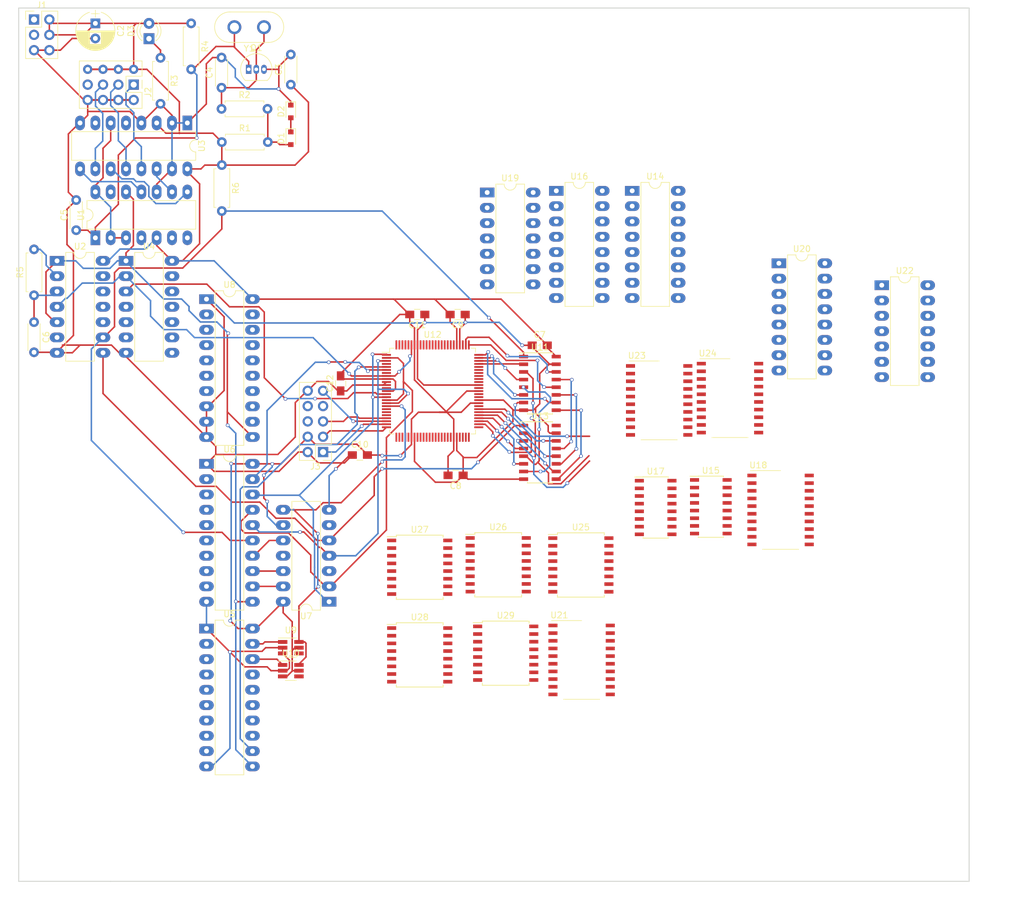
<source format=kicad_pcb>
(kicad_pcb (version 4) (host pcbnew 4.0.6+dfsg1-1)
  (layers (0 F.Cu signal) (31 B.Cu signal) (34 B.Paste user) (35 F.Paste user) (36 B.SilkS user) (37 F.SilkS user) (38 B.Mask user) (39 F.Mask user) (44 Edge.Cuts user))
  (net 0 "")
  (net 1 GND)
  (net 2 "Net-(C4-Pad1)")
  (net 3 "Net-(C5-Pad1)")
  (net 4 "Net-(C6-Pad1)")
  (net 5 "Net-(D1-Pad1)")
  (net 6 "Net-(D1-Pad2)")
  (net 7 "Net-(D3-Pad1)")
  (net 8 "Net-(J2-Pad1)")
  (net 9 "Net-(J2-Pad2)")
  (net 10 "Net-(J2-Pad3)")
  (net 11 "Net-(J3-Pad1)")
  (net 12 "Net-(J3-Pad3)")
  (net 13 "Net-(J3-Pad5)")
  (net 14 "Net-(J3-Pad9)")
  (net 15 "Net-(R5-Pad2)")
  (net 16 clk_edge)
  (net 17 "/Instrution Fetch/ra0")
  (net 18 "/Instrution Fetch/ra1")
  (net 19 "/Instrution Fetch/ra2")
  (net 20 "/Instrution Fetch/rb1")
  (net 21 "/Instrution Fetch/rb2")
  (net 22 clk0del)
  (net 23 "Net-(U1-Pad8)")
  (net 24 "Net-(U1-Pad9)")
  (net 25 clk0)
  (net 26 "/Instrution Fetch/ra_sel_inv")
  (net 27 "Net-(U1-Pad11)")
  (net 28 "/Instrution Fetch/imm_1")
  (net 29 "/Instrution Fetch/imm_0")
  (net 30 "/Instrution Fetch/insn_2")
  (net 31 "/Instrution Fetch/insn_1")
  (net 32 "/Instrution Fetch/insn_0")
  (net 33 "Net-(U12-Pad52)")
  (net 34 "Net-(U12-Pad53)")
  (net 35 "Net-(U12-Pad54)")
  (net 36 "Net-(U12-Pad55)")
  (net 37 "Net-(U12-Pad56)")
  (net 38 "Net-(U12-Pad57)")
  (net 39 "Net-(U1-Pad14)")
  (net 40 clk1)
  (net 41 3V3)
  (net 42 /d_dsts13)
  (net 43 "/pipeline st. 1 alu/mux//op_ext")
  (net 44 "/Pipeline st 1 latches/d_exts1")
  (net 45 "/Pipeline st 1 latches/d_isjmps1")
  (net 46 "/registers/op mux/ra0q0")
  (net 47 "/registers/op mux/ra0q1")
  (net 48 "/registers/op mux/ra0q2")
  (net 49 "/registers/op mux/ra0q3")
  (net 50 "/registers/op mux/ra0q4")
  (net 51 "/registers/op mux/ra0q5")
  (net 52 "/pipeline st. 1 alu/mux/rb0q0")
  (net 53 "/pipeline st. 1 alu/mux/rb0q1")
  (net 54 "/pipeline st. 1 alu/mux/rb0q2")
  (net 55 "/pipeline st. 1 alu/mux/rb0q3")
  (net 56 "/pipeline st. 1 alu/mux/rb0q4")
  (net 57 "/pipeline st. 1 alu/mux/rb0q5")
  (net 58 "/pipeline st. 1 alu/mux/raqi0")
  (net 59 "/pipeline st. 1 alu/mux/raqi1")
  (net 60 "/pipeline st. 1 alu/mux/raqi2")
  (net 61 "/pipeline st. 1 alu/mux/raqi3")
  (net 62 "/pipeline st. 1 alu/mux/raqi4")
  (net 63 "/pipeline st. 1 alu/mux/raqi5")
  (net 64 "Net-(U14-Pad1)")
  (net 65 "Net-(U14-Pad9)")
  (net 66 "/pipeline st. 1 alu/mux/imm1")
  (net 67 "Net-(U14-Pad10)")
  (net 68 "/pipeline st. 1 alu/mux/imm3")
  (net 69 "Net-(U14-Pad4)")
  (net 70 "Net-(U14-Pad13)")
  (net 71 "/pipeline st. 1 alu/mux/imm0")
  (net 72 "/pipeline st. 1 alu/mux/imm2")
  (net 73 "Net-(U15-Pad12)")
  (net 74 "Net-(U15-Pad14)")
  (net 75 "/pipeline st. 1 alu/mux/imm5")
  (net 76 "/pipeline st. 1 alu/mux/carry_incr")
  (net 77 "/pipeline st. 1 alu/mux/imm4")
  (net 78 "/pipeline st. 1 alu/mux/oas_ra")
  (net 79 "/Pipeline st 1 latches/d_extcarrys1")
  (net 80 "Net-(U19-Pad3)")
  (net 81 "Net-(U20-Pad3)")
  (net 82 "/pipeline st. 1 alu/mux/oas_ra0i")
  (net 83 "/pipeline st. 1 alu/mux/oas_rb1")
  (net 84 "/pipeline st. 1 alu/mux/oas_rash")
  (net 85 "/Pipeline st 1 latches/d_rbims10")
  (net 86 "/Pipeline st 1 latches/d_rbims11")
  (net 87 "/Pipeline st 1 latches/d_rbims12")
  (net 88 "/Pipeline st 1 latches/d_rbims13")
  (net 89 "/Pipeline st 1 latches/d_rbims14")
  (net 90 "/Pipeline st 1 latches/d_rbims15")
  (net 91 "/Pipeline st 1 latches/d_rasrcs10")
  (net 92 "/Pipeline st 1 latches/d_rasrcs11")
  (net 93 "/Pipeline st 1 latches/d_rasrcs12")
  (net 94 "/Pipeline st 1 latches/d_rasrcs13")
  (net 95 "/Pipeline st 1 latches/d_rasrcs14")
  (net 96 "/Pipeline st 1 latches/d_rasrcs15")
  (net 97 "/Pipeline st 1 latches/d_membases10")
  (net 98 "/Pipeline st 1 latches/d_membases11")
  (net 99 "/Pipeline st 1 latches/d_membases12")
  (net 100 "/Pipeline st 1 latches/d_membases13")
  (net 101 "/Pipeline st 1 latches/d_membases14")
  (net 102 "/Pipeline st 1 latches/d_membases15")
  (net 103 "/Pipeline st 1 latches/d_ravals10")
  (net 104 "/Pipeline st 1 latches/d_ravals11")
  (net 105 "/Pipeline st 1 latches/d_ravals12")
  (net 106 "/Pipeline st 1 latches/d_ravals13")
  (net 107 "/Pipeline st 1 latches/d_ravals14")
  (net 108 "/Pipeline st 1 latches/d_ravals15")
  (module Capacitors_THT:CP_Radial_D6.3mm_P2.50mm (layer F.Cu) (at 97.79 17.78 270)
    (fp_text reference C2 (at 1.25 -4.21 270) (layer F.SilkS))
    (fp_text value 22u)
    (pad 1 thru_hole rect (at 0 0 270) (size 1.6 1.6) (drill 0.8) (layers *.Cu *.Mask) (net 41 3V3))
    (pad 2 thru_hole circle (at 2.5 0 270) (size 1.6 1.6) (drill 0.8) (layers *.Cu *.Mask) (net 1 GND))
  )
  (module Capacitors_THT:C_Disc_D4.3mm_W1.9mm_P5.00mm (layer F.Cu) (at 130.175 27.94 90)
    (fp_text reference C3 (at 2.5 -2.01 90) (layer F.SilkS))
    (fp_text value 100n)
    (pad 1 thru_hole circle (at 0 0 90) (size 1.6 1.6) (drill 0.8) (layers *.Cu *.Mask) (net 41 3V3))
    (pad 2 thru_hole circle (at 5 0 90) (size 1.6 1.6) (drill 0.8) (layers *.Cu *.Mask) (net 1 GND))
  )
  (module Capacitors_THT:C_Disc_D4.3mm_W1.9mm_P5.00mm (layer F.Cu) (at 118.6942 28.448 90)
    (fp_text reference C4 (at 2.5 -2.01 90) (layer F.SilkS))
    (fp_text value 47p)
    (pad 1 thru_hole circle (at 0 0 90) (size 1.6 1.6) (drill 0.8) (layers *.Cu *.Mask) (net 2 "Net-(C4-Pad1)"))
    (pad 2 thru_hole circle (at 5 0 90) (size 1.6 1.6) (drill 0.8) (layers *.Cu *.Mask) (net 1 GND))
  )
  (module Capacitors_THT:C_Disc_D4.3mm_W1.9mm_P5.00mm (layer F.Cu) (at 94.615 52.07 90)
    (fp_text reference C5 (at 2.5 -2.01 90) (layer F.SilkS))
    (fp_text value 22p)
    (pad 1 thru_hole circle (at 0 0 90) (size 1.6 1.6) (drill 0.8) (layers *.Cu *.Mask) (net 3 "Net-(C5-Pad1)"))
    (pad 2 thru_hole circle (at 5 0 90) (size 1.6 1.6) (drill 0.8) (layers *.Cu *.Mask) (net 1 GND))
  )
  (module Capacitors_THT:C_Disc_D4.3mm_W1.9mm_P5.00mm (layer F.Cu) (at 87.63 67.31 270)
    (fp_text reference C6 (at 2.5 -2.01 270) (layer F.SilkS))
    (fp_text value 10p)
    (pad 1 thru_hole circle (at 0 0 270) (size 1.6 1.6) (drill 0.8) (layers *.Cu *.Mask) (net 4 "Net-(C6-Pad1)"))
    (pad 2 thru_hole circle (at 5 0 270) (size 1.6 1.6) (drill 0.8) (layers *.Cu *.Mask) (net 1 GND))
  )
  (module LEDs:LED_D3.0mm (layer F.Cu) (at 106.68 20.32 90)
    (fp_text reference D3 (at 1.27 -2.96 90) (layer F.SilkS))
    (fp_text value LED)
    (pad 1 thru_hole rect (at 0 0 90) (size 1.8 1.8) (drill 0.9) (layers *.Cu *.Mask) (net 7 "Net-(D3-Pad1)"))
    (pad 2 thru_hole circle (at 2.54 0 90) (size 1.8 1.8) (drill 0.9) (layers *.Cu *.Mask) (net 41 3V3))
  )
  (module Pin_Headers:Pin_Header_Straight_2x03_Pitch2.54mm (layer F.Cu) (at 87.63 17.145)
    (fp_text reference J1 (at 1.27 -2.39) (layer F.SilkS))
    (fp_text value CONN_02X03_PWR)
    (pad 1 thru_hole rect (at 0 0) (size 1.7 1.7) (drill 1) (layers *.Cu *.Mask))
    (pad 2 thru_hole oval (at 2.54 0) (size 1.7 1.7) (drill 1) (layers *.Cu *.Mask) (net 41 3V3))
    (pad 3 thru_hole oval (at 0 2.54) (size 1.7 1.7) (drill 1) (layers *.Cu *.Mask))
    (pad 4 thru_hole oval (at 2.54 2.54) (size 1.7 1.7) (drill 1) (layers *.Cu *.Mask) (net 41 3V3))
    (pad 5 thru_hole oval (at 0 5.08) (size 1.7 1.7) (drill 1) (layers *.Cu *.Mask) (net 1 GND))
    (pad 6 thru_hole oval (at 2.54 5.08) (size 1.7 1.7) (drill 1) (layers *.Cu *.Mask) (net 1 GND))
  )
  (module local:JPArray-03x04-Connected (layer F.Cu) (at 104.14 27.94 270)
    (fp_text reference J2 (at 1.27 -2.39 270) (layer F.SilkS))
    (fp_text value jumperblock_4)
    (fp_line (start 2.54 0.762) (end 2.54 1.778) (layer F.Cu) (width 0.3))
    (fp_line (start 2.54 3.302) (end 2.54 4.318) (layer F.Cu) (width 0.3))
    (fp_line (start 2.54 5.715) (end 2.54 6.731) (layer F.Cu) (width 0.3))
    (fp_line (start -2.54 5.842) (end -2.54 6.858) (layer F.Cu) (width 0.3))
    (fp_line (start -2.54 3.302) (end -2.54 4.318) (layer F.Cu) (width 0.3))
    (fp_line (start -2.54 0.762) (end -2.54 1.778) (layer F.Cu) (width 0.3))
    (pad 1 thru_hole rect (at 0 0 270) (size 1.7 1.7) (drill 1) (layers *.Cu *.Mask) (net 8 "Net-(J2-Pad1)"))
    (pad "" thru_hole oval (at 2.54 0 270) (size 1.7 1.7) (drill 1) (layers *.Cu *.Mask))
    (pad 2 thru_hole oval (at 0 2.54 270) (size 1.7 1.7) (drill 1) (layers *.Cu *.Mask) (net 9 "Net-(J2-Pad2)"))
    (pad "" thru_hole oval (at 2.54 2.54 270) (size 1.7 1.7) (drill 1) (layers *.Cu *.Mask))
    (pad 3 thru_hole oval (at 0 5.08 270) (size 1.7 1.7) (drill 1) (layers *.Cu *.Mask) (net 10 "Net-(J2-Pad3)"))
    (pad "" thru_hole oval (at 2.54 5.08 270) (size 1.7 1.7) (drill 1) (layers *.Cu *.Mask))
    (pad 4 thru_hole oval (at 0 7.62 270) (size 1.7 1.7) (drill 1) (layers *.Cu *.Mask))
    (pad 6 thru_hole oval (at 2.54 7.62 270) (size 1.7 1.7) (drill 1) (layers *.Cu *.Mask) (net 1 GND))
    (pad 5 thru_hole circle (at -2.54 0 270) (size 1.524 1.524) (drill 0.762) (layers *.Cu *.Mask) (net 41 3V3))
    (pad "" thru_hole circle (at -2.54 2.54 270) (size 1.524 1.524) (drill 0.762) (layers *.Cu *.Mask))
    (pad "" thru_hole circle (at -2.54 5.08 270) (size 1.524 1.524) (drill 0.762) (layers *.Cu *.Mask))
    (pad "" thru_hole circle (at -2.54 7.62 270) (size 1.524 1.524) (drill 0.762) (layers *.Cu *.Mask))
  )
  (module Pin_Headers:Pin_Header_Straight_2x05_Pitch2.54mm (layer F.Cu) (at 135.52 88.85 180)
    (fp_text reference J3 (at 1.27 -2.39 180) (layer F.SilkS))
    (fp_text value CONN_02X05)
    (pad 1 thru_hole rect (at 0 0 180) (size 1.7 1.7) (drill 1) (layers *.Cu *.Mask) (net 11 "Net-(J3-Pad1)"))
    (pad 2 thru_hole oval (at 2.54 0 180) (size 1.7 1.7) (drill 1) (layers *.Cu *.Mask) (net 1 GND))
    (pad 3 thru_hole oval (at 0 2.54 180) (size 1.7 1.7) (drill 1) (layers *.Cu *.Mask) (net 12 "Net-(J3-Pad3)"))
    (pad 4 thru_hole oval (at 2.54 2.54 180) (size 1.7 1.7) (drill 1) (layers *.Cu *.Mask) (net 41 3V3))
    (pad 5 thru_hole oval (at 0 5.08 180) (size 1.7 1.7) (drill 1) (layers *.Cu *.Mask) (net 13 "Net-(J3-Pad5)"))
    (pad 6 thru_hole oval (at 2.54 5.08 180) (size 1.7 1.7) (drill 1) (layers *.Cu *.Mask))
    (pad 7 thru_hole oval (at 0 7.62 180) (size 1.7 1.7) (drill 1) (layers *.Cu *.Mask))
    (pad 8 thru_hole oval (at 2.54 7.62 180) (size 1.7 1.7) (drill 1) (layers *.Cu *.Mask))
    (pad 9 thru_hole oval (at 0 10.16 180) (size 1.7 1.7) (drill 1) (layers *.Cu *.Mask) (net 14 "Net-(J3-Pad9)"))
    (pad 10 thru_hole oval (at 2.54 10.16 180) (size 1.7 1.7) (drill 1) (layers *.Cu *.Mask) (net 1 GND))
  )
  (module TO_SOT_Packages_THT:TO-92_Inline_Narrow_Oval (layer F.Cu) (at 123.19 25.4)
    (fp_text reference Q1 (at 1.27 -3.556) (layer F.SilkS))
    (fp_text value BC548A)
    (pad 2 thru_hole oval (at 1.27 0 180) (size 0.89916 1.50114) (drill 0.6) (layers *.Cu *.Mask) (net 2 "Net-(C4-Pad1)"))
    (pad 3 thru_hole oval (at 2.54 0 180) (size 0.89916 1.50114) (drill 0.6) (layers *.Cu *.Mask) (net 1 GND))
    (pad 1 thru_hole rect (at 0 0 180) (size 0.89916 1.50114) (drill 0.6) (layers *.Cu *.Mask) (net 3 "Net-(C5-Pad1)"))
  )
  (module Resistors_THT:R_Axial_DIN0207_L6.3mm_D2.5mm_P7.62mm_Horizontal (layer F.Cu) (at 118.745 37.465)
    (fp_text reference R1 (at 3.81 -2.31) (layer F.SilkS))
    (fp_text value 2K2)
    (pad 1 thru_hole circle (at 0 0) (size 1.6 1.6) (drill 0.8) (layers *.Cu *.Mask) (net 41 3V3))
    (pad 2 thru_hole oval (at 7.62 0) (size 1.6 1.6) (drill 0.8) (layers *.Cu *.Mask) (net 6 "Net-(D1-Pad2)"))
  )
  (module Resistors_THT:R_Axial_DIN0207_L6.3mm_D2.5mm_P7.62mm_Horizontal (layer F.Cu) (at 118.6942 31.9532)
    (fp_text reference R2 (at 3.81 -2.31) (layer F.SilkS))
    (fp_text value 36K)
    (pad 1 thru_hole circle (at 0 0) (size 1.6 1.6) (drill 0.8) (layers *.Cu *.Mask) (net 2 "Net-(C4-Pad1)"))
    (pad 2 thru_hole oval (at 7.62 0) (size 1.6 1.6) (drill 0.8) (layers *.Cu *.Mask) (net 6 "Net-(D1-Pad2)"))
  )
  (module Resistors_THT:R_Axial_DIN0207_L6.3mm_D2.5mm_P7.62mm_Horizontal (layer F.Cu) (at 108.585 23.495 270)
    (fp_text reference R3 (at 3.81 -2.31 270) (layer F.SilkS))
    (fp_text value 100R)
    (pad 1 thru_hole circle (at 0 0 270) (size 1.6 1.6) (drill 0.8) (layers *.Cu *.Mask) (net 7 "Net-(D3-Pad1)"))
    (pad 2 thru_hole oval (at 7.62 0 270) (size 1.6 1.6) (drill 0.8) (layers *.Cu *.Mask) (net 1 GND))
  )
  (module Resistors_THT:R_Axial_DIN0207_L6.3mm_D2.5mm_P7.62mm_Horizontal (layer F.Cu) (at 113.665 17.78 270)
    (fp_text reference R4 (at 3.81 -2.31 270) (layer F.SilkS))
    (fp_text value 1K)
    (pad 1 thru_hole circle (at 0 0 270) (size 1.6 1.6) (drill 0.8) (layers *.Cu *.Mask) (net 41 3V3))
    (pad 2 thru_hole oval (at 7.62 0 270) (size 1.6 1.6) (drill 0.8) (layers *.Cu *.Mask) (net 3 "Net-(C5-Pad1)"))
  )
  (module Resistors_THT:R_Axial_DIN0207_L6.3mm_D2.5mm_P7.62mm_Horizontal (layer F.Cu) (at 87.63 62.865 90)
    (fp_text reference R5 (at 3.81 -2.31 90) (layer F.SilkS))
    (fp_text value 1K3)
    (pad 1 thru_hole circle (at 0 0 90) (size 1.6 1.6) (drill 0.8) (layers *.Cu *.Mask) (net 4 "Net-(C6-Pad1)"))
    (pad 2 thru_hole oval (at 7.62 0 90) (size 1.6 1.6) (drill 0.8) (layers *.Cu *.Mask) (net 15 "Net-(R5-Pad2)"))
  )
  (module Resistors_THT:R_Axial_DIN0207_L6.3mm_D2.5mm_P7.62mm_Horizontal (layer F.Cu) (at 118.745 41.275 270)
    (fp_text reference R6 (at 3.81 -2.31 270) (layer F.SilkS))
    (fp_text value 1K)
    (pad 1 thru_hole circle (at 0 0 270) (size 1.6 1.6) (drill 0.8) (layers *.Cu *.Mask) (net 41 3V3))
    (pad 2 thru_hole oval (at 7.62 0 270) (size 1.6 1.6) (drill 0.8) (layers *.Cu *.Mask) (net 42 /d_dsts13))
  )
  (module Housings_DIP:DIP-16_W7.62mm_LongPads (layer F.Cu) (at 113.03 34.29 270)
    (fp_text reference U3 (at 3.81 -2.39 270) (layer F.SilkS))
    (fp_text value 74LS85)
    (pad 1 thru_hole rect (at 0 0 270) (size 2.4 1.6) (drill 0.8) (layers *.Cu *.Mask) (net 1 GND))
    (pad 9 thru_hole oval (at 7.62 17.78 270) (size 2.4 1.6) (drill 0.8) (layers *.Cu *.Mask) (net 27 "Net-(U1-Pad11)"))
    (pad 2 thru_hole oval (at 0 2.54 270) (size 2.4 1.6) (drill 0.8) (layers *.Cu *.Mask) (net 1 GND))
    (pad 10 thru_hole oval (at 7.62 15.24 270) (size 2.4 1.6) (drill 0.8) (layers *.Cu *.Mask) (net 10 "Net-(J2-Pad3)"))
    (pad 3 thru_hole oval (at 0 5.08 270) (size 2.4 1.6) (drill 0.8) (layers *.Cu *.Mask) (net 41 3V3))
    (pad 11 thru_hole oval (at 7.62 12.7 270) (size 2.4 1.6) (drill 0.8) (layers *.Cu *.Mask) (net 23 "Net-(U1-Pad8)"))
    (pad 4 thru_hole oval (at 0 7.62 270) (size 2.4 1.6) (drill 0.8) (layers *.Cu *.Mask) (net 1 GND))
    (pad 12 thru_hole oval (at 7.62 10.16 270) (size 2.4 1.6) (drill 0.8) (layers *.Cu *.Mask) (net 9 "Net-(J2-Pad2)"))
    (pad 5 thru_hole oval (at 0 10.16 270) (size 2.4 1.6) (drill 0.8) (layers *.Cu *.Mask))
    (pad 13 thru_hole oval (at 7.62 7.62 270) (size 2.4 1.6) (drill 0.8) (layers *.Cu *.Mask) (net 8 "Net-(J2-Pad1)"))
    (pad 6 thru_hole oval (at 0 12.7 270) (size 2.4 1.6) (drill 0.8) (layers *.Cu *.Mask) (net 39 "Net-(U1-Pad14)"))
    (pad 14 thru_hole oval (at 7.62 5.08 270) (size 2.4 1.6) (drill 0.8) (layers *.Cu *.Mask) (net 24 "Net-(U1-Pad9)"))
    (pad 7 thru_hole oval (at 0 15.24 270) (size 2.4 1.6) (drill 0.8) (layers *.Cu *.Mask))
    (pad 15 thru_hole oval (at 7.62 2.54 270) (size 2.4 1.6) (drill 0.8) (layers *.Cu *.Mask) (net 1 GND))
    (pad 8 thru_hole oval (at 0 17.78 270) (size 2.4 1.6) (drill 0.8) (layers *.Cu *.Mask) (net 1 GND))
    (pad 16 thru_hole oval (at 7.62 0 270) (size 2.4 1.6) (drill 0.8) (layers *.Cu *.Mask) (net 41 3V3))
  )
  (module Housings_DIP:DIP-14_W7.62mm_LongPads (layer F.Cu) (at 102.87 57.15)
    (fp_text reference U4 (at 3.81 -2.39) (layer F.SilkS))
    (fp_text value 74HC86)
    (pad 1 thru_hole rect (at 0 0) (size 2.4 1.6) (drill 0.8) (layers *.Cu *.Mask) (net 25 clk0))
    (pad 8 thru_hole oval (at 7.62 15.24) (size 2.4 1.6) (drill 0.8) (layers *.Cu *.Mask))
    (pad 2 thru_hole oval (at 0 2.54) (size 2.4 1.6) (drill 0.8) (layers *.Cu *.Mask) (net 22 clk0del))
    (pad 9 thru_hole oval (at 7.62 12.7) (size 2.4 1.6) (drill 0.8) (layers *.Cu *.Mask))
    (pad 3 thru_hole oval (at 0 5.08) (size 2.4 1.6) (drill 0.8) (layers *.Cu *.Mask) (net 16 clk_edge))
    (pad 10 thru_hole oval (at 7.62 10.16) (size 2.4 1.6) (drill 0.8) (layers *.Cu *.Mask))
    (pad 4 thru_hole oval (at 0 7.62) (size 2.4 1.6) (drill 0.8) (layers *.Cu *.Mask))
    (pad 11 thru_hole oval (at 7.62 7.62) (size 2.4 1.6) (drill 0.8) (layers *.Cu *.Mask))
    (pad 5 thru_hole oval (at 0 10.16) (size 2.4 1.6) (drill 0.8) (layers *.Cu *.Mask))
    (pad 12 thru_hole oval (at 7.62 5.08) (size 2.4 1.6) (drill 0.8) (layers *.Cu *.Mask))
    (pad 6 thru_hole oval (at 0 12.7) (size 2.4 1.6) (drill 0.8) (layers *.Cu *.Mask))
    (pad 13 thru_hole oval (at 7.62 2.54) (size 2.4 1.6) (drill 0.8) (layers *.Cu *.Mask))
    (pad 7 thru_hole oval (at 0 15.24) (size 2.4 1.6) (drill 0.8) (layers *.Cu *.Mask) (net 1 GND))
    (pad 14 thru_hole oval (at 7.62 0) (size 2.4 1.6) (drill 0.8) (layers *.Cu *.Mask) (net 41 3V3))
  )
  (module Housings_DIP:DIP-20_W7.62mm_LongPads (layer F.Cu) (at 116.205 118.11)
    (fp_text reference U5 (at 3.81 -2.39) (layer F.SilkS))
    (fp_text value 74HC574)
    (pad 1 thru_hole rect (at 0 0) (size 2.4 1.6) (drill 0.8) (layers *.Cu *.Mask) (net 1 GND))
    (pad 11 thru_hole oval (at 7.62 22.86) (size 2.4 1.6) (drill 0.8) (layers *.Cu *.Mask) (net 25 clk0))
    (pad 2 thru_hole oval (at 0 2.54) (size 2.4 1.6) (drill 0.8) (layers *.Cu *.Mask))
    (pad 12 thru_hole oval (at 7.62 20.32) (size 2.4 1.6) (drill 0.8) (layers *.Cu *.Mask) (net 20 "/Instrution Fetch/rb1"))
    (pad 3 thru_hole oval (at 0 5.08) (size 2.4 1.6) (drill 0.8) (layers *.Cu *.Mask))
    (pad 13 thru_hole oval (at 7.62 17.78) (size 2.4 1.6) (drill 0.8) (layers *.Cu *.Mask))
    (pad 4 thru_hole oval (at 0 7.62) (size 2.4 1.6) (drill 0.8) (layers *.Cu *.Mask))
    (pad 14 thru_hole oval (at 7.62 15.24) (size 2.4 1.6) (drill 0.8) (layers *.Cu *.Mask))
    (pad 5 thru_hole oval (at 0 10.16) (size 2.4 1.6) (drill 0.8) (layers *.Cu *.Mask))
    (pad 15 thru_hole oval (at 7.62 12.7) (size 2.4 1.6) (drill 0.8) (layers *.Cu *.Mask))
    (pad 6 thru_hole oval (at 0 12.7) (size 2.4 1.6) (drill 0.8) (layers *.Cu *.Mask))
    (pad 16 thru_hole oval (at 7.62 10.16) (size 2.4 1.6) (drill 0.8) (layers *.Cu *.Mask))
    (pad 7 thru_hole oval (at 0 15.24) (size 2.4 1.6) (drill 0.8) (layers *.Cu *.Mask))
    (pad 17 thru_hole oval (at 7.62 7.62) (size 2.4 1.6) (drill 0.8) (layers *.Cu *.Mask))
    (pad 8 thru_hole oval (at 0 17.78) (size 2.4 1.6) (drill 0.8) (layers *.Cu *.Mask))
    (pad 18 thru_hole oval (at 7.62 5.08) (size 2.4 1.6) (drill 0.8) (layers *.Cu *.Mask) (net 28 "/Instrution Fetch/imm_1"))
    (pad 9 thru_hole oval (at 0 20.32) (size 2.4 1.6) (drill 0.8) (layers *.Cu *.Mask))
    (pad 19 thru_hole oval (at 7.62 2.54) (size 2.4 1.6) (drill 0.8) (layers *.Cu *.Mask) (net 29 "/Instrution Fetch/imm_0"))
    (pad 10 thru_hole oval (at 0 22.86) (size 2.4 1.6) (drill 0.8) (layers *.Cu *.Mask) (net 1 GND))
    (pad 20 thru_hole oval (at 7.62 0) (size 2.4 1.6) (drill 0.8) (layers *.Cu *.Mask) (net 41 3V3))
  )
  (module Housings_DIP:DIP-20_W7.62mm_LongPads (layer F.Cu) (at 116.205 90.805)
    (fp_text reference U6 (at 3.81 -2.39) (layer F.SilkS))
    (fp_text value 74HC574)
    (pad 1 thru_hole rect (at 0 0) (size 2.4 1.6) (drill 0.8) (layers *.Cu *.Mask) (net 1 GND))
    (pad 11 thru_hole oval (at 7.62 22.86) (size 2.4 1.6) (drill 0.8) (layers *.Cu *.Mask) (net 25 clk0))
    (pad 2 thru_hole oval (at 0 2.54) (size 2.4 1.6) (drill 0.8) (layers *.Cu *.Mask))
    (pad 12 thru_hole oval (at 7.62 20.32) (size 2.4 1.6) (drill 0.8) (layers *.Cu *.Mask) (net 30 "/Instrution Fetch/insn_2"))
    (pad 3 thru_hole oval (at 0 5.08) (size 2.4 1.6) (drill 0.8) (layers *.Cu *.Mask))
    (pad 13 thru_hole oval (at 7.62 17.78) (size 2.4 1.6) (drill 0.8) (layers *.Cu *.Mask) (net 31 "/Instrution Fetch/insn_1"))
    (pad 4 thru_hole oval (at 0 7.62) (size 2.4 1.6) (drill 0.8) (layers *.Cu *.Mask))
    (pad 14 thru_hole oval (at 7.62 15.24) (size 2.4 1.6) (drill 0.8) (layers *.Cu *.Mask) (net 32 "/Instrution Fetch/insn_0"))
    (pad 5 thru_hole oval (at 0 10.16) (size 2.4 1.6) (drill 0.8) (layers *.Cu *.Mask))
    (pad 15 thru_hole oval (at 7.62 12.7) (size 2.4 1.6) (drill 0.8) (layers *.Cu *.Mask) (net 42 /d_dsts13))
    (pad 6 thru_hole oval (at 0 12.7) (size 2.4 1.6) (drill 0.8) (layers *.Cu *.Mask))
    (pad 16 thru_hole oval (at 7.62 10.16) (size 2.4 1.6) (drill 0.8) (layers *.Cu *.Mask) (net 19 "/Instrution Fetch/ra2"))
    (pad 7 thru_hole oval (at 0 15.24) (size 2.4 1.6) (drill 0.8) (layers *.Cu *.Mask))
    (pad 17 thru_hole oval (at 7.62 7.62) (size 2.4 1.6) (drill 0.8) (layers *.Cu *.Mask) (net 18 "/Instrution Fetch/ra1"))
    (pad 8 thru_hole oval (at 0 17.78) (size 2.4 1.6) (drill 0.8) (layers *.Cu *.Mask))
    (pad 18 thru_hole oval (at 7.62 5.08) (size 2.4 1.6) (drill 0.8) (layers *.Cu *.Mask) (net 17 "/Instrution Fetch/ra0"))
    (pad 9 thru_hole oval (at 0 20.32) (size 2.4 1.6) (drill 0.8) (layers *.Cu *.Mask))
    (pad 19 thru_hole oval (at 7.62 2.54) (size 2.4 1.6) (drill 0.8) (layers *.Cu *.Mask) (net 21 "/Instrution Fetch/rb2"))
    (pad 10 thru_hole oval (at 0 22.86) (size 2.4 1.6) (drill 0.8) (layers *.Cu *.Mask) (net 1 GND))
    (pad 20 thru_hole oval (at 7.62 0) (size 2.4 1.6) (drill 0.8) (layers *.Cu *.Mask) (net 41 3V3))
  )
  (module Housings_DIP:DIP-20_W7.62mm_LongPads (layer F.Cu) (at 116.205 63.5)
    (fp_text reference U8 (at 3.81 -2.39) (layer F.SilkS))
    (fp_text value 74HC574)
    (pad 1 thru_hole rect (at 0 0) (size 2.4 1.6) (drill 0.8) (layers *.Cu *.Mask) (net 1 GND))
    (pad 11 thru_hole oval (at 7.62 22.86) (size 2.4 1.6) (drill 0.8) (layers *.Cu *.Mask) (net 25 clk0))
    (pad 2 thru_hole oval (at 0 2.54) (size 2.4 1.6) (drill 0.8) (layers *.Cu *.Mask))
    (pad 12 thru_hole oval (at 7.62 20.32) (size 2.4 1.6) (drill 0.8) (layers *.Cu *.Mask))
    (pad 3 thru_hole oval (at 0 5.08) (size 2.4 1.6) (drill 0.8) (layers *.Cu *.Mask))
    (pad 13 thru_hole oval (at 7.62 17.78) (size 2.4 1.6) (drill 0.8) (layers *.Cu *.Mask))
    (pad 4 thru_hole oval (at 0 7.62) (size 2.4 1.6) (drill 0.8) (layers *.Cu *.Mask))
    (pad 14 thru_hole oval (at 7.62 15.24) (size 2.4 1.6) (drill 0.8) (layers *.Cu *.Mask))
    (pad 5 thru_hole oval (at 0 10.16) (size 2.4 1.6) (drill 0.8) (layers *.Cu *.Mask))
    (pad 15 thru_hole oval (at 7.62 12.7) (size 2.4 1.6) (drill 0.8) (layers *.Cu *.Mask))
    (pad 6 thru_hole oval (at 0 12.7) (size 2.4 1.6) (drill 0.8) (layers *.Cu *.Mask))
    (pad 16 thru_hole oval (at 7.62 10.16) (size 2.4 1.6) (drill 0.8) (layers *.Cu *.Mask))
    (pad 7 thru_hole oval (at 0 15.24) (size 2.4 1.6) (drill 0.8) (layers *.Cu *.Mask))
    (pad 17 thru_hole oval (at 7.62 7.62) (size 2.4 1.6) (drill 0.8) (layers *.Cu *.Mask))
    (pad 8 thru_hole oval (at 0 17.78) (size 2.4 1.6) (drill 0.8) (layers *.Cu *.Mask) (net 1 GND))
    (pad 18 thru_hole oval (at 7.62 5.08) (size 2.4 1.6) (drill 0.8) (layers *.Cu *.Mask))
    (pad 9 thru_hole oval (at 0 20.32) (size 2.4 1.6) (drill 0.8) (layers *.Cu *.Mask) (net 1 GND))
    (pad 19 thru_hole oval (at 7.62 2.54) (size 2.4 1.6) (drill 0.8) (layers *.Cu *.Mask))
    (pad 10 thru_hole oval (at 0 22.86) (size 2.4 1.6) (drill 0.8) (layers *.Cu *.Mask) (net 1 GND))
    (pad 20 thru_hole oval (at 7.62 0) (size 2.4 1.6) (drill 0.8) (layers *.Cu *.Mask) (net 41 3V3))
  )
  (module TO_SOT_Packages_SMD:SOT-23-6_Handsoldering (layer F.Cu) (at 130.175 121.285)
    (fp_text reference U9 (at 0 -2.9) (layer F.SilkS))
    (fp_text value 74LVC1G57)
    (pad 1 smd rect (at -1.35 -0.95) (size 1.56 0.65) (layers F.Cu F.Paste F.Mask) (net 29 "/Instrution Fetch/imm_0"))
    (pad 2 smd rect (at -1.35 0) (size 1.56 0.65) (layers F.Cu F.Paste F.Mask) (net 1 GND))
    (pad 3 smd rect (at -1.35 0.95) (size 1.56 0.65) (layers F.Cu F.Paste F.Mask) (net 1 GND))
    (pad 4 smd rect (at 1.35 0.95) (size 1.56 0.65) (layers F.Cu F.Paste F.Mask))
    (pad 6 smd rect (at 1.35 -0.95) (size 1.56 0.65) (layers F.Cu F.Paste F.Mask) (net 44 "/Pipeline st 1 latches/d_exts1"))
    (pad 5 smd rect (at 1.35 0) (size 1.56 0.65) (layers F.Cu F.Paste F.Mask) (net 41 3V3))
  )
  (module TO_SOT_Packages_SMD:SOT-23-6_Handsoldering (layer F.Cu) (at 130.175 125.095)
    (fp_text reference U10 (at 0 -2.9) (layer F.SilkS))
    (fp_text value 74LVC1G57)
    (pad 1 smd rect (at -1.35 -0.95) (size 1.56 0.65) (layers F.Cu F.Paste F.Mask) (net 28 "/Instrution Fetch/imm_1"))
    (pad 2 smd rect (at -1.35 0) (size 1.56 0.65) (layers F.Cu F.Paste F.Mask) (net 1 GND))
    (pad 3 smd rect (at -1.35 0.95) (size 1.56 0.65) (layers F.Cu F.Paste F.Mask) (net 41 3V3))
    (pad 4 smd rect (at 1.35 0.95) (size 1.56 0.65) (layers F.Cu F.Paste F.Mask))
    (pad 6 smd rect (at 1.35 -0.95) (size 1.56 0.65) (layers F.Cu F.Paste F.Mask) (net 44 "/Pipeline st 1 latches/d_exts1"))
    (pad 5 smd rect (at 1.35 0) (size 1.56 0.65) (layers F.Cu F.Paste F.Mask) (net 41 3V3))
  )
  (module Housings_SOIC:SOIC-16_3.9x9.9mm_Pitch1.27mm (layer F.Cu) (at 171.45 77.47)
    (fp_text reference U11 (at 0 -6) (layer F.SilkS))
    (fp_text value 74HC365)
    (pad 1 smd rect (at -2.7 -4.445) (size 1.5 0.6) (layers F.Cu F.Paste F.Mask) (net 42 /d_dsts13))
    (pad 2 smd rect (at -2.7 -3.175) (size 1.5 0.6) (layers F.Cu F.Paste F.Mask) (net 46 "/registers/op mux/ra0q0"))
    (pad 3 smd rect (at -2.7 -1.905) (size 1.5 0.6) (layers F.Cu F.Paste F.Mask) (net 103 "/Pipeline st 1 latches/d_ravals10"))
    (pad 4 smd rect (at -2.7 -0.635) (size 1.5 0.6) (layers F.Cu F.Paste F.Mask) (net 47 "/registers/op mux/ra0q1"))
    (pad 5 smd rect (at -2.7 0.635) (size 1.5 0.6) (layers F.Cu F.Paste F.Mask) (net 104 "/Pipeline st 1 latches/d_ravals11"))
    (pad 6 smd rect (at -2.7 1.905) (size 1.5 0.6) (layers F.Cu F.Paste F.Mask) (net 48 "/registers/op mux/ra0q2"))
    (pad 7 smd rect (at -2.7 3.175) (size 1.5 0.6) (layers F.Cu F.Paste F.Mask) (net 105 "/Pipeline st 1 latches/d_ravals12"))
    (pad 8 smd rect (at -2.7 4.445) (size 1.5 0.6) (layers F.Cu F.Paste F.Mask) (net 1 GND))
    (pad 9 smd rect (at 2.7 4.445) (size 1.5 0.6) (layers F.Cu F.Paste F.Mask) (net 106 "/Pipeline st 1 latches/d_ravals13"))
    (pad 10 smd rect (at 2.7 3.175) (size 1.5 0.6) (layers F.Cu F.Paste F.Mask) (net 49 "/registers/op mux/ra0q3"))
    (pad 11 smd rect (at 2.7 1.905) (size 1.5 0.6) (layers F.Cu F.Paste F.Mask) (net 107 "/Pipeline st 1 latches/d_ravals14"))
    (pad 12 smd rect (at 2.7 0.635) (size 1.5 0.6) (layers F.Cu F.Paste F.Mask) (net 50 "/registers/op mux/ra0q4"))
    (pad 13 smd rect (at 2.7 -0.635) (size 1.5 0.6) (layers F.Cu F.Paste F.Mask) (net 108 "/Pipeline st 1 latches/d_ravals15"))
    (pad 14 smd rect (at 2.7 -1.905) (size 1.5 0.6) (layers F.Cu F.Paste F.Mask) (net 51 "/registers/op mux/ra0q5"))
    (pad 15 smd rect (at 2.7 -3.175) (size 1.5 0.6) (layers F.Cu F.Paste F.Mask) (net 1 GND))
    (pad 16 smd rect (at 2.7 -4.445) (size 1.5 0.6) (layers F.Cu F.Paste F.Mask) (net 41 3V3))
  )
  (module Package_QFP:TQFP-100_14x14mm_P0.5mm (layer F.Cu) (at 153.67 78.74)
    (fp_text reference U12 (at 0 -9.35) (layer F.SilkS))
    (fp_text value EPM240T100C5_REGFILE8X6_V1)
    (pad 1 smd rect (at -7.65 -6) (size 1.5 0.3) (layers F.Cu F.Paste F.Mask) (net 17 "/Instrution Fetch/ra0"))
    (pad 2 smd rect (at -7.65 -5.5) (size 1.5 0.3) (layers F.Cu F.Paste F.Mask) (net 18 "/Instrution Fetch/ra1"))
    (pad 3 smd rect (at -7.65 -5) (size 1.5 0.3) (layers F.Cu F.Paste F.Mask) (net 19 "/Instrution Fetch/ra2"))
    (pad 4 smd rect (at -7.65 -4.5) (size 1.5 0.3) (layers F.Cu F.Paste F.Mask))
    (pad 5 smd rect (at -7.65 -4) (size 1.5 0.3) (layers F.Cu F.Paste F.Mask) (net 20 "/Instrution Fetch/rb1"))
    (pad 6 smd rect (at -7.65 -3.5) (size 1.5 0.3) (layers F.Cu F.Paste F.Mask) (net 21 "/Instrution Fetch/rb2"))
    (pad 7 smd rect (at -7.65 -3) (size 1.5 0.3) (layers F.Cu F.Paste F.Mask))
    (pad 8 smd rect (at -7.65 -2.5) (size 1.5 0.3) (layers F.Cu F.Paste F.Mask) (net 22 clk0del))
    (pad 9 smd rect (at -7.65 -2) (size 1.5 0.3) (layers F.Cu F.Paste F.Mask) (net 41 3V3))
    (pad 10 smd rect (at -7.65 -1.5) (size 1.5 0.3) (layers F.Cu F.Paste F.Mask) (net 1 GND))
    (pad 11 smd rect (at -7.65 -1) (size 1.5 0.3) (layers F.Cu F.Paste F.Mask) (net 1 GND))
    (pad 12 smd rect (at -7.65 -0.5) (size 1.5 0.3) (layers F.Cu F.Paste F.Mask))
    (pad 13 smd rect (at -7.65 0) (size 1.5 0.3) (layers F.Cu F.Paste F.Mask) (net 41 3V3))
    (pad 14 smd rect (at -7.65 0.5) (size 1.5 0.3) (layers F.Cu F.Paste F.Mask) (net 16 clk_edge))
    (pad 15 smd rect (at -7.65 1) (size 1.5 0.3) (layers F.Cu F.Paste F.Mask) (net 17 "/Instrution Fetch/ra0"))
    (pad 16 smd rect (at -7.65 1.5) (size 1.5 0.3) (layers F.Cu F.Paste F.Mask) (net 18 "/Instrution Fetch/ra1"))
    (pad 17 smd rect (at -7.65 2) (size 1.5 0.3) (layers F.Cu F.Paste F.Mask) (net 19 "/Instrution Fetch/ra2"))
    (pad 18 smd rect (at -7.65 2.5) (size 1.5 0.3) (layers F.Cu F.Paste F.Mask) (net 44 "/Pipeline st 1 latches/d_exts1"))
    (pad 19 smd rect (at -7.65 3) (size 1.5 0.3) (layers F.Cu F.Paste F.Mask))
    (pad 20 smd rect (at -7.65 3.5) (size 1.5 0.3) (layers F.Cu F.Paste F.Mask))
    (pad 21 smd rect (at -7.65 4) (size 1.5 0.3) (layers F.Cu F.Paste F.Mask))
    (pad 22 smd rect (at -7.65 4.5) (size 1.5 0.3) (layers F.Cu F.Paste F.Mask) (net 13 "Net-(J3-Pad5)"))
    (pad 23 smd rect (at -7.65 5) (size 1.5 0.3) (layers F.Cu F.Paste F.Mask) (net 14 "Net-(J3-Pad9)"))
    (pad 24 smd rect (at -7.65 5.5) (size 1.5 0.3) (layers F.Cu F.Paste F.Mask) (net 11 "Net-(J3-Pad1)"))
    (pad 25 smd rect (at -7.65 6) (size 1.5 0.3) (layers F.Cu F.Paste F.Mask) (net 12 "Net-(J3-Pad3)"))
    (pad 26 smd rect (at -6 7.65) (size 0.3 1.5) (layers F.Cu F.Paste F.Mask))
    (pad 27 smd rect (at -5.5 7.65) (size 0.3 1.5) (layers F.Cu F.Paste F.Mask))
    (pad 28 smd rect (at -5 7.65) (size 0.3 1.5) (layers F.Cu F.Paste F.Mask))
    (pad 29 smd rect (at -4.5 7.65) (size 0.3 1.5) (layers F.Cu F.Paste F.Mask))
    (pad 30 smd rect (at -4 7.65) (size 0.3 1.5) (layers F.Cu F.Paste F.Mask))
    (pad 31 smd rect (at -3.5 7.65) (size 0.3 1.5) (layers F.Cu F.Paste F.Mask) (net 41 3V3))
    (pad 32 smd rect (at -3 7.65) (size 0.3 1.5) (layers F.Cu F.Paste F.Mask) (net 1 GND))
    (pad 33 smd rect (at -2.5 7.65) (size 0.3 1.5) (layers F.Cu F.Paste F.Mask))
    (pad 34 smd rect (at -2 7.65) (size 0.3 1.5) (layers F.Cu F.Paste F.Mask))
    (pad 35 smd rect (at -1.5 7.65) (size 0.3 1.5) (layers F.Cu F.Paste F.Mask))
    (pad 36 smd rect (at -1 7.65) (size 0.3 1.5) (layers F.Cu F.Paste F.Mask))
    (pad 37 smd rect (at -0.5 7.65) (size 0.3 1.5) (layers F.Cu F.Paste F.Mask))
    (pad 38 smd rect (at 0 7.65) (size 0.3 1.5) (layers F.Cu F.Paste F.Mask))
    (pad 39 smd rect (at 0.5 7.65) (size 0.3 1.5) (layers F.Cu F.Paste F.Mask))
    (pad 40 smd rect (at 1 7.65) (size 0.3 1.5) (layers F.Cu F.Paste F.Mask) (net 97 "/Pipeline st 1 latches/d_membases10"))
    (pad 41 smd rect (at 1.5 7.65) (size 0.3 1.5) (layers F.Cu F.Paste F.Mask) (net 98 "/Pipeline st 1 latches/d_membases11"))
    (pad 42 smd rect (at 2 7.65) (size 0.3 1.5) (layers F.Cu F.Paste F.Mask))
    (pad 43 smd rect (at 2.5 7.65) (size 0.3 1.5) (layers F.Cu F.Paste F.Mask))
    (pad 44 smd rect (at 3 7.65) (size 0.3 1.5) (layers F.Cu F.Paste F.Mask))
    (pad 45 smd rect (at 3.5 7.65) (size 0.3 1.5) (layers F.Cu F.Paste F.Mask) (net 41 3V3))
    (pad 46 smd rect (at 4 7.65) (size 0.3 1.5) (layers F.Cu F.Paste F.Mask) (net 1 GND))
    (pad 47 smd rect (at 4.5 7.65) (size 0.3 1.5) (layers F.Cu F.Paste F.Mask))
    (pad 48 smd rect (at 5 7.65) (size 0.3 1.5) (layers F.Cu F.Paste F.Mask) (net 99 "/Pipeline st 1 latches/d_membases12"))
    (pad 49 smd rect (at 5.5 7.65) (size 0.3 1.5) (layers F.Cu F.Paste F.Mask) (net 100 "/Pipeline st 1 latches/d_membases13"))
    (pad 50 smd rect (at 6 7.65) (size 0.3 1.5) (layers F.Cu F.Paste F.Mask) (net 101 "/Pipeline st 1 latches/d_membases14"))
    (pad 51 smd rect (at 7.65 6) (size 1.5 0.3) (layers F.Cu F.Paste F.Mask) (net 102 "/Pipeline st 1 latches/d_membases15"))
    (pad 52 smd rect (at 7.65 5.5) (size 1.5 0.3) (layers F.Cu F.Paste F.Mask) (net 33 "Net-(U12-Pad52)"))
    (pad 53 smd rect (at 7.65 5) (size 1.5 0.3) (layers F.Cu F.Paste F.Mask) (net 34 "Net-(U12-Pad53)"))
    (pad 54 smd rect (at 7.65 4.5) (size 1.5 0.3) (layers F.Cu F.Paste F.Mask) (net 35 "Net-(U12-Pad54)"))
    (pad 55 smd rect (at 7.65 4) (size 1.5 0.3) (layers F.Cu F.Paste F.Mask) (net 36 "Net-(U12-Pad55)"))
    (pad 56 smd rect (at 7.65 3.5) (size 1.5 0.3) (layers F.Cu F.Paste F.Mask) (net 37 "Net-(U12-Pad56)"))
    (pad 57 smd rect (at 7.65 3) (size 1.5 0.3) (layers F.Cu F.Paste F.Mask) (net 38 "Net-(U12-Pad57)"))
    (pad 58 smd rect (at 7.65 2.5) (size 1.5 0.3) (layers F.Cu F.Paste F.Mask))
    (pad 59 smd rect (at 7.65 2) (size 1.5 0.3) (layers F.Cu F.Paste F.Mask) (net 41 3V3))
    (pad 60 smd rect (at 7.65 1.5) (size 1.5 0.3) (layers F.Cu F.Paste F.Mask) (net 1 GND))
    (pad 61 smd rect (at 7.65 1) (size 1.5 0.3) (layers F.Cu F.Paste F.Mask))
    (pad 62 smd rect (at 7.65 0.5) (size 1.5 0.3) (layers F.Cu F.Paste F.Mask))
    (pad 63 smd rect (at 7.65 0) (size 1.5 0.3) (layers F.Cu F.Paste F.Mask) (net 41 3V3))
    (pad 64 smd rect (at 7.65 -0.5) (size 1.5 0.3) (layers F.Cu F.Paste F.Mask))
    (pad 65 smd rect (at 7.65 -1) (size 1.5 0.3) (layers F.Cu F.Paste F.Mask) (net 1 GND))
    (pad 66 smd rect (at 7.65 -1.5) (size 1.5 0.3) (layers F.Cu F.Paste F.Mask) (net 52 "/pipeline st. 1 alu/mux/rb0q0"))
    (pad 67 smd rect (at 7.65 -2) (size 1.5 0.3) (layers F.Cu F.Paste F.Mask) (net 53 "/pipeline st. 1 alu/mux/rb0q1"))
    (pad 68 smd rect (at 7.65 -2.5) (size 1.5 0.3) (layers F.Cu F.Paste F.Mask) (net 54 "/pipeline st. 1 alu/mux/rb0q2"))
    (pad 69 smd rect (at 7.65 -3) (size 1.5 0.3) (layers F.Cu F.Paste F.Mask) (net 55 "/pipeline st. 1 alu/mux/rb0q3"))
    (pad 70 smd rect (at 7.65 -3.5) (size 1.5 0.3) (layers F.Cu F.Paste F.Mask) (net 56 "/pipeline st. 1 alu/mux/rb0q4"))
    (pad 71 smd rect (at 7.65 -4) (size 1.5 0.3) (layers F.Cu F.Paste F.Mask) (net 57 "/pipeline st. 1 alu/mux/rb0q5"))
    (pad 72 smd rect (at 7.65 -4.5) (size 1.5 0.3) (layers F.Cu F.Paste F.Mask) (net 46 "/registers/op mux/ra0q0"))
    (pad 73 smd rect (at 7.65 -5) (size 1.5 0.3) (layers F.Cu F.Paste F.Mask) (net 47 "/registers/op mux/ra0q1"))
    (pad 74 smd rect (at 7.65 -5.5) (size 1.5 0.3) (layers F.Cu F.Paste F.Mask) (net 48 "/registers/op mux/ra0q2"))
    (pad 75 smd rect (at 7.65 -6) (size 1.5 0.3) (layers F.Cu F.Paste F.Mask) (net 49 "/registers/op mux/ra0q3"))
    (pad 76 smd rect (at 6 -7.65) (size 0.3 1.5) (layers F.Cu F.Paste F.Mask) (net 50 "/registers/op mux/ra0q4"))
    (pad 77 smd rect (at 5.5 -7.65) (size 0.3 1.5) (layers F.Cu F.Paste F.Mask) (net 51 "/registers/op mux/ra0q5"))
    (pad 78 smd rect (at 5 -7.65) (size 0.3 1.5) (layers F.Cu F.Paste F.Mask))
    (pad 79 smd rect (at 4.5 -7.65) (size 0.3 1.5) (layers F.Cu F.Paste F.Mask) (net 1 GND))
    (pad 80 smd rect (at 4 -7.65) (size 0.3 1.5) (layers F.Cu F.Paste F.Mask) (net 41 3V3))
    (pad 81 smd rect (at 3.5 -7.65) (size 0.3 1.5) (layers F.Cu F.Paste F.Mask))
    (pad 82 smd rect (at 3 -7.65) (size 0.3 1.5) (layers F.Cu F.Paste F.Mask) (net 58 "/pipeline st. 1 alu/mux/raqi0"))
    (pad 83 smd rect (at 2.5 -7.65) (size 0.3 1.5) (layers F.Cu F.Paste F.Mask) (net 59 "/pipeline st. 1 alu/mux/raqi1"))
    (pad 84 smd rect (at 2 -7.65) (size 0.3 1.5) (layers F.Cu F.Paste F.Mask) (net 60 "/pipeline st. 1 alu/mux/raqi2"))
    (pad 85 smd rect (at 1.5 -7.65) (size 0.3 1.5) (layers F.Cu F.Paste F.Mask) (net 61 "/pipeline st. 1 alu/mux/raqi3"))
    (pad 86 smd rect (at 1 -7.65) (size 0.3 1.5) (layers F.Cu F.Paste F.Mask) (net 62 "/pipeline st. 1 alu/mux/raqi4"))
    (pad 87 smd rect (at 0.5 -7.65) (size 0.3 1.5) (layers F.Cu F.Paste F.Mask) (net 63 "/pipeline st. 1 alu/mux/raqi5"))
    (pad 88 smd rect (at 0 -7.65) (size 0.3 1.5) (layers F.Cu F.Paste F.Mask))
    (pad 89 smd rect (at -0.5 -7.65) (size 0.3 1.5) (layers F.Cu F.Paste F.Mask))
    (pad 90 smd rect (at -1 -7.65) (size 0.3 1.5) (layers F.Cu F.Paste F.Mask))
    (pad 91 smd rect (at -1.5 -7.65) (size 0.3 1.5) (layers F.Cu F.Paste F.Mask))
    (pad 92 smd rect (at -2 -7.65) (size 0.3 1.5) (layers F.Cu F.Paste F.Mask))
    (pad 93 smd rect (at -2.5 -7.65) (size 0.3 1.5) (layers F.Cu F.Paste F.Mask) (net 1 GND))
    (pad 94 smd rect (at -3 -7.65) (size 0.3 1.5) (layers F.Cu F.Paste F.Mask) (net 41 3V3))
    (pad 95 smd rect (at -3.5 -7.65) (size 0.3 1.5) (layers F.Cu F.Paste F.Mask) (net 22 clk0del))
    (pad 96 smd rect (at -4 -7.65) (size 0.3 1.5) (layers F.Cu F.Paste F.Mask))
    (pad 97 smd rect (at -4.5 -7.65) (size 0.3 1.5) (layers F.Cu F.Paste F.Mask))
    (pad 98 smd rect (at -5 -7.65) (size 0.3 1.5) (layers F.Cu F.Paste F.Mask))
    (pad 99 smd rect (at -5.5 -7.65) (size 0.3 1.5) (layers F.Cu F.Paste F.Mask))
    (pad 100 smd rect (at -6 -7.65) (size 0.3 1.5) (layers F.Cu F.Paste F.Mask))
  )
  (module Housings_SOIC:SOIC-16_3.9x9.9mm_Pitch1.27mm (layer F.Cu) (at 171.45 88.9)
    (fp_text reference U13 (at 0 -6) (layer F.SilkS))
    (fp_text value 74HC365)
    (pad 1 smd rect (at -2.7 -4.445) (size 1.5 0.6) (layers F.Cu F.Paste F.Mask) (net 26 "/Instrution Fetch/ra_sel_inv"))
    (pad 2 smd rect (at -2.7 -3.175) (size 1.5 0.6) (layers F.Cu F.Paste F.Mask) (net 33 "Net-(U12-Pad52)"))
    (pad 3 smd rect (at -2.7 -1.905) (size 1.5 0.6) (layers F.Cu F.Paste F.Mask) (net 103 "/Pipeline st 1 latches/d_ravals10"))
    (pad 4 smd rect (at -2.7 -0.635) (size 1.5 0.6) (layers F.Cu F.Paste F.Mask) (net 34 "Net-(U12-Pad53)"))
    (pad 5 smd rect (at -2.7 0.635) (size 1.5 0.6) (layers F.Cu F.Paste F.Mask) (net 104 "/Pipeline st 1 latches/d_ravals11"))
    (pad 6 smd rect (at -2.7 1.905) (size 1.5 0.6) (layers F.Cu F.Paste F.Mask) (net 35 "Net-(U12-Pad54)"))
    (pad 7 smd rect (at -2.7 3.175) (size 1.5 0.6) (layers F.Cu F.Paste F.Mask) (net 105 "/Pipeline st 1 latches/d_ravals12"))
    (pad 8 smd rect (at -2.7 4.445) (size 1.5 0.6) (layers F.Cu F.Paste F.Mask) (net 1 GND))
    (pad 9 smd rect (at 2.7 4.445) (size 1.5 0.6) (layers F.Cu F.Paste F.Mask) (net 106 "/Pipeline st 1 latches/d_ravals13"))
    (pad 10 smd rect (at 2.7 3.175) (size 1.5 0.6) (layers F.Cu F.Paste F.Mask) (net 36 "Net-(U12-Pad55)"))
    (pad 11 smd rect (at 2.7 1.905) (size 1.5 0.6) (layers F.Cu F.Paste F.Mask) (net 107 "/Pipeline st 1 latches/d_ravals14"))
    (pad 12 smd rect (at 2.7 0.635) (size 1.5 0.6) (layers F.Cu F.Paste F.Mask) (net 37 "Net-(U12-Pad56)"))
    (pad 13 smd rect (at 2.7 -0.635) (size 1.5 0.6) (layers F.Cu F.Paste F.Mask) (net 108 "/Pipeline st 1 latches/d_ravals15"))
    (pad 14 smd rect (at 2.7 -1.905) (size 1.5 0.6) (layers F.Cu F.Paste F.Mask) (net 38 "Net-(U12-Pad57)"))
    (pad 15 smd rect (at 2.7 -3.175) (size 1.5 0.6) (layers F.Cu F.Paste F.Mask) (net 1 GND))
    (pad 16 smd rect (at 2.7 -4.445) (size 1.5 0.6) (layers F.Cu F.Paste F.Mask) (net 41 3V3))
  )
  (module Crystals:Crystal_HC50_Vertical (layer F.Cu) (at 125.73 18.415 180)
    (fp_text reference Y1 (at 2.45 -3.525 180) (layer F.SilkS))
    (fp_text value 24MHz)
    (pad 1 thru_hole circle (at 0 0 180) (size 2.3 2.3) (drill 1.5) (layers *.Cu *.Mask) (net 2 "Net-(C4-Pad1)"))
    (pad 2 thru_hole circle (at 4.9 0 180) (size 2.3 2.3) (drill 1.5) (layers *.Cu *.Mask) (net 3 "Net-(C5-Pad1)"))
  )
  (module Diodes_SMD:D_0805 (layer F.Cu) (at 130.175 36.83 270)
    (fp_text reference D1 (at 0 1.6 270) (layer F.SilkS))
    (fp_text value 1N4148)
    (pad 1 smd rect (at -1.05 0 270) (size 0.8 0.9) (layers F.Cu F.Paste F.Mask) (net 5 "Net-(D1-Pad1)"))
    (pad 2 smd rect (at 1.05 0 270) (size 0.8 0.9) (layers F.Cu F.Paste F.Mask) (net 6 "Net-(D1-Pad2)"))
  )
  (module Diodes_SMD:D_0805 (layer F.Cu) (at 130.175 32.385 270)
    (fp_text reference D2 (at 0 1.6 270) (layer F.SilkS))
    (fp_text value 1N4148)
    (pad 1 smd rect (at -1.05 0 270) (size 0.8 0.9) (layers F.Cu F.Paste F.Mask) (net 1 GND))
    (pad 2 smd rect (at 1.05 0 270) (size 0.8 0.9) (layers F.Cu F.Paste F.Mask) (net 5 "Net-(D1-Pad1)"))
  )
  (module Housings_DIP:DIP-14_W7.62mm_LongPads (layer F.Cu) (at 97.79 53.34 90)
    (fp_text reference U1 (at 3.81 -2.39 90) (layer F.SilkS))
    (fp_text value 74HC93)
    (pad 1 thru_hole rect (at 0 0 90) (size 2.4 1.6) (drill 0.8) (layers *.Cu *.Mask) (net 3 "Net-(C5-Pad1)"))
    (pad 8 thru_hole oval (at 7.62 15.24 90) (size 2.4 1.6) (drill 0.8) (layers *.Cu *.Mask) (net 23 "Net-(U1-Pad8)"))
    (pad 2 thru_hole oval (at 0 2.54 90) (size 2.4 1.6) (drill 0.8) (layers *.Cu *.Mask) (net 39 "Net-(U1-Pad14)"))
    (pad 9 thru_hole oval (at 7.62 12.7 90) (size 2.4 1.6) (drill 0.8) (layers *.Cu *.Mask) (net 24 "Net-(U1-Pad9)"))
    (pad 3 thru_hole oval (at 0 5.08 90) (size 2.4 1.6) (drill 0.8) (layers *.Cu *.Mask) (net 39 "Net-(U1-Pad14)"))
    (pad 10 thru_hole oval (at 7.62 10.16 90) (size 2.4 1.6) (drill 0.8) (layers *.Cu *.Mask) (net 1 GND))
    (pad 4 thru_hole oval (at 0 7.62 90) (size 2.4 1.6) (drill 0.8) (layers *.Cu *.Mask))
    (pad 11 thru_hole oval (at 7.62 7.62 90) (size 2.4 1.6) (drill 0.8) (layers *.Cu *.Mask) (net 27 "Net-(U1-Pad11)"))
    (pad 5 thru_hole oval (at 0 10.16 90) (size 2.4 1.6) (drill 0.8) (layers *.Cu *.Mask) (net 41 3V3))
    (pad 12 thru_hole oval (at 7.62 5.08 90) (size 2.4 1.6) (drill 0.8) (layers *.Cu *.Mask) (net 25 clk0))
    (pad 6 thru_hole oval (at 0 12.7 90) (size 2.4 1.6) (drill 0.8) (layers *.Cu *.Mask))
    (pad 13 thru_hole oval (at 7.62 2.54 90) (size 2.4 1.6) (drill 0.8) (layers *.Cu *.Mask))
    (pad 7 thru_hole oval (at 0 15.24 90) (size 2.4 1.6) (drill 0.8) (layers *.Cu *.Mask))
    (pad 14 thru_hole oval (at 7.62 0 90) (size 2.4 1.6) (drill 0.8) (layers *.Cu *.Mask) (net 39 "Net-(U1-Pad14)"))
  )
  (module Housings_DIP:DIP-14_W7.62mm_LongPads (layer F.Cu) (at 91.44 57.15)
    (fp_text reference U2 (at 3.81 -2.39) (layer F.SilkS))
    (fp_text value 74HC04)
    (pad 1 thru_hole rect (at 0 0) (size 2.4 1.6) (drill 0.8) (layers *.Cu *.Mask) (net 25 clk0))
    (pad 8 thru_hole oval (at 7.62 15.24) (size 2.4 1.6) (drill 0.8) (layers *.Cu *.Mask) (net 26 "/Instrution Fetch/ra_sel_inv"))
    (pad 2 thru_hole oval (at 0 2.54) (size 2.4 1.6) (drill 0.8) (layers *.Cu *.Mask) (net 15 "Net-(R5-Pad2)"))
    (pad 9 thru_hole oval (at 7.62 12.7) (size 2.4 1.6) (drill 0.8) (layers *.Cu *.Mask) (net 42 /d_dsts13))
    (pad 3 thru_hole oval (at 0 5.08) (size 2.4 1.6) (drill 0.8) (layers *.Cu *.Mask) (net 4 "Net-(C6-Pad1)"))
    (pad 10 thru_hole oval (at 7.62 10.16) (size 2.4 1.6) (drill 0.8) (layers *.Cu *.Mask) (net 43 "/pipeline st. 1 alu/mux//op_ext"))
    (pad 4 thru_hole oval (at 0 7.62) (size 2.4 1.6) (drill 0.8) (layers *.Cu *.Mask) (net 22 clk0del))
    (pad 11 thru_hole oval (at 7.62 7.62) (size 2.4 1.6) (drill 0.8) (layers *.Cu *.Mask) (net 44 "/Pipeline st 1 latches/d_exts1"))
    (pad 5 thru_hole oval (at 0 10.16) (size 2.4 1.6) (drill 0.8) (layers *.Cu *.Mask) (net 25 clk0))
    (pad 12 thru_hole oval (at 7.62 5.08) (size 2.4 1.6) (drill 0.8) (layers *.Cu *.Mask))
    (pad 6 thru_hole oval (at 0 12.7) (size 2.4 1.6) (drill 0.8) (layers *.Cu *.Mask) (net 40 clk1))
    (pad 13 thru_hole oval (at 7.62 2.54) (size 2.4 1.6) (drill 0.8) (layers *.Cu *.Mask))
    (pad 7 thru_hole oval (at 0 15.24) (size 2.4 1.6) (drill 0.8) (layers *.Cu *.Mask) (net 1 GND))
    (pad 14 thru_hole oval (at 7.62 0) (size 2.4 1.6) (drill 0.8) (layers *.Cu *.Mask) (net 41 3V3))
  )
  (module Housings_DIP:DIP-14_W7.62mm_LongPads (layer F.Cu) (at 136.525 113.665 180)
    (fp_text reference U7 (at 3.81 -2.39 180) (layer F.SilkS))
    (fp_text value 74LS21)
    (pad 1 thru_hole rect (at 0 0 180) (size 2.4 1.6) (drill 0.8) (layers *.Cu *.Mask) (net 17 "/Instrution Fetch/ra0"))
    (pad 8 thru_hole oval (at 7.62 15.24 180) (size 2.4 1.6) (drill 0.8) (layers *.Cu *.Mask) (net 44 "/Pipeline st 1 latches/d_exts1"))
    (pad 2 thru_hole oval (at 0 2.54 180) (size 2.4 1.6) (drill 0.8) (layers *.Cu *.Mask) (net 18 "/Instrution Fetch/ra1"))
    (pad 9 thru_hole oval (at 7.62 12.7 180) (size 2.4 1.6) (drill 0.8) (layers *.Cu *.Mask) (net 41 3V3))
    (pad 3 thru_hole oval (at 0 5.08 180) (size 2.4 1.6) (drill 0.8) (layers *.Cu *.Mask))
    (pad 10 thru_hole oval (at 7.62 10.16 180) (size 2.4 1.6) (drill 0.8) (layers *.Cu *.Mask) (net 32 "/Instrution Fetch/insn_0"))
    (pad 4 thru_hole oval (at 0 7.62 180) (size 2.4 1.6) (drill 0.8) (layers *.Cu *.Mask) (net 19 "/Instrution Fetch/ra2"))
    (pad 11 thru_hole oval (at 7.62 7.62 180) (size 2.4 1.6) (drill 0.8) (layers *.Cu *.Mask))
    (pad 5 thru_hole oval (at 0 10.16 180) (size 2.4 1.6) (drill 0.8) (layers *.Cu *.Mask) (net 26 "/Instrution Fetch/ra_sel_inv"))
    (pad 12 thru_hole oval (at 7.62 5.08 180) (size 2.4 1.6) (drill 0.8) (layers *.Cu *.Mask) (net 31 "/Instrution Fetch/insn_1"))
    (pad 6 thru_hole oval (at 0 12.7 180) (size 2.4 1.6) (drill 0.8) (layers *.Cu *.Mask) (net 45 "/Pipeline st 1 latches/d_isjmps1"))
    (pad 13 thru_hole oval (at 7.62 2.54 180) (size 2.4 1.6) (drill 0.8) (layers *.Cu *.Mask) (net 30 "/Instrution Fetch/insn_2"))
    (pad 7 thru_hole oval (at 0 15.24 180) (size 2.4 1.6) (drill 0.8) (layers *.Cu *.Mask) (net 1 GND))
    (pad 14 thru_hole oval (at 7.62 0 180) (size 2.4 1.6) (drill 0.8) (layers *.Cu *.Mask) (net 41 3V3))
  )
  (module Capacitors_SMD:C_0805_HandSoldering (layer F.Cu) (at 171.42 71.15)
    (fp_text reference C7 (at 0 -1.75) (layer F.SilkS))
    (fp_text value 100n)
    (pad 1 smd rect (at -1.25 0) (size 1.5 1.25) (layers F.Cu F.Paste F.Mask) (net 1 GND))
    (pad 2 smd rect (at 1.25 0) (size 1.5 1.25) (layers F.Cu F.Paste F.Mask) (net 41 3V3))
  )
  (module Capacitors_SMD:C_0805_HandSoldering (layer F.Cu) (at 157.48 92.71 180)
    (fp_text reference C8 (at 0 -1.75 180) (layer F.SilkS))
    (fp_text value 100n)
    (pad 1 smd rect (at -1.25 0 180) (size 1.5 1.25) (layers F.Cu F.Paste F.Mask) (net 1 GND))
    (pad 2 smd rect (at 1.25 0 180) (size 1.5 1.25) (layers F.Cu F.Paste F.Mask) (net 41 3V3))
  )
  (module Capacitors_SMD:C_0805_HandSoldering (layer F.Cu) (at 157.82 66.05 180)
    (fp_text reference C9 (at 0 -1.75 180) (layer F.SilkS))
    (fp_text value 100n)
    (pad 1 smd rect (at -1.25 0 180) (size 1.5 1.25) (layers F.Cu F.Paste F.Mask) (net 1 GND))
    (pad 2 smd rect (at 1.25 0 180) (size 1.5 1.25) (layers F.Cu F.Paste F.Mask) (net 41 3V3))
  )
  (module Capacitors_SMD:C_0805_HandSoldering (layer F.Cu) (at 141.62 89.35)
    (fp_text reference C10 (at 0 -1.75) (layer F.SilkS))
    (fp_text value 100n)
    (pad 1 smd rect (at -1.25 0) (size 1.5 1.25) (layers F.Cu F.Paste F.Mask) (net 1 GND))
    (pad 2 smd rect (at 1.25 0) (size 1.5 1.25) (layers F.Cu F.Paste F.Mask) (net 41 3V3))
  )
  (module Capacitors_SMD:C_0805_HandSoldering (layer F.Cu) (at 151.13 66.04 180)
    (fp_text reference C11 (at 0 -1.75 180) (layer F.SilkS))
    (fp_text value 100n)
    (pad 1 smd rect (at -1.25 0 180) (size 1.5 1.25) (layers F.Cu F.Paste F.Mask) (net 1 GND))
    (pad 2 smd rect (at 1.25 0 180) (size 1.5 1.25) (layers F.Cu F.Paste F.Mask) (net 41 3V3))
  )
  (module Capacitors_SMD:C_0805_HandSoldering (layer F.Cu) (at 138.43 77.47 90)
    (fp_text reference C12 (at 0 -1.75 90) (layer F.SilkS))
    (fp_text value 100n)
    (pad 1 smd rect (at -1.25 0 90) (size 1.5 1.25) (layers F.Cu F.Paste F.Mask) (net 1 GND))
    (pad 2 smd rect (at 1.25 0 90) (size 1.5 1.25) (layers F.Cu F.Paste F.Mask) (net 41 3V3))
  )
  (module Housings_DIP:DIP-16_W7.62mm_LongPads (layer F.Cu) (at 186.7408 45.5422)
    (fp_text reference U14 (at 3.81 -2.39) (layer F.SilkS))
    (fp_text value 74HC283)
    (pad 1 thru_hole rect (at 0 0) (size 2.4 1.6) (drill 0.8) (layers *.Cu *.Mask) (net 64 "Net-(U14-Pad1)"))
    (pad 9 thru_hole oval (at 7.62 17.78) (size 2.4 1.6) (drill 0.8) (layers *.Cu *.Mask) (net 65 "Net-(U14-Pad9)"))
    (pad 2 thru_hole oval (at 0 2.54) (size 2.4 1.6) (drill 0.8) (layers *.Cu *.Mask) (net 66 "/pipeline st. 1 alu/mux/imm1"))
    (pad 10 thru_hole oval (at 7.62 15.24) (size 2.4 1.6) (drill 0.8) (layers *.Cu *.Mask) (net 67 "Net-(U14-Pad10)"))
    (pad 3 thru_hole oval (at 0 5.08) (size 2.4 1.6) (drill 0.8) (layers *.Cu *.Mask) (net 53 "/pipeline st. 1 alu/mux/rb0q1"))
    (pad 11 thru_hole oval (at 7.62 12.7) (size 2.4 1.6) (drill 0.8) (layers *.Cu *.Mask) (net 68 "/pipeline st. 1 alu/mux/imm3"))
    (pad 4 thru_hole oval (at 0 7.62) (size 2.4 1.6) (drill 0.8) (layers *.Cu *.Mask) (net 69 "Net-(U14-Pad4)"))
    (pad 12 thru_hole oval (at 7.62 10.16) (size 2.4 1.6) (drill 0.8) (layers *.Cu *.Mask) (net 55 "/pipeline st. 1 alu/mux/rb0q3"))
    (pad 5 thru_hole oval (at 0 10.16) (size 2.4 1.6) (drill 0.8) (layers *.Cu *.Mask) (net 52 "/pipeline st. 1 alu/mux/rb0q0"))
    (pad 13 thru_hole oval (at 7.62 7.62) (size 2.4 1.6) (drill 0.8) (layers *.Cu *.Mask) (net 70 "Net-(U14-Pad13)"))
    (pad 6 thru_hole oval (at 0 12.7) (size 2.4 1.6) (drill 0.8) (layers *.Cu *.Mask) (net 71 "/pipeline st. 1 alu/mux/imm0"))
    (pad 14 thru_hole oval (at 7.62 5.08) (size 2.4 1.6) (drill 0.8) (layers *.Cu *.Mask) (net 54 "/pipeline st. 1 alu/mux/rb0q2"))
    (pad 7 thru_hole oval (at 0 15.24) (size 2.4 1.6) (drill 0.8) (layers *.Cu *.Mask) (net 1 GND))
    (pad 15 thru_hole oval (at 7.62 2.54) (size 2.4 1.6) (drill 0.8) (layers *.Cu *.Mask) (net 72 "/pipeline st. 1 alu/mux/imm2"))
    (pad 8 thru_hole oval (at 0 17.78) (size 2.4 1.6) (drill 0.8) (layers *.Cu *.Mask) (net 1 GND))
    (pad 16 thru_hole oval (at 7.62 0) (size 2.4 1.6) (drill 0.8) (layers *.Cu *.Mask) (net 41 3V3))
  )
  (module Housings_SOIC:SOIC-16_3.9x9.9mm_Pitch1.27mm (layer F.Cu) (at 199.771 97.917)
    (fp_text reference U15 (at 0 -6) (layer F.SilkS))
    (fp_text value 74HC365)
    (pad 1 smd rect (at -2.7 -4.445) (size 1.5 0.6) (layers F.Cu F.Paste F.Mask) (net 44 "/Pipeline st 1 latches/d_exts1"))
    (pad 2 smd rect (at -2.7 -3.175) (size 1.5 0.6) (layers F.Cu F.Paste F.Mask) (net 69 "Net-(U14-Pad4)"))
    (pad 3 smd rect (at -2.7 -1.905) (size 1.5 0.6) (layers F.Cu F.Paste F.Mask) (net 85 "/Pipeline st 1 latches/d_rbims10"))
    (pad 4 smd rect (at -2.7 -0.635) (size 1.5 0.6) (layers F.Cu F.Paste F.Mask) (net 64 "Net-(U14-Pad1)"))
    (pad 5 smd rect (at -2.7 0.635) (size 1.5 0.6) (layers F.Cu F.Paste F.Mask) (net 86 "/Pipeline st 1 latches/d_rbims11"))
    (pad 6 smd rect (at -2.7 1.905) (size 1.5 0.6) (layers F.Cu F.Paste F.Mask) (net 70 "Net-(U14-Pad13)"))
    (pad 7 smd rect (at -2.7 3.175) (size 1.5 0.6) (layers F.Cu F.Paste F.Mask) (net 87 "/Pipeline st 1 latches/d_rbims12"))
    (pad 8 smd rect (at -2.7 4.445) (size 1.5 0.6) (layers F.Cu F.Paste F.Mask) (net 1 GND))
    (pad 9 smd rect (at 2.7 4.445) (size 1.5 0.6) (layers F.Cu F.Paste F.Mask) (net 88 "/Pipeline st 1 latches/d_rbims13"))
    (pad 10 smd rect (at 2.7 3.175) (size 1.5 0.6) (layers F.Cu F.Paste F.Mask) (net 67 "Net-(U14-Pad10)"))
    (pad 11 smd rect (at 2.7 1.905) (size 1.5 0.6) (layers F.Cu F.Paste F.Mask) (net 89 "/Pipeline st 1 latches/d_rbims14"))
    (pad 12 smd rect (at 2.7 0.635) (size 1.5 0.6) (layers F.Cu F.Paste F.Mask) (net 73 "Net-(U15-Pad12)"))
    (pad 13 smd rect (at 2.7 -0.635) (size 1.5 0.6) (layers F.Cu F.Paste F.Mask) (net 90 "/Pipeline st 1 latches/d_rbims15"))
    (pad 14 smd rect (at 2.7 -1.905) (size 1.5 0.6) (layers F.Cu F.Paste F.Mask) (net 74 "Net-(U15-Pad14)"))
    (pad 15 smd rect (at 2.7 -3.175) (size 1.5 0.6) (layers F.Cu F.Paste F.Mask) (net 44 "/Pipeline st 1 latches/d_exts1"))
    (pad 16 smd rect (at 2.7 -4.445) (size 1.5 0.6) (layers F.Cu F.Paste F.Mask) (net 41 3V3))
  )
  (module Housings_DIP:DIP-16_W7.62mm_LongPads (layer F.Cu) (at 174.1678 45.5422)
    (fp_text reference U16 (at 3.81 -2.39) (layer F.SilkS))
    (fp_text value 74HC283)
    (pad 1 thru_hole rect (at 0 0) (size 2.4 1.6) (drill 0.8) (layers *.Cu *.Mask) (net 74 "Net-(U15-Pad14)"))
    (pad 9 thru_hole oval (at 7.62 17.78) (size 2.4 1.6) (drill 0.8) (layers *.Cu *.Mask))
    (pad 2 thru_hole oval (at 0 2.54) (size 2.4 1.6) (drill 0.8) (layers *.Cu *.Mask) (net 75 "/pipeline st. 1 alu/mux/imm5"))
    (pad 10 thru_hole oval (at 7.62 15.24) (size 2.4 1.6) (drill 0.8) (layers *.Cu *.Mask))
    (pad 3 thru_hole oval (at 0 5.08) (size 2.4 1.6) (drill 0.8) (layers *.Cu *.Mask) (net 57 "/pipeline st. 1 alu/mux/rb0q5"))
    (pad 11 thru_hole oval (at 7.62 12.7) (size 2.4 1.6) (drill 0.8) (layers *.Cu *.Mask) (net 1 GND))
    (pad 4 thru_hole oval (at 0 7.62) (size 2.4 1.6) (drill 0.8) (layers *.Cu *.Mask) (net 73 "Net-(U15-Pad12)"))
    (pad 12 thru_hole oval (at 7.62 10.16) (size 2.4 1.6) (drill 0.8) (layers *.Cu *.Mask) (net 1 GND))
    (pad 5 thru_hole oval (at 0 10.16) (size 2.4 1.6) (drill 0.8) (layers *.Cu *.Mask) (net 56 "/pipeline st. 1 alu/mux/rb0q4"))
    (pad 13 thru_hole oval (at 7.62 7.62) (size 2.4 1.6) (drill 0.8) (layers *.Cu *.Mask) (net 76 "/pipeline st. 1 alu/mux/carry_incr"))
    (pad 6 thru_hole oval (at 0 12.7) (size 2.4 1.6) (drill 0.8) (layers *.Cu *.Mask) (net 77 "/pipeline st. 1 alu/mux/imm4"))
    (pad 14 thru_hole oval (at 7.62 5.08) (size 2.4 1.6) (drill 0.8) (layers *.Cu *.Mask) (net 1 GND))
    (pad 7 thru_hole oval (at 0 15.24) (size 2.4 1.6) (drill 0.8) (layers *.Cu *.Mask) (net 65 "Net-(U14-Pad9)"))
    (pad 15 thru_hole oval (at 7.62 2.54) (size 2.4 1.6) (drill 0.8) (layers *.Cu *.Mask) (net 1 GND))
    (pad 8 thru_hole oval (at 0 17.78) (size 2.4 1.6) (drill 0.8) (layers *.Cu *.Mask) (net 1 GND))
    (pad 16 thru_hole oval (at 7.62 0) (size 2.4 1.6) (drill 0.8) (layers *.Cu *.Mask) (net 41 3V3))
  )
  (module Housings_SOIC:SOIC-16_3.9x9.9mm_Pitch1.27mm (layer F.Cu) (at 190.627 98.044)
    (fp_text reference U17 (at 0 -6) (layer F.SilkS))
    (fp_text value 74HC365)
    (pad 1 smd rect (at -2.7 -4.445) (size 1.5 0.6) (layers F.Cu F.Paste F.Mask) (net 43 "/pipeline st. 1 alu/mux//op_ext"))
    (pad 2 smd rect (at -2.7 -3.175) (size 1.5 0.6) (layers F.Cu F.Paste F.Mask) (net 71 "/pipeline st. 1 alu/mux/imm0"))
    (pad 3 smd rect (at -2.7 -1.905) (size 1.5 0.6) (layers F.Cu F.Paste F.Mask) (net 85 "/Pipeline st 1 latches/d_rbims10"))
    (pad 4 smd rect (at -2.7 -0.635) (size 1.5 0.6) (layers F.Cu F.Paste F.Mask) (net 66 "/pipeline st. 1 alu/mux/imm1"))
    (pad 5 smd rect (at -2.7 0.635) (size 1.5 0.6) (layers F.Cu F.Paste F.Mask) (net 86 "/Pipeline st 1 latches/d_rbims11"))
    (pad 6 smd rect (at -2.7 1.905) (size 1.5 0.6) (layers F.Cu F.Paste F.Mask) (net 72 "/pipeline st. 1 alu/mux/imm2"))
    (pad 7 smd rect (at -2.7 3.175) (size 1.5 0.6) (layers F.Cu F.Paste F.Mask) (net 87 "/Pipeline st 1 latches/d_rbims12"))
    (pad 8 smd rect (at -2.7 4.445) (size 1.5 0.6) (layers F.Cu F.Paste F.Mask) (net 1 GND))
    (pad 9 smd rect (at 2.7 4.445) (size 1.5 0.6) (layers F.Cu F.Paste F.Mask) (net 88 "/Pipeline st 1 latches/d_rbims13"))
    (pad 10 smd rect (at 2.7 3.175) (size 1.5 0.6) (layers F.Cu F.Paste F.Mask) (net 68 "/pipeline st. 1 alu/mux/imm3"))
    (pad 11 smd rect (at 2.7 1.905) (size 1.5 0.6) (layers F.Cu F.Paste F.Mask) (net 89 "/Pipeline st 1 latches/d_rbims14"))
    (pad 12 smd rect (at 2.7 0.635) (size 1.5 0.6) (layers F.Cu F.Paste F.Mask) (net 77 "/pipeline st. 1 alu/mux/imm4"))
    (pad 13 smd rect (at 2.7 -0.635) (size 1.5 0.6) (layers F.Cu F.Paste F.Mask) (net 90 "/Pipeline st 1 latches/d_rbims15"))
    (pad 14 smd rect (at 2.7 -1.905) (size 1.5 0.6) (layers F.Cu F.Paste F.Mask) (net 75 "/pipeline st. 1 alu/mux/imm5"))
    (pad 15 smd rect (at 2.7 -3.175) (size 1.5 0.6) (layers F.Cu F.Paste F.Mask) (net 43 "/pipeline st. 1 alu/mux//op_ext"))
    (pad 16 smd rect (at 2.7 -4.445) (size 1.5 0.6) (layers F.Cu F.Paste F.Mask) (net 41 3V3))
  )
  (module Package_SO:SO-20_12.8x7.5mm_P1.27mm (layer F.Cu) (at 211.328 98.4504)
    (fp_text reference U18 (at -3.69 -7.42) (layer F.SilkS))
    (fp_text value 74HC244)
    (pad 6 smd rect (at -4.75 0.635) (size 1.5 0.6) (layers F.Cu F.Paste F.Mask) (net 105 "/Pipeline st 1 latches/d_ravals12"))
    (pad 5 smd rect (at -4.75 -0.635) (size 1.5 0.6) (layers F.Cu F.Paste F.Mask) (net 96 "/Pipeline st 1 latches/d_rasrcs15"))
    (pad 4 smd rect (at -4.75 -1.905) (size 1.5 0.6) (layers F.Cu F.Paste F.Mask) (net 104 "/Pipeline st 1 latches/d_ravals11"))
    (pad 3 smd rect (at -4.75 -3.175) (size 1.5 0.6) (layers F.Cu F.Paste F.Mask) (net 95 "/Pipeline st 1 latches/d_rasrcs14"))
    (pad 2 smd rect (at -4.75 -4.445) (size 1.5 0.6) (layers F.Cu F.Paste F.Mask) (net 103 "/Pipeline st 1 latches/d_ravals10"))
    (pad 1 smd rect (at -4.75 -5.715) (size 1.5 0.6) (layers F.Cu F.Paste F.Mask) (net 78 "/pipeline st. 1 alu/mux/oas_ra"))
    (pad 7 smd rect (at -4.75 1.905) (size 1.5 0.6) (layers F.Cu F.Paste F.Mask))
    (pad 8 smd rect (at -4.75 3.175) (size 1.5 0.6) (layers F.Cu F.Paste F.Mask) (net 106 "/Pipeline st 1 latches/d_ravals13"))
    (pad 9 smd rect (at -4.75 4.445) (size 1.5 0.6) (layers F.Cu F.Paste F.Mask) (net 79 "/Pipeline st 1 latches/d_extcarrys1"))
    (pad 10 smd rect (at -4.75 5.715) (size 1.5 0.6) (layers F.Cu F.Paste F.Mask) (net 1 GND))
    (pad 11 smd rect (at 4.75 5.715) (size 1.5 0.6) (layers F.Cu F.Paste F.Mask) (net 1 GND))
    (pad 12 smd rect (at 4.75 4.445) (size 1.5 0.6) (layers F.Cu F.Paste F.Mask) (net 94 "/Pipeline st 1 latches/d_rasrcs13"))
    (pad 13 smd rect (at 4.75 3.175) (size 1.5 0.6) (layers F.Cu F.Paste F.Mask) (net 1 GND))
    (pad 14 smd rect (at 4.75 1.905) (size 1.5 0.6) (layers F.Cu F.Paste F.Mask) (net 93 "/Pipeline st 1 latches/d_rasrcs12"))
    (pad 15 smd rect (at 4.75 0.635) (size 1.5 0.6) (layers F.Cu F.Paste F.Mask) (net 108 "/Pipeline st 1 latches/d_ravals15"))
    (pad 16 smd rect (at 4.75 -0.635) (size 1.5 0.6) (layers F.Cu F.Paste F.Mask) (net 92 "/Pipeline st 1 latches/d_rasrcs11"))
    (pad 17 smd rect (at 4.75 -1.905) (size 1.5 0.6) (layers F.Cu F.Paste F.Mask) (net 107 "/Pipeline st 1 latches/d_ravals14"))
    (pad 18 smd rect (at 4.75 -3.175) (size 1.5 0.6) (layers F.Cu F.Paste F.Mask) (net 91 "/Pipeline st 1 latches/d_rasrcs10"))
    (pad 19 smd rect (at 4.75 -4.445) (size 1.5 0.6) (layers F.Cu F.Paste F.Mask) (net 78 "/pipeline st. 1 alu/mux/oas_ra"))
    (pad 20 smd rect (at 4.75 -5.715) (size 1.5 0.6) (layers F.Cu F.Paste F.Mask) (net 41 3V3))
  )
  (module Housings_DIP:DIP-14_W7.62mm_LongPads (layer F.Cu) (at 162.7124 45.8216)
    (fp_text reference U19 (at 3.81 -2.39) (layer F.SilkS))
    (fp_text value 74HC32)
    (pad 1 thru_hole rect (at 0 0) (size 2.4 1.6) (drill 0.8) (layers *.Cu *.Mask) (net 71 "/pipeline st. 1 alu/mux/imm0"))
    (pad 8 thru_hole oval (at 7.62 15.24) (size 2.4 1.6) (drill 0.8) (layers *.Cu *.Mask))
    (pad 2 thru_hole oval (at 0 2.54) (size 2.4 1.6) (drill 0.8) (layers *.Cu *.Mask) (net 44 "/Pipeline st 1 latches/d_exts1"))
    (pad 9 thru_hole oval (at 7.62 12.7) (size 2.4 1.6) (drill 0.8) (layers *.Cu *.Mask))
    (pad 3 thru_hole oval (at 0 5.08) (size 2.4 1.6) (drill 0.8) (layers *.Cu *.Mask) (net 80 "Net-(U19-Pad3)"))
    (pad 10 thru_hole oval (at 7.62 10.16) (size 2.4 1.6) (drill 0.8) (layers *.Cu *.Mask))
    (pad 4 thru_hole oval (at 0 7.62) (size 2.4 1.6) (drill 0.8) (layers *.Cu *.Mask))
    (pad 11 thru_hole oval (at 7.62 7.62) (size 2.4 1.6) (drill 0.8) (layers *.Cu *.Mask))
    (pad 5 thru_hole oval (at 0 10.16) (size 2.4 1.6) (drill 0.8) (layers *.Cu *.Mask))
    (pad 12 thru_hole oval (at 7.62 5.08) (size 2.4 1.6) (drill 0.8) (layers *.Cu *.Mask))
    (pad 6 thru_hole oval (at 0 12.7) (size 2.4 1.6) (drill 0.8) (layers *.Cu *.Mask))
    (pad 13 thru_hole oval (at 7.62 2.54) (size 2.4 1.6) (drill 0.8) (layers *.Cu *.Mask))
    (pad 7 thru_hole oval (at 0 15.24) (size 2.4 1.6) (drill 0.8) (layers *.Cu *.Mask) (net 1 GND))
    (pad 14 thru_hole oval (at 7.62 0) (size 2.4 1.6) (drill 0.8) (layers *.Cu *.Mask) (net 41 3V3))
  )
  (module Housings_DIP:DIP-16_W7.62mm_LongPads (layer F.Cu) (at 211.0486 57.5564)
    (fp_text reference U20 (at 3.81 -2.39) (layer F.SilkS))
    (fp_text value 74LS139)
    (pad 1 thru_hole rect (at 0 0) (size 2.4 1.6) (drill 0.8) (layers *.Cu *.Mask) (net 1 GND))
    (pad 9 thru_hole oval (at 7.62 17.78) (size 2.4 1.6) (drill 0.8) (layers *.Cu *.Mask))
    (pad 2 thru_hole oval (at 0 2.54) (size 2.4 1.6) (drill 0.8) (layers *.Cu *.Mask) (net 80 "Net-(U19-Pad3)"))
    (pad 10 thru_hole oval (at 7.62 15.24) (size 2.4 1.6) (drill 0.8) (layers *.Cu *.Mask))
    (pad 3 thru_hole oval (at 0 5.08) (size 2.4 1.6) (drill 0.8) (layers *.Cu *.Mask) (net 81 "Net-(U20-Pad3)"))
    (pad 11 thru_hole oval (at 7.62 12.7) (size 2.4 1.6) (drill 0.8) (layers *.Cu *.Mask))
    (pad 4 thru_hole oval (at 0 7.62) (size 2.4 1.6) (drill 0.8) (layers *.Cu *.Mask) (net 78 "/pipeline st. 1 alu/mux/oas_ra"))
    (pad 12 thru_hole oval (at 7.62 10.16) (size 2.4 1.6) (drill 0.8) (layers *.Cu *.Mask))
    (pad 5 thru_hole oval (at 0 10.16) (size 2.4 1.6) (drill 0.8) (layers *.Cu *.Mask) (net 82 "/pipeline st. 1 alu/mux/oas_ra0i"))
    (pad 13 thru_hole oval (at 7.62 7.62) (size 2.4 1.6) (drill 0.8) (layers *.Cu *.Mask))
    (pad 6 thru_hole oval (at 0 12.7) (size 2.4 1.6) (drill 0.8) (layers *.Cu *.Mask) (net 83 "/pipeline st. 1 alu/mux/oas_rb1"))
    (pad 14 thru_hole oval (at 7.62 5.08) (size 2.4 1.6) (drill 0.8) (layers *.Cu *.Mask))
    (pad 7 thru_hole oval (at 0 15.24) (size 2.4 1.6) (drill 0.8) (layers *.Cu *.Mask) (net 84 "/pipeline st. 1 alu/mux/oas_rash"))
    (pad 15 thru_hole oval (at 7.62 2.54) (size 2.4 1.6) (drill 0.8) (layers *.Cu *.Mask))
    (pad 8 thru_hole oval (at 0 17.78) (size 2.4 1.6) (drill 0.8) (layers *.Cu *.Mask) (net 1 GND))
    (pad 16 thru_hole oval (at 7.62 0) (size 2.4 1.6) (drill 0.8) (layers *.Cu *.Mask) (net 41 3V3))
  )
  (module Package_SO:SO-20_12.8x7.5mm_P1.27mm (layer F.Cu) (at 178.3588 123.317)
    (fp_text reference U21 (at -3.69 -7.42) (layer F.SilkS))
    (fp_text value 74HC244)
    (pad 6 smd rect (at -4.75 0.635) (size 1.5 0.6) (layers F.Cu F.Paste F.Mask) (net 106 "/Pipeline st 1 latches/d_ravals13"))
    (pad 5 smd rect (at -4.75 -0.635) (size 1.5 0.6) (layers F.Cu F.Paste F.Mask) (net 96 "/Pipeline st 1 latches/d_rasrcs15"))
    (pad 4 smd rect (at -4.75 -1.905) (size 1.5 0.6) (layers F.Cu F.Paste F.Mask) (net 105 "/Pipeline st 1 latches/d_ravals12"))
    (pad 3 smd rect (at -4.75 -3.175) (size 1.5 0.6) (layers F.Cu F.Paste F.Mask) (net 95 "/Pipeline st 1 latches/d_rasrcs14"))
    (pad 2 smd rect (at -4.75 -4.445) (size 1.5 0.6) (layers F.Cu F.Paste F.Mask) (net 104 "/Pipeline st 1 latches/d_ravals11"))
    (pad 1 smd rect (at -4.75 -5.715) (size 1.5 0.6) (layers F.Cu F.Paste F.Mask) (net 84 "/pipeline st. 1 alu/mux/oas_rash"))
    (pad 7 smd rect (at -4.75 1.905) (size 1.5 0.6) (layers F.Cu F.Paste F.Mask))
    (pad 8 smd rect (at -4.75 3.175) (size 1.5 0.6) (layers F.Cu F.Paste F.Mask) (net 107 "/Pipeline st 1 latches/d_ravals14"))
    (pad 9 smd rect (at -4.75 4.445) (size 1.5 0.6) (layers F.Cu F.Paste F.Mask) (net 79 "/Pipeline st 1 latches/d_extcarrys1"))
    (pad 10 smd rect (at -4.75 5.715) (size 1.5 0.6) (layers F.Cu F.Paste F.Mask) (net 1 GND))
    (pad 11 smd rect (at 4.75 5.715) (size 1.5 0.6) (layers F.Cu F.Paste F.Mask) (net 103 "/Pipeline st 1 latches/d_ravals10"))
    (pad 12 smd rect (at 4.75 4.445) (size 1.5 0.6) (layers F.Cu F.Paste F.Mask) (net 94 "/Pipeline st 1 latches/d_rasrcs13"))
    (pad 13 smd rect (at 4.75 3.175) (size 1.5 0.6) (layers F.Cu F.Paste F.Mask) (net 1 GND))
    (pad 14 smd rect (at 4.75 1.905) (size 1.5 0.6) (layers F.Cu F.Paste F.Mask) (net 93 "/Pipeline st 1 latches/d_rasrcs12"))
    (pad 15 smd rect (at 4.75 0.635) (size 1.5 0.6) (layers F.Cu F.Paste F.Mask) (net 1 GND))
    (pad 16 smd rect (at 4.75 -0.635) (size 1.5 0.6) (layers F.Cu F.Paste F.Mask) (net 92 "/Pipeline st 1 latches/d_rasrcs11"))
    (pad 17 smd rect (at 4.75 -1.905) (size 1.5 0.6) (layers F.Cu F.Paste F.Mask) (net 108 "/Pipeline st 1 latches/d_ravals15"))
    (pad 18 smd rect (at 4.75 -3.175) (size 1.5 0.6) (layers F.Cu F.Paste F.Mask) (net 91 "/Pipeline st 1 latches/d_rasrcs10"))
    (pad 19 smd rect (at 4.75 -4.445) (size 1.5 0.6) (layers F.Cu F.Paste F.Mask) (net 84 "/pipeline st. 1 alu/mux/oas_rash"))
    (pad 20 smd rect (at 4.75 -5.715) (size 1.5 0.6) (layers F.Cu F.Paste F.Mask) (net 41 3V3))
  )
  (module Housings_DIP:DIP-14_W7.62mm_LongPads (layer F.Cu) (at 228.092 61.1886)
    (fp_text reference U22 (at 3.81 -2.39) (layer F.SilkS))
    (fp_text value 74HC08)
    (pad 1 thru_hole rect (at 0 0) (size 2.4 1.6) (drill 0.8) (layers *.Cu *.Mask) (net 66 "/pipeline st. 1 alu/mux/imm1"))
    (pad 8 thru_hole oval (at 7.62 15.24) (size 2.4 1.6) (drill 0.8) (layers *.Cu *.Mask))
    (pad 2 thru_hole oval (at 0 2.54) (size 2.4 1.6) (drill 0.8) (layers *.Cu *.Mask) (net 43 "/pipeline st. 1 alu/mux//op_ext"))
    (pad 9 thru_hole oval (at 7.62 12.7) (size 2.4 1.6) (drill 0.8) (layers *.Cu *.Mask))
    (pad 3 thru_hole oval (at 0 5.08) (size 2.4 1.6) (drill 0.8) (layers *.Cu *.Mask) (net 81 "Net-(U20-Pad3)"))
    (pad 10 thru_hole oval (at 7.62 10.16) (size 2.4 1.6) (drill 0.8) (layers *.Cu *.Mask))
    (pad 4 thru_hole oval (at 0 7.62) (size 2.4 1.6) (drill 0.8) (layers *.Cu *.Mask))
    (pad 11 thru_hole oval (at 7.62 7.62) (size 2.4 1.6) (drill 0.8) (layers *.Cu *.Mask))
    (pad 5 thru_hole oval (at 0 10.16) (size 2.4 1.6) (drill 0.8) (layers *.Cu *.Mask))
    (pad 12 thru_hole oval (at 7.62 5.08) (size 2.4 1.6) (drill 0.8) (layers *.Cu *.Mask))
    (pad 6 thru_hole oval (at 0 12.7) (size 2.4 1.6) (drill 0.8) (layers *.Cu *.Mask))
    (pad 13 thru_hole oval (at 7.62 2.54) (size 2.4 1.6) (drill 0.8) (layers *.Cu *.Mask))
    (pad 7 thru_hole oval (at 0 15.24) (size 2.4 1.6) (drill 0.8) (layers *.Cu *.Mask) (net 1 GND))
    (pad 14 thru_hole oval (at 7.62 0) (size 2.4 1.6) (drill 0.8) (layers *.Cu *.Mask) (net 41 3V3))
  )
  (module Package_SO:SO-20_12.8x7.5mm_P1.27mm (layer F.Cu) (at 191.2112 80.2894)
    (fp_text reference U23 (at -3.69 -7.42) (layer F.SilkS))
    (fp_text value 74HC244)
    (pad 6 smd rect (at -4.75 0.635) (size 1.5 0.6) (layers F.Cu F.Paste F.Mask) (net 60 "/pipeline st. 1 alu/mux/raqi2"))
    (pad 5 smd rect (at -4.75 -0.635) (size 1.5 0.6) (layers F.Cu F.Paste F.Mask) (net 96 "/Pipeline st 1 latches/d_rasrcs15"))
    (pad 4 smd rect (at -4.75 -1.905) (size 1.5 0.6) (layers F.Cu F.Paste F.Mask) (net 59 "/pipeline st. 1 alu/mux/raqi1"))
    (pad 3 smd rect (at -4.75 -3.175) (size 1.5 0.6) (layers F.Cu F.Paste F.Mask) (net 95 "/Pipeline st 1 latches/d_rasrcs14"))
    (pad 2 smd rect (at -4.75 -4.445) (size 1.5 0.6) (layers F.Cu F.Paste F.Mask) (net 58 "/pipeline st. 1 alu/mux/raqi0"))
    (pad 1 smd rect (at -4.75 -5.715) (size 1.5 0.6) (layers F.Cu F.Paste F.Mask) (net 82 "/pipeline st. 1 alu/mux/oas_ra0i"))
    (pad 7 smd rect (at -4.75 1.905) (size 1.5 0.6) (layers F.Cu F.Paste F.Mask))
    (pad 8 smd rect (at -4.75 3.175) (size 1.5 0.6) (layers F.Cu F.Paste F.Mask) (net 61 "/pipeline st. 1 alu/mux/raqi3"))
    (pad 9 smd rect (at -4.75 4.445) (size 1.5 0.6) (layers F.Cu F.Paste F.Mask) (net 79 "/Pipeline st 1 latches/d_extcarrys1"))
    (pad 10 smd rect (at -4.75 5.715) (size 1.5 0.6) (layers F.Cu F.Paste F.Mask) (net 1 GND))
    (pad 11 smd rect (at 4.75 5.715) (size 1.5 0.6) (layers F.Cu F.Paste F.Mask) (net 76 "/pipeline st. 1 alu/mux/carry_incr"))
    (pad 12 smd rect (at 4.75 4.445) (size 1.5 0.6) (layers F.Cu F.Paste F.Mask) (net 94 "/Pipeline st 1 latches/d_rasrcs13"))
    (pad 13 smd rect (at 4.75 3.175) (size 1.5 0.6) (layers F.Cu F.Paste F.Mask) (net 41 3V3))
    (pad 14 smd rect (at 4.75 1.905) (size 1.5 0.6) (layers F.Cu F.Paste F.Mask) (net 93 "/Pipeline st 1 latches/d_rasrcs12"))
    (pad 15 smd rect (at 4.75 0.635) (size 1.5 0.6) (layers F.Cu F.Paste F.Mask) (net 63 "/pipeline st. 1 alu/mux/raqi5"))
    (pad 16 smd rect (at 4.75 -0.635) (size 1.5 0.6) (layers F.Cu F.Paste F.Mask) (net 92 "/Pipeline st 1 latches/d_rasrcs11"))
    (pad 17 smd rect (at 4.75 -1.905) (size 1.5 0.6) (layers F.Cu F.Paste F.Mask) (net 62 "/pipeline st. 1 alu/mux/raqi4"))
    (pad 18 smd rect (at 4.75 -3.175) (size 1.5 0.6) (layers F.Cu F.Paste F.Mask) (net 91 "/Pipeline st 1 latches/d_rasrcs10"))
    (pad 19 smd rect (at 4.75 -4.445) (size 1.5 0.6) (layers F.Cu F.Paste F.Mask) (net 82 "/pipeline st. 1 alu/mux/oas_ra0i"))
    (pad 20 smd rect (at 4.75 -5.715) (size 1.5 0.6) (layers F.Cu F.Paste F.Mask) (net 41 3V3))
  )
  (module Package_SO:SO-20_12.8x7.5mm_P1.27mm (layer F.Cu) (at 202.946 79.9084)
    (fp_text reference U24 (at -3.69 -7.42) (layer F.SilkS))
    (fp_text value 74HC244)
    (pad 6 smd rect (at -4.75 0.635) (size 1.5 0.6) (layers F.Cu F.Paste F.Mask) (net 99 "/Pipeline st 1 latches/d_membases12"))
    (pad 5 smd rect (at -4.75 -0.635) (size 1.5 0.6) (layers F.Cu F.Paste F.Mask) (net 96 "/Pipeline st 1 latches/d_rasrcs15"))
    (pad 4 smd rect (at -4.75 -1.905) (size 1.5 0.6) (layers F.Cu F.Paste F.Mask) (net 98 "/Pipeline st 1 latches/d_membases11"))
    (pad 3 smd rect (at -4.75 -3.175) (size 1.5 0.6) (layers F.Cu F.Paste F.Mask) (net 95 "/Pipeline st 1 latches/d_rasrcs14"))
    (pad 2 smd rect (at -4.75 -4.445) (size 1.5 0.6) (layers F.Cu F.Paste F.Mask) (net 97 "/Pipeline st 1 latches/d_membases10"))
    (pad 1 smd rect (at -4.75 -5.715) (size 1.5 0.6) (layers F.Cu F.Paste F.Mask) (net 83 "/pipeline st. 1 alu/mux/oas_rb1"))
    (pad 7 smd rect (at -4.75 1.905) (size 1.5 0.6) (layers F.Cu F.Paste F.Mask))
    (pad 8 smd rect (at -4.75 3.175) (size 1.5 0.6) (layers F.Cu F.Paste F.Mask) (net 100 "/Pipeline st 1 latches/d_membases13"))
    (pad 9 smd rect (at -4.75 4.445) (size 1.5 0.6) (layers F.Cu F.Paste F.Mask) (net 79 "/Pipeline st 1 latches/d_extcarrys1"))
    (pad 10 smd rect (at -4.75 5.715) (size 1.5 0.6) (layers F.Cu F.Paste F.Mask) (net 1 GND))
    (pad 11 smd rect (at 4.75 5.715) (size 1.5 0.6) (layers F.Cu F.Paste F.Mask) (net 1 GND))
    (pad 12 smd rect (at 4.75 4.445) (size 1.5 0.6) (layers F.Cu F.Paste F.Mask) (net 94 "/Pipeline st 1 latches/d_rasrcs13"))
    (pad 13 smd rect (at 4.75 3.175) (size 1.5 0.6) (layers F.Cu F.Paste F.Mask) (net 1 GND))
    (pad 14 smd rect (at 4.75 1.905) (size 1.5 0.6) (layers F.Cu F.Paste F.Mask) (net 93 "/Pipeline st 1 latches/d_rasrcs12"))
    (pad 15 smd rect (at 4.75 0.635) (size 1.5 0.6) (layers F.Cu F.Paste F.Mask) (net 102 "/Pipeline st 1 latches/d_membases15"))
    (pad 16 smd rect (at 4.75 -0.635) (size 1.5 0.6) (layers F.Cu F.Paste F.Mask) (net 92 "/Pipeline st 1 latches/d_rasrcs11"))
    (pad 17 smd rect (at 4.75 -1.905) (size 1.5 0.6) (layers F.Cu F.Paste F.Mask) (net 101 "/Pipeline st 1 latches/d_membases14"))
    (pad 18 smd rect (at 4.75 -3.175) (size 1.5 0.6) (layers F.Cu F.Paste F.Mask) (net 91 "/Pipeline st 1 latches/d_rasrcs10"))
    (pad 19 smd rect (at 4.75 -4.445) (size 1.5 0.6) (layers F.Cu F.Paste F.Mask) (net 83 "/pipeline st. 1 alu/mux/oas_rb1"))
    (pad 20 smd rect (at 4.75 -5.715) (size 1.5 0.6) (layers F.Cu F.Paste F.Mask) (net 41 3V3))
  )
  (module Housings_SOIC:SOIC-16W_7.5x10.3mm_Pitch1.27mm (layer F.Cu) (at 178.2318 107.569)
    (fp_text reference U25 (at 0 -6.25) (layer F.SilkS))
    (fp_text value 74HC574)
    (pad 1 smd rect (at -4.65 -4.445) (size 1.5 0.6) (layers F.Cu F.Paste F.Mask) (net 1 GND))
    (pad 2 smd rect (at -4.65 -3.175) (size 1.5 0.6) (layers F.Cu F.Paste F.Mask))
    (pad 3 smd rect (at -4.65 -1.905) (size 1.5 0.6) (layers F.Cu F.Paste F.Mask))
    (pad 4 smd rect (at -4.65 -0.635) (size 1.5 0.6) (layers F.Cu F.Paste F.Mask))
    (pad 5 smd rect (at -4.65 0.635) (size 1.5 0.6) (layers F.Cu F.Paste F.Mask))
    (pad 6 smd rect (at -4.65 1.905) (size 1.5 0.6) (layers F.Cu F.Paste F.Mask))
    (pad 7 smd rect (at -4.65 3.175) (size 1.5 0.6) (layers F.Cu F.Paste F.Mask) (net 45 "/Pipeline st 1 latches/d_isjmps1"))
    (pad 8 smd rect (at -4.65 4.445) (size 1.5 0.6) (layers F.Cu F.Paste F.Mask) (net 85 "/Pipeline st 1 latches/d_rbims10"))
    (pad 9 smd rect (at 4.65 4.445) (size 1.5 0.6) (layers F.Cu F.Paste F.Mask) (net 86 "/Pipeline st 1 latches/d_rbims11"))
    (pad 10 smd rect (at 4.65 3.175) (size 1.5 0.6) (layers F.Cu F.Paste F.Mask) (net 1 GND))
    (pad 11 smd rect (at 4.65 1.905) (size 1.5 0.6) (layers F.Cu F.Paste F.Mask) (net 40 clk1))
    (pad 12 smd rect (at 4.65 0.635) (size 1.5 0.6) (layers F.Cu F.Paste F.Mask))
    (pad 13 smd rect (at 4.65 -0.635) (size 1.5 0.6) (layers F.Cu F.Paste F.Mask))
    (pad 14 smd rect (at 4.65 -1.905) (size 1.5 0.6) (layers F.Cu F.Paste F.Mask))
    (pad 15 smd rect (at 4.65 -3.175) (size 1.5 0.6) (layers F.Cu F.Paste F.Mask))
    (pad 16 smd rect (at 4.65 -4.445) (size 1.5 0.6) (layers F.Cu F.Paste F.Mask))
  )
  (module Housings_SOIC:SOIC-16W_7.5x10.3mm_Pitch1.27mm (layer F.Cu) (at 164.5412 107.5436)
    (fp_text reference U26 (at 0 -6.25) (layer F.SilkS))
    (fp_text value 74HC574)
    (pad 1 smd rect (at -4.65 -4.445) (size 1.5 0.6) (layers F.Cu F.Paste F.Mask) (net 1 GND))
    (pad 2 smd rect (at -4.65 -3.175) (size 1.5 0.6) (layers F.Cu F.Paste F.Mask) (net 87 "/Pipeline st 1 latches/d_rbims12"))
    (pad 3 smd rect (at -4.65 -1.905) (size 1.5 0.6) (layers F.Cu F.Paste F.Mask) (net 88 "/Pipeline st 1 latches/d_rbims13"))
    (pad 4 smd rect (at -4.65 -0.635) (size 1.5 0.6) (layers F.Cu F.Paste F.Mask) (net 89 "/Pipeline st 1 latches/d_rbims14"))
    (pad 5 smd rect (at -4.65 0.635) (size 1.5 0.6) (layers F.Cu F.Paste F.Mask) (net 90 "/Pipeline st 1 latches/d_rbims15"))
    (pad 6 smd rect (at -4.65 1.905) (size 1.5 0.6) (layers F.Cu F.Paste F.Mask) (net 91 "/Pipeline st 1 latches/d_rasrcs10"))
    (pad 7 smd rect (at -4.65 3.175) (size 1.5 0.6) (layers F.Cu F.Paste F.Mask) (net 92 "/Pipeline st 1 latches/d_rasrcs11"))
    (pad 8 smd rect (at -4.65 4.445) (size 1.5 0.6) (layers F.Cu F.Paste F.Mask) (net 93 "/Pipeline st 1 latches/d_rasrcs12"))
    (pad 9 smd rect (at 4.65 4.445) (size 1.5 0.6) (layers F.Cu F.Paste F.Mask) (net 94 "/Pipeline st 1 latches/d_rasrcs13"))
    (pad 10 smd rect (at 4.65 3.175) (size 1.5 0.6) (layers F.Cu F.Paste F.Mask) (net 1 GND))
    (pad 11 smd rect (at 4.65 1.905) (size 1.5 0.6) (layers F.Cu F.Paste F.Mask) (net 40 clk1))
    (pad 12 smd rect (at 4.65 0.635) (size 1.5 0.6) (layers F.Cu F.Paste F.Mask))
    (pad 13 smd rect (at 4.65 -0.635) (size 1.5 0.6) (layers F.Cu F.Paste F.Mask))
    (pad 14 smd rect (at 4.65 -1.905) (size 1.5 0.6) (layers F.Cu F.Paste F.Mask))
    (pad 15 smd rect (at 4.65 -3.175) (size 1.5 0.6) (layers F.Cu F.Paste F.Mask))
    (pad 16 smd rect (at 4.65 -4.445) (size 1.5 0.6) (layers F.Cu F.Paste F.Mask))
  )
  (module Housings_SOIC:SOIC-16W_7.5x10.3mm_Pitch1.27mm (layer F.Cu) (at 151.5364 107.95)
    (fp_text reference U27 (at 0 -6.25) (layer F.SilkS))
    (fp_text value 74HC574)
    (pad 1 smd rect (at -4.65 -4.445) (size 1.5 0.6) (layers F.Cu F.Paste F.Mask) (net 1 GND))
    (pad 2 smd rect (at -4.65 -3.175) (size 1.5 0.6) (layers F.Cu F.Paste F.Mask) (net 95 "/Pipeline st 1 latches/d_rasrcs14"))
    (pad 3 smd rect (at -4.65 -1.905) (size 1.5 0.6) (layers F.Cu F.Paste F.Mask) (net 96 "/Pipeline st 1 latches/d_rasrcs15"))
    (pad 4 smd rect (at -4.65 -0.635) (size 1.5 0.6) (layers F.Cu F.Paste F.Mask) (net 97 "/Pipeline st 1 latches/d_membases10"))
    (pad 5 smd rect (at -4.65 0.635) (size 1.5 0.6) (layers F.Cu F.Paste F.Mask) (net 98 "/Pipeline st 1 latches/d_membases11"))
    (pad 6 smd rect (at -4.65 1.905) (size 1.5 0.6) (layers F.Cu F.Paste F.Mask) (net 99 "/Pipeline st 1 latches/d_membases12"))
    (pad 7 smd rect (at -4.65 3.175) (size 1.5 0.6) (layers F.Cu F.Paste F.Mask) (net 100 "/Pipeline st 1 latches/d_membases13"))
    (pad 8 smd rect (at -4.65 4.445) (size 1.5 0.6) (layers F.Cu F.Paste F.Mask) (net 101 "/Pipeline st 1 latches/d_membases14"))
    (pad 9 smd rect (at 4.65 4.445) (size 1.5 0.6) (layers F.Cu F.Paste F.Mask) (net 102 "/Pipeline st 1 latches/d_membases15"))
    (pad 10 smd rect (at 4.65 3.175) (size 1.5 0.6) (layers F.Cu F.Paste F.Mask) (net 1 GND))
    (pad 11 smd rect (at 4.65 1.905) (size 1.5 0.6) (layers F.Cu F.Paste F.Mask) (net 40 clk1))
    (pad 12 smd rect (at 4.65 0.635) (size 1.5 0.6) (layers F.Cu F.Paste F.Mask))
    (pad 13 smd rect (at 4.65 -0.635) (size 1.5 0.6) (layers F.Cu F.Paste F.Mask))
    (pad 14 smd rect (at 4.65 -1.905) (size 1.5 0.6) (layers F.Cu F.Paste F.Mask))
    (pad 15 smd rect (at 4.65 -3.175) (size 1.5 0.6) (layers F.Cu F.Paste F.Mask))
    (pad 16 smd rect (at 4.65 -4.445) (size 1.5 0.6) (layers F.Cu F.Paste F.Mask))
  )
  (module Housings_SOIC:SOIC-16W_7.5x10.3mm_Pitch1.27mm (layer F.Cu) (at 151.5364 122.4788)
    (fp_text reference U28 (at 0 -6.25) (layer F.SilkS))
    (fp_text value 74HC574)
    (pad 1 smd rect (at -4.65 -4.445) (size 1.5 0.6) (layers F.Cu F.Paste F.Mask) (net 1 GND))
    (pad 2 smd rect (at -4.65 -3.175) (size 1.5 0.6) (layers F.Cu F.Paste F.Mask) (net 103 "/Pipeline st 1 latches/d_ravals10"))
    (pad 3 smd rect (at -4.65 -1.905) (size 1.5 0.6) (layers F.Cu F.Paste F.Mask) (net 104 "/Pipeline st 1 latches/d_ravals11"))
    (pad 4 smd rect (at -4.65 -0.635) (size 1.5 0.6) (layers F.Cu F.Paste F.Mask) (net 105 "/Pipeline st 1 latches/d_ravals12"))
    (pad 5 smd rect (at -4.65 0.635) (size 1.5 0.6) (layers F.Cu F.Paste F.Mask) (net 106 "/Pipeline st 1 latches/d_ravals13"))
    (pad 6 smd rect (at -4.65 1.905) (size 1.5 0.6) (layers F.Cu F.Paste F.Mask) (net 107 "/Pipeline st 1 latches/d_ravals14"))
    (pad 7 smd rect (at -4.65 3.175) (size 1.5 0.6) (layers F.Cu F.Paste F.Mask) (net 108 "/Pipeline st 1 latches/d_ravals15"))
    (pad 8 smd rect (at -4.65 4.445) (size 1.5 0.6) (layers F.Cu F.Paste F.Mask))
    (pad 9 smd rect (at 4.65 4.445) (size 1.5 0.6) (layers F.Cu F.Paste F.Mask))
    (pad 10 smd rect (at 4.65 3.175) (size 1.5 0.6) (layers F.Cu F.Paste F.Mask) (net 1 GND))
    (pad 11 smd rect (at 4.65 1.905) (size 1.5 0.6) (layers F.Cu F.Paste F.Mask) (net 40 clk1))
    (pad 12 smd rect (at 4.65 0.635) (size 1.5 0.6) (layers F.Cu F.Paste F.Mask))
    (pad 13 smd rect (at 4.65 -0.635) (size 1.5 0.6) (layers F.Cu F.Paste F.Mask))
    (pad 14 smd rect (at 4.65 -1.905) (size 1.5 0.6) (layers F.Cu F.Paste F.Mask))
    (pad 15 smd rect (at 4.65 -3.175) (size 1.5 0.6) (layers F.Cu F.Paste F.Mask))
    (pad 16 smd rect (at 4.65 -4.445) (size 1.5 0.6) (layers F.Cu F.Paste F.Mask))
  )
  (module Housings_SOIC:SOIC-16W_7.5x10.3mm_Pitch1.27mm (layer F.Cu) (at 165.7858 122.1994)
    (fp_text reference U29 (at 0 -6.25) (layer F.SilkS))
    (fp_text value 74HC574)
    (pad 1 smd rect (at -4.65 -4.445) (size 1.5 0.6) (layers F.Cu F.Paste F.Mask) (net 1 GND))
    (pad 2 smd rect (at -4.65 -3.175) (size 1.5 0.6) (layers F.Cu F.Paste F.Mask))
    (pad 3 smd rect (at -4.65 -1.905) (size 1.5 0.6) (layers F.Cu F.Paste F.Mask) (net 44 "/Pipeline st 1 latches/d_exts1"))
    (pad 4 smd rect (at -4.65 -0.635) (size 1.5 0.6) (layers F.Cu F.Paste F.Mask))
    (pad 5 smd rect (at -4.65 0.635) (size 1.5 0.6) (layers F.Cu F.Paste F.Mask))
    (pad 6 smd rect (at -4.65 1.905) (size 1.5 0.6) (layers F.Cu F.Paste F.Mask))
    (pad 7 smd rect (at -4.65 3.175) (size 1.5 0.6) (layers F.Cu F.Paste F.Mask))
    (pad 8 smd rect (at -4.65 4.445) (size 1.5 0.6) (layers F.Cu F.Paste F.Mask) (net 79 "/Pipeline st 1 latches/d_extcarrys1"))
    (pad 9 smd rect (at 4.65 4.445) (size 1.5 0.6) (layers F.Cu F.Paste F.Mask) (net 1 GND))
    (pad 10 smd rect (at 4.65 3.175) (size 1.5 0.6) (layers F.Cu F.Paste F.Mask) (net 1 GND))
    (pad 11 smd rect (at 4.65 1.905) (size 1.5 0.6) (layers F.Cu F.Paste F.Mask) (net 40 clk1))
    (pad 12 smd rect (at 4.65 0.635) (size 1.5 0.6) (layers F.Cu F.Paste F.Mask))
    (pad 13 smd rect (at 4.65 -0.635) (size 1.5 0.6) (layers F.Cu F.Paste F.Mask))
    (pad 14 smd rect (at 4.65 -1.905) (size 1.5 0.6) (layers F.Cu F.Paste F.Mask))
    (pad 15 smd rect (at 4.65 -3.175) (size 1.5 0.6) (layers F.Cu F.Paste F.Mask))
    (pad 16 smd rect (at 4.65 -4.445) (size 1.5 0.6) (layers F.Cu F.Paste F.Mask))
  )
  (gr_line (start 85.09 160.02) (end 100.33 160.02) (angle 90) (layer Edge.Cuts) (width 0.15))
  (gr_line (start 85.09 15.24) (end 85.09 160.02) (angle 90) (layer Edge.Cuts) (width 0.15))
  (gr_line (start 242.57 15.24) (end 85.09 15.24) (angle 90) (layer Edge.Cuts) (width 0.15))
  (gr_line (start 242.57 160.02) (end 242.57 15.24) (angle 90) (layer Edge.Cuts) (width 0.15))
  (gr_line (start 100.33 160.02) (end 242.57 160.02) (angle 90) (layer Edge.Cuts) (width 0.15))
  (segment (start 170.7374 81.5326) (end 170.7374 82.3962) (width 0.25) (layer F.Cu) (net 1))
  (segment (start 173.101 85.725) (end 174.15 85.725) (width 0.25) (layer F.Cu) (net 1))
  (segment (start 172.8216 85.4456) (end 173.101 85.725) (width 0.25) (layer F.Cu) (net 1))
  (segment (start 172.8216 84.4804) (end 172.8216 85.4456) (width 0.25) (layer F.Cu) (net 1))
  (segment (start 170.7374 82.3962) (end 172.8216 84.4804) (width 0.25) (layer F.Cu) (net 1))
  (segment (start 91.44 72.39) (end 93.98 72.39) (width 0.25) (layer F.Cu) (net 1))
  (segment (start 93.98 72.39) (end 95.25 71.12) (width 0.25) (layer F.Cu) (net 1))
  (segment (start 102.87 72.39) (end 101.727 72.39) (width 0.25) (layer F.Cu) (net 1))
  (segment (start 101.727 72.39) (end 100.457 71.12) (width 0.25) (layer F.Cu) (net 1))
  (segment (start 100.457 71.12) (end 95.25 71.12) (width 0.25) (layer F.Cu) (net 1))
  (segment (start 95.25 71.12) (end 92.329 71.12) (width 0.25) (layer F.Cu) (net 1))
  (segment (start 102.87 72.39) (end 102.87 73.025) (width 0.25) (layer F.Cu) (net 1))
  (segment (start 102.87 73.025) (end 116.205 86.36) (width 0.25) (layer F.Cu) (net 1))
  (segment (start 110.49 34.29) (end 113.03 34.29) (width 0.25) (layer B.Cu) (net 1))
  (segment (start 110.49 41.91) (end 110.49 34.29) (width 0.25) (layer B.Cu) (net 1))
  (segment (start 136.525 98.425) (end 136.525 92.7608) (width 0.25) (layer B.Cu) (net 1))
  (segment (start 137.6426 91.6432) (end 139.9358 89.35) (width 0.25) (layer F.Cu) (net 1))
  (via (at 137.6426 91.6432) (size 0.6) (drill 0.4) (layers F.Cu B.Cu) (net 1))
  (segment (start 136.525 92.7608) (end 137.6426 91.6432) (width 0.25) (layer B.Cu) (net 1))
  (segment (start 139.9358 89.35) (end 140.37 89.35) (width 0.25) (layer F.Cu) (net 1))
  (segment (start 116.205 140.97) (end 117.094 140.97) (width 0.25) (layer B.Cu) (net 1))
  (segment (start 117.094 140.97) (end 120.0912 137.9728) (width 0.25) (layer B.Cu) (net 1))
  (segment (start 120.0912 137.9728) (end 120.0912 121.9962) (width 0.25) (layer B.Cu) (net 1))
  (via (at 120.0912 121.9962) (size 0.6) (drill 0.4) (layers F.Cu B.Cu) (net 1))
  (segment (start 120.0912 121.9962) (end 120.0531 121.9581) (width 0.25) (layer F.Cu) (net 1))
  (segment (start 120.0531 121.9581) (end 119.9896 121.8946) (width 0.25) (layer F.Cu) (net 1))
  (segment (start 119.9261 121.8311) (end 122.555 124.46) (width 0.25) (layer F.Cu) (net 1))
  (segment (start 126.8984 125.095) (end 128.825 125.095) (width 0.25) (layer F.Cu) (net 1))
  (segment (start 126.2634 124.46) (end 126.8984 125.095) (width 0.25) (layer F.Cu) (net 1))
  (segment (start 122.555 124.46) (end 126.2634 124.46) (width 0.25) (layer F.Cu) (net 1))
  (segment (start 128.825 121.285) (end 126.0094 121.285) (width 0.25) (layer F.Cu) (net 1))
  (segment (start 119.9896 121.8946) (end 119.9261 121.8311) (width 0.25) (layer F.Cu) (net 1))
  (segment (start 119.9261 121.8311) (end 116.205 118.11) (width 0.25) (layer F.Cu) (net 1))
  (segment (start 125.3998 121.8946) (end 119.9896 121.8946) (width 0.25) (layer F.Cu) (net 1))
  (segment (start 126.0094 121.285) (end 125.3998 121.8946) (width 0.25) (layer F.Cu) (net 1))
  (segment (start 116.205 118.11) (end 116.205 113.665) (width 0.25) (layer B.Cu) (net 1))
  (segment (start 87.63 72.31) (end 91.36 72.31) (width 0.25) (layer F.Cu) (net 1))
  (segment (start 91.36 72.31) (end 94.1578 69.5122) (width 0.25) (layer F.Cu) (net 1))
  (segment (start 94.1578 69.5122) (end 94.1578 55.5244) (width 0.25) (layer F.Cu) (net 1))
  (segment (start 94.1578 55.5244) (end 93.091 54.4576) (width 0.25) (layer F.Cu) (net 1))
  (segment (start 93.091 54.4576) (end 93.091 48.594) (width 0.25) (layer F.Cu) (net 1))
  (segment (start 93.091 48.594) (end 94.615 47.07) (width 0.25) (layer F.Cu) (net 1))
  (segment (start 107.95 45.72) (end 107.95 44.45) (width 0.25) (layer F.Cu) (net 1))
  (segment (start 107.95 44.45) (end 110.49 41.91) (width 0.25) (layer F.Cu) (net 1))
  (segment (start 95.25 34.29) (end 95.1484 34.29) (width 0.25) (layer F.Cu) (net 1))
  (segment (start 95.1484 34.29) (end 93.3196 36.1188) (width 0.25) (layer F.Cu) (net 1))
  (segment (start 93.3196 45.7746) (end 94.615 47.07) (width 0.25) (layer F.Cu) (net 1))
  (segment (start 93.3196 36.1188) (end 93.3196 45.7746) (width 0.25) (layer F.Cu) (net 1))
  (segment (start 118.6942 23.448) (end 119.079 23.448) (width 0.25) (layer B.Cu) (net 1))
  (segment (start 119.079 23.448) (end 120.9802 25.3492) (width 0.25) (layer B.Cu) (net 1))
  (segment (start 128.143 28.6512) (end 128.0668 28.7274) (width 0.25) (layer F.Cu) (net 1))
  (via (at 128.143 28.6512) (size 0.6) (drill 0.4) (layers F.Cu B.Cu) (net 1))
  (segment (start 122.936 28.6512) (end 128.143 28.6512) (width 0.25) (layer B.Cu) (net 1))
  (segment (start 120.9802 26.6954) (end 122.936 28.6512) (width 0.25) (layer B.Cu) (net 1))
  (segment (start 120.9802 25.3492) (end 120.9802 26.6954) (width 0.25) (layer B.Cu) (net 1))
  (segment (start 96.52 30.48) (end 95.885 30.48) (width 0.25) (layer F.Cu) (net 1))
  (segment (start 95.885 30.48) (end 87.63 22.225) (width 0.25) (layer F.Cu) (net 1))
  (segment (start 105.41 34.29) (end 108.585 31.115) (width 0.25) (layer F.Cu) (net 1))
  (segment (start 96.52 32.385) (end 103.505 32.385) (width 0.25) (layer F.Cu) (net 1))
  (segment (start 103.505 32.385) (end 105.41 34.29) (width 0.25) (layer F.Cu) (net 1))
  (segment (start 96.52 30.48) (end 96.52 32.385) (width 0.25) (layer F.Cu) (net 1))
  (segment (start 96.52 32.385) (end 96.52 33.02) (width 0.25) (layer F.Cu) (net 1))
  (segment (start 96.52 33.02) (end 95.25 34.29) (width 0.25) (layer F.Cu) (net 1))
  (segment (start 90.17 22.225) (end 91.9988 22.225) (width 0.25) (layer F.Cu) (net 1))
  (segment (start 93.9438 20.28) (end 97.79 20.28) (width 0.25) (layer F.Cu) (net 1))
  (segment (start 91.9988 22.225) (end 93.9438 20.28) (width 0.25) (layer F.Cu) (net 1))
  (segment (start 87.63 22.225) (end 90.17 22.225) (width 0.25) (layer F.Cu) (net 1))
  (segment (start 110.49 34.29) (end 110.49 33.02) (width 0.25) (layer F.Cu) (net 1))
  (segment (start 110.49 33.02) (end 108.585 31.115) (width 0.25) (layer F.Cu) (net 1))
  (segment (start 118.6942 23.448) (end 117.2172 23.448) (width 0.25) (layer F.Cu) (net 1))
  (segment (start 117.2172 23.448) (end 116.1796 24.4856) (width 0.25) (layer F.Cu) (net 1))
  (segment (start 116.1796 24.4856) (end 116.1796 31.1404) (width 0.25) (layer F.Cu) (net 1))
  (segment (start 116.1796 31.1404) (end 113.03 34.29) (width 0.25) (layer F.Cu) (net 1))
  (segment (start 125.73 25.4) (end 128.0414 25.4) (width 0.25) (layer F.Cu) (net 1))
  (segment (start 128.0414 25.4) (end 128.1938 25.5524) (width 0.25) (layer F.Cu) (net 1))
  (segment (start 130.175 31.335) (end 130.175 30.7086) (width 0.25) (layer F.Cu) (net 1))
  (segment (start 128.1938 24.9212) (end 130.175 22.94) (width 0.25) (layer F.Cu) (net 1))
  (segment (start 128.1938 28.7274) (end 128.1938 25.5524) (width 0.25) (layer F.Cu) (net 1))
  (segment (start 128.1938 25.5524) (end 128.1938 24.9212) (width 0.25) (layer F.Cu) (net 1))
  (segment (start 130.175 30.7086) (end 128.1938 28.7274) (width 0.25) (layer F.Cu) (net 1))
  (segment (start 158.73 89.7636) (end 160.9852 89.7636) (width 0.25) (layer F.Cu) (net 1))
  (segment (start 166.9796 83.7692) (end 166.9796 81.8096) (width 0.25) (layer F.Cu) (net 1))
  (segment (start 160.9852 89.7636) (end 166.9796 83.7692) (width 0.25) (layer F.Cu) (net 1))
  (segment (start 128.825 125.095) (end 129.5146 125.095) (width 0.25) (layer F.Cu) (net 1))
  (segment (start 129.5146 125.095) (end 129.9464 124.6632) (width 0.25) (layer F.Cu) (net 1))
  (segment (start 129.9464 124.6632) (end 129.9464 123.3564) (width 0.25) (layer F.Cu) (net 1))
  (segment (start 129.9464 123.3564) (end 128.825 122.235) (width 0.25) (layer F.Cu) (net 1))
  (segment (start 128.825 122.235) (end 128.825 121.285) (width 0.25) (layer F.Cu) (net 1))
  (segment (start 158.73 92.71) (end 158.88 92.71) (width 0.25) (layer F.Cu) (net 1))
  (segment (start 158.88 92.71) (end 159.515 93.345) (width 0.25) (layer F.Cu) (net 1))
  (segment (start 159.515 93.345) (end 168.75 93.345) (width 0.25) (layer F.Cu) (net 1))
  (segment (start 150.67 86.39) (end 150.67 90.4) (width 0.25) (layer F.Cu) (net 1))
  (segment (start 157.59 93.85) (end 158.73 92.71) (width 0.25) (layer F.Cu) (net 1))
  (segment (start 154.12 93.85) (end 157.59 93.85) (width 0.25) (layer F.Cu) (net 1))
  (segment (start 150.67 90.4) (end 154.12 93.85) (width 0.25) (layer F.Cu) (net 1))
  (segment (start 116.205 81.28) (end 116.49 81.28) (width 0.25) (layer F.Cu) (net 1))
  (segment (start 116.49 81.28) (end 119.12 78.65) (width 0.25) (layer F.Cu) (net 1))
  (segment (start 119.12 66.415) (end 116.205 63.5) (width 0.25) (layer F.Cu) (net 1))
  (segment (start 119.12 78.65) (end 119.12 66.415) (width 0.25) (layer F.Cu) (net 1))
  (segment (start 116.205 83.82) (end 116.205 81.28) (width 0.25) (layer F.Cu) (net 1))
  (segment (start 116.205 86.36) (end 116.205 83.82) (width 0.25) (layer F.Cu) (net 1))
  (segment (start 117.74 89.27) (end 117.74 87.895) (width 0.25) (layer F.Cu) (net 1))
  (segment (start 117.74 87.895) (end 116.205 86.36) (width 0.25) (layer F.Cu) (net 1))
  (segment (start 132.98 78.69) (end 132.88 78.69) (width 0.25) (layer F.Cu) (net 1))
  (segment (start 132.88 78.69) (end 130.92 80.65) (width 0.25) (layer F.Cu) (net 1))
  (segment (start 117.76 89.25) (end 117.74 89.27) (width 0.25) (layer F.Cu) (net 1))
  (segment (start 117.74 89.27) (end 116.205 90.805) (width 0.25) (layer F.Cu) (net 1))
  (segment (start 128.02 89.25) (end 117.76 89.25) (width 0.25) (layer F.Cu) (net 1))
  (segment (start 130.92 86.35) (end 128.02 89.25) (width 0.25) (layer F.Cu) (net 1))
  (segment (start 130.92 80.65) (end 130.92 86.35) (width 0.25) (layer F.Cu) (net 1))
  (segment (start 132.98 88.85) (end 131.42 88.85) (width 0.25) (layer F.Cu) (net 1))
  (segment (start 117.45 92.05) (end 116.205 90.805) (width 0.25) (layer F.Cu) (net 1))
  (segment (start 128.22 92.05) (end 117.45 92.05) (width 0.25) (layer F.Cu) (net 1))
  (segment (start 131.42 88.85) (end 128.22 92.05) (width 0.25) (layer F.Cu) (net 1))
  (segment (start 151.17 71.09) (end 151.17 76.7) (width 0.25) (layer F.Cu) (net 1))
  (segment (start 152.21 77.74) (end 161.32 77.74) (width 0.25) (layer F.Cu) (net 1))
  (segment (start 151.17 76.7) (end 152.21 77.74) (width 0.25) (layer F.Cu) (net 1))
  (segment (start 174.15 74.295) (end 172.975 74.295) (width 0.25) (layer F.Cu) (net 1))
  (segment (start 170.355 81.915) (end 168.75 81.915) (width 0.25) (layer F.Cu) (net 1))
  (segment (start 171.42 80.85) (end 170.7374 81.5326) (width 0.25) (layer F.Cu) (net 1))
  (segment (start 170.7374 81.5326) (end 170.355 81.915) (width 0.25) (layer F.Cu) (net 1))
  (segment (start 171.42 75.85) (end 171.42 80.85) (width 0.25) (layer F.Cu) (net 1))
  (segment (start 172.975 74.295) (end 171.42 75.85) (width 0.25) (layer F.Cu) (net 1))
  (segment (start 170.17 71.15) (end 170.17 71.4) (width 0.25) (layer F.Cu) (net 1))
  (segment (start 170.17 71.4) (end 173.065 74.295) (width 0.25) (layer F.Cu) (net 1))
  (segment (start 173.065 74.295) (end 174.15 74.295) (width 0.25) (layer F.Cu) (net 1))
  (segment (start 159.12 67.35) (end 164.72 67.35) (width 0.25) (layer B.Cu) (net 1))
  (segment (start 168.52 71.15) (end 170.17 71.15) (width 0.25) (layer F.Cu) (net 1))
  (via (at 168.52 71.15) (size 0.6) (drill 0.4) (layers F.Cu B.Cu) (net 1))
  (segment (start 164.72 67.35) (end 168.52 71.15) (width 0.25) (layer B.Cu) (net 1))
  (segment (start 152.38 67.39) (end 159.08 67.39) (width 0.25) (layer B.Cu) (net 1))
  (segment (start 159.07 67.3) (end 159.07 66.05) (width 0.25) (layer F.Cu) (net 1))
  (segment (start 159.12 67.35) (end 159.07 67.3) (width 0.25) (layer F.Cu) (net 1))
  (via (at 159.12 67.35) (size 0.6) (drill 0.4) (layers F.Cu B.Cu) (net 1))
  (segment (start 159.08 67.39) (end 159.12 67.35) (width 0.25) (layer B.Cu) (net 1))
  (segment (start 152.38 67.35) (end 152.38 67.39) (width 0.25) (layer F.Cu) (net 1))
  (via (at 152.38 67.39) (size 0.6) (drill 0.4) (layers F.Cu B.Cu) (net 1))
  (segment (start 120.82 67.45) (end 116.87 63.5) (width 0.25) (layer B.Cu) (net 1))
  (segment (start 152.32 67.45) (end 120.82 67.45) (width 0.25) (layer B.Cu) (net 1))
  (segment (start 152.38 67.39) (end 152.32 67.45) (width 0.25) (layer B.Cu) (net 1))
  (segment (start 116.87 63.5) (end 116.205 63.5) (width 0.25) (layer B.Cu) (net 1))
  (segment (start 158.17 71.09) (end 158.17 68.4) (width 0.25) (layer F.Cu) (net 1))
  (segment (start 158.17 68.4) (end 159.07 67.5) (width 0.25) (layer F.Cu) (net 1))
  (segment (start 159.07 67.5) (end 159.07 66.05) (width 0.25) (layer F.Cu) (net 1))
  (segment (start 151.17 71.09) (end 151.17 68.6) (width 0.25) (layer F.Cu) (net 1))
  (segment (start 152.38 67.35) (end 152.38 66.04) (width 0.25) (layer F.Cu) (net 1))
  (segment (start 151.17 68.6) (end 152.38 67.39) (width 0.25) (layer F.Cu) (net 1))
  (segment (start 157.67 86.39) (end 157.67 88.6) (width 0.25) (layer F.Cu) (net 1))
  (segment (start 158.73 89.66) (end 158.73 89.7636) (width 0.25) (layer F.Cu) (net 1))
  (segment (start 158.73 89.7636) (end 158.73 92.71) (width 0.25) (layer F.Cu) (net 1))
  (segment (start 157.67 88.6) (end 158.73 89.66) (width 0.25) (layer F.Cu) (net 1))
  (segment (start 161.32 80.24) (end 165.41 80.24) (width 0.25) (layer F.Cu) (net 1))
  (segment (start 165.41 80.24) (end 166.9796 81.8096) (width 0.25) (layer F.Cu) (net 1))
  (segment (start 166.9796 81.8096) (end 167.085 81.915) (width 0.25) (layer F.Cu) (net 1))
  (segment (start 167.085 81.915) (end 168.75 81.915) (width 0.25) (layer F.Cu) (net 1))
  (segment (start 132.98 88.85) (end 132.98 88.91) (width 0.25) (layer F.Cu) (net 1))
  (segment (start 132.98 88.91) (end 134.72 90.65) (width 0.25) (layer F.Cu) (net 1))
  (segment (start 134.72 90.65) (end 139.07 90.65) (width 0.25) (layer F.Cu) (net 1))
  (segment (start 139.07 90.65) (end 140.37 89.35) (width 0.25) (layer F.Cu) (net 1))
  (segment (start 138.43 78.72) (end 137.99 78.72) (width 0.25) (layer F.Cu) (net 1))
  (segment (start 137.99 78.72) (end 136.42 77.15) (width 0.25) (layer F.Cu) (net 1))
  (segment (start 134.52 77.15) (end 132.98 78.69) (width 0.25) (layer F.Cu) (net 1))
  (segment (start 136.42 77.15) (end 134.52 77.15) (width 0.25) (layer F.Cu) (net 1))
  (segment (start 144.62 77.74) (end 145.52 77.74) (width 0.25) (layer F.Cu) (net 1))
  (segment (start 145.52 77.74) (end 146.02 77.24) (width 0.25) (layer F.Cu) (net 1))
  (segment (start 138.43 78.72) (end 139.45 78.72) (width 0.25) (layer F.Cu) (net 1))
  (segment (start 140.43 77.74) (end 144.62 77.74) (width 0.25) (layer F.Cu) (net 1))
  (segment (start 144.62 77.74) (end 146.02 77.74) (width 0.25) (layer F.Cu) (net 1))
  (segment (start 139.45 78.72) (end 140.43 77.74) (width 0.25) (layer F.Cu) (net 1))
  (segment (start 138.41 78.74) (end 138.43 78.72) (width 0.25) (layer F.Cu) (net 1))
  (segment (start 118.6942 28.448) (end 123.2154 28.448) (width 0.25) (layer F.Cu) (net 2))
  (segment (start 124.46 27.2034) (end 124.46 25.4) (width 0.25) (layer F.Cu) (net 2))
  (segment (start 123.2154 28.448) (end 124.46 27.2034) (width 0.25) (layer F.Cu) (net 2))
  (segment (start 125.73 18.415) (end 125.73 20.9042) (width 0.25) (layer F.Cu) (net 2))
  (segment (start 125.73 20.9042) (end 124.46 22.1742) (width 0.25) (layer F.Cu) (net 2))
  (segment (start 124.46 22.1742) (end 124.46 25.4) (width 0.25) (layer F.Cu) (net 2))
  (segment (start 118.6942 31.9532) (end 118.6942 28.448) (width 0.25) (layer F.Cu) (net 2))
  (segment (start 97.79 53.34) (end 97.79 51.5874) (width 0.25) (layer F.Cu) (net 3))
  (segment (start 114.6048 26.3398) (end 113.665 25.4) (width 0.25) (layer B.Cu) (net 3))
  (segment (start 114.6048 36.7538) (end 114.6048 26.3398) (width 0.25) (layer B.Cu) (net 3))
  (segment (start 114.5794 36.7792) (end 114.6048 36.7538) (width 0.25) (layer B.Cu) (net 3))
  (via (at 114.5794 36.7792) (size 0.6) (drill 0.4) (layers F.Cu B.Cu) (net 3))
  (segment (start 104.4448 36.7792) (end 114.5794 36.7792) (width 0.25) (layer F.Cu) (net 3))
  (segment (start 101.6 39.624) (end 104.4448 36.7792) (width 0.25) (layer F.Cu) (net 3))
  (segment (start 101.6 47.7774) (end 101.6 39.624) (width 0.25) (layer F.Cu) (net 3))
  (segment (start 97.79 51.5874) (end 101.6 47.7774) (width 0.25) (layer F.Cu) (net 3))
  (segment (start 94.615 52.07) (end 96.52 52.07) (width 0.25) (layer F.Cu) (net 3))
  (segment (start 96.52 52.07) (end 97.79 53.34) (width 0.25) (layer F.Cu) (net 3))
  (segment (start 113.665 25.4) (end 113.9952 25.4) (width 0.25) (layer F.Cu) (net 3))
  (segment (start 113.9952 25.4) (end 117.7798 21.6154) (width 0.25) (layer F.Cu) (net 3))
  (segment (start 117.7798 21.6154) (end 120.83 21.6154) (width 0.25) (layer F.Cu) (net 3))
  (segment (start 120.83 18.415) (end 120.83 21.6154) (width 0.25) (layer F.Cu) (net 3))
  (segment (start 120.83 21.6154) (end 120.83 21.7402) (width 0.25) (layer F.Cu) (net 3))
  (segment (start 123.19 24.1002) (end 123.19 25.4) (width 0.25) (layer F.Cu) (net 3))
  (segment (start 120.83 21.7402) (end 123.19 24.1002) (width 0.25) (layer F.Cu) (net 3))
  (segment (start 87.63 62.865) (end 90.805 62.865) (width 0.25) (layer B.Cu) (net 4))
  (segment (start 90.805 62.865) (end 91.44 62.23) (width 0.25) (layer B.Cu) (net 4))
  (segment (start 87.63 62.865) (end 87.63 67.31) (width 0.25) (layer F.Cu) (net 4))
  (segment (start 130.175 35.78) (end 130.175 33.435) (width 0.25) (layer F.Cu) (net 5))
  (segment (start 126.365 37.465) (end 126.365 32.004) (width 0.25) (layer F.Cu) (net 6))
  (segment (start 126.365 32.004) (end 126.3142 31.9532) (width 0.25) (layer F.Cu) (net 6))
  (segment (start 126.365 37.465) (end 127.9144 37.465) (width 0.25) (layer F.Cu) (net 6))
  (segment (start 128.3294 37.88) (end 130.175 37.88) (width 0.25) (layer F.Cu) (net 6))
  (segment (start 127.9144 37.465) (end 128.3294 37.88) (width 0.25) (layer F.Cu) (net 6))
  (segment (start 108.585 23.495) (end 108.585 22.225) (width 0.25) (layer F.Cu) (net 7))
  (segment (start 108.585 22.225) (end 106.68 20.32) (width 0.25) (layer F.Cu) (net 7))
  (segment (start 105.41 41.91) (end 105.41 38.227) (width 0.25) (layer B.Cu) (net 8))
  (segment (start 102.87 29.21) (end 104.14 27.94) (width 0.25) (layer B.Cu) (net 8))
  (segment (start 102.87 31.2928) (end 102.87 29.21) (width 0.25) (layer B.Cu) (net 8))
  (segment (start 104.1654 32.5882) (end 102.87 31.2928) (width 0.25) (layer B.Cu) (net 8))
  (segment (start 104.1654 36.9824) (end 104.1654 32.5882) (width 0.25) (layer B.Cu) (net 8))
  (segment (start 105.41 38.227) (end 104.1654 36.9824) (width 0.25) (layer B.Cu) (net 8))
  (segment (start 102.87 41.91) (end 102.87 38.5064) (width 0.25) (layer B.Cu) (net 9))
  (segment (start 100.33 29.21) (end 101.6 27.94) (width 0.25) (layer B.Cu) (net 9))
  (segment (start 100.33 31.3944) (end 100.33 29.21) (width 0.25) (layer B.Cu) (net 9))
  (segment (start 101.6 32.6644) (end 100.33 31.3944) (width 0.25) (layer B.Cu) (net 9))
  (segment (start 101.6 37.2364) (end 101.6 32.6644) (width 0.25) (layer B.Cu) (net 9))
  (segment (start 102.87 38.5064) (end 101.6 37.2364) (width 0.25) (layer B.Cu) (net 9))
  (segment (start 97.79 41.91) (end 97.79 38.5064) (width 0.25) (layer B.Cu) (net 10))
  (segment (start 97.8154 29.1846) (end 99.06 27.94) (width 0.25) (layer B.Cu) (net 10))
  (segment (start 97.8154 31.496) (end 97.8154 29.1846) (width 0.25) (layer B.Cu) (net 10))
  (segment (start 99.0092 32.6898) (end 97.8154 31.496) (width 0.25) (layer B.Cu) (net 10))
  (segment (start 99.0092 37.2872) (end 99.0092 32.6898) (width 0.25) (layer B.Cu) (net 10))
  (segment (start 97.79 38.5064) (end 99.0092 37.2872) (width 0.25) (layer B.Cu) (net 10))
  (segment (start 135.52 88.85) (end 137.62 88.85) (width 0.25) (layer B.Cu) (net 11))
  (segment (start 142.23 84.24) (end 146.02 84.24) (width 0.25) (layer F.Cu) (net 11))
  (segment (start 141.92 84.55) (end 142.23 84.24) (width 0.25) (layer F.Cu) (net 11))
  (via (at 141.92 84.55) (size 0.6) (drill 0.4) (layers F.Cu B.Cu) (net 11))
  (segment (start 137.62 88.85) (end 141.92 84.55) (width 0.25) (layer B.Cu) (net 11))
  (segment (start 145.12 85.34) (end 145.42 85.34) (width 0.25) (layer F.Cu) (net 12))
  (segment (start 145.42 85.34) (end 146.02 84.74) (width 0.25) (layer F.Cu) (net 12))
  (segment (start 135.52 86.31) (end 135.66 86.31) (width 0.25) (layer F.Cu) (net 12))
  (segment (start 135.66 86.31) (end 136.63 85.34) (width 0.25) (layer F.Cu) (net 12))
  (segment (start 136.63 85.34) (end 145.12 85.34) (width 0.25) (layer F.Cu) (net 12))
  (segment (start 145.12 85.34) (end 145.22 85.34) (width 0.25) (layer F.Cu) (net 12))
  (segment (start 146.02 83.24) (end 141.51 83.24) (width 0.25) (layer F.Cu) (net 13))
  (segment (start 138.9 83.77) (end 135.52 83.77) (width 0.25) (layer F.Cu) (net 13))
  (segment (start 139.62 83.05) (end 138.9 83.77) (width 0.25) (layer F.Cu) (net 13))
  (segment (start 141.32 83.05) (end 139.62 83.05) (width 0.25) (layer F.Cu) (net 13))
  (segment (start 141.51 83.24) (end 141.32 83.05) (width 0.25) (layer F.Cu) (net 13))
  (segment (start 135.52 78.69) (end 135.52 78.75) (width 0.25) (layer B.Cu) (net 14))
  (segment (start 135.52 78.75) (end 140.52 83.75) (width 0.25) (layer B.Cu) (net 14))
  (via (at 140.52 83.75) (size 0.6) (drill 0.4) (layers F.Cu B.Cu) (net 14))
  (segment (start 140.52 83.75) (end 140.53 83.74) (width 0.25) (layer F.Cu) (net 14))
  (segment (start 140.53 83.74) (end 146.02 83.74) (width 0.25) (layer F.Cu) (net 14))
  (segment (start 87.63 55.245) (end 88.646 55.245) (width 0.25) (layer B.Cu) (net 15))
  (segment (start 89.6366 57.8866) (end 91.44 59.69) (width 0.25) (layer B.Cu) (net 15))
  (segment (start 89.6366 56.2356) (end 89.6366 57.8866) (width 0.25) (layer B.Cu) (net 15))
  (segment (start 88.646 55.245) (end 89.6366 56.2356) (width 0.25) (layer B.Cu) (net 15))
  (segment (start 146.02 79.24) (end 144.4418 79.24) (width 0.25) (layer F.Cu) (net 16))
  (segment (start 104.0892 61.0108) (end 102.87 62.23) (width 0.25) (layer F.Cu) (net 16))
  (segment (start 116.2558 61.0108) (end 104.0892 61.0108) (width 0.25) (layer F.Cu) (net 16))
  (segment (start 120.015 64.77) (end 116.2558 61.0108) (width 0.25) (layer F.Cu) (net 16))
  (segment (start 124.8918 64.77) (end 120.015 64.77) (width 0.25) (layer F.Cu) (net 16))
  (segment (start 125.7808 65.659) (end 124.8918 64.77) (width 0.25) (layer F.Cu) (net 16))
  (segment (start 125.7808 76.5302) (end 125.7808 65.659) (width 0.25) (layer F.Cu) (net 16))
  (segment (start 129.286 80.0354) (end 125.7808 76.5302) (width 0.25) (layer F.Cu) (net 16))
  (via (at 129.286 80.0354) (size 0.6) (drill 0.4) (layers F.Cu B.Cu) (net 16))
  (segment (start 129.286 79.9846) (end 129.286 80.0354) (width 0.25) (layer B.Cu) (net 16))
  (segment (start 134.1882 79.9846) (end 129.286 79.9846) (width 0.25) (layer B.Cu) (net 16))
  (via (at 134.1882 79.9846) (size 0.6) (drill 0.4) (layers F.Cu B.Cu) (net 16))
  (segment (start 139.5984 79.9846) (end 134.1882 79.9846) (width 0.25) (layer F.Cu) (net 16))
  (segment (start 140.5636 79.0194) (end 139.5984 79.9846) (width 0.25) (layer F.Cu) (net 16))
  (segment (start 144.2212 79.0194) (end 140.5636 79.0194) (width 0.25) (layer F.Cu) (net 16))
  (segment (start 144.4418 79.24) (end 144.2212 79.0194) (width 0.25) (layer F.Cu) (net 16))
  (segment (start 134.112 103.378) (end 134.112 103.1494) (width 0.25) (layer B.Cu) (net 17))
  (segment (start 134.112 107.95) (end 134.112 111.506) (width 0.25) (layer B.Cu) (net 17))
  (segment (start 136.398 113.792) (end 134.112 111.506) (width 0.25) (layer B.Cu) (net 17))
  (segment (start 134.112 107.95) (end 134.112 103.378) (width 0.25) (layer B.Cu) (net 17))
  (segment (start 133.9088 98.3488) (end 131.572 96.012) (width 0.25) (layer B.Cu) (net 17))
  (segment (start 133.9088 102.9462) (end 133.9088 98.3488) (width 0.25) (layer B.Cu) (net 17))
  (segment (start 134.112 103.1494) (end 133.9088 102.9462) (width 0.25) (layer B.Cu) (net 17))
  (segment (start 143.764 79.756) (end 143.764 72.694) (width 0.25) (layer B.Cu) (net 17))
  (via (at 143.72 72.65) (size 0.6) (drill 0.4) (layers F.Cu B.Cu) (net 17))
  (segment (start 143.764 72.694) (end 143.72 72.65) (width 0.25) (layer B.Cu) (net 17))
  (segment (start 143.72 72.65) (end 143.72 72.644) (width 0.25) (layer F.Cu) (net 17))
  (segment (start 143.72 72.644) (end 143.72 72.65) (width 0.25) (layer F.Cu) (net 17))
  (segment (start 143.72 72.65) (end 143.72 72.644) (width 0.25) (layer F.Cu) (net 17))
  (segment (start 143.764 79.756) (end 143.764 83.82) (width 0.25) (layer B.Cu) (net 17))
  (segment (start 143.764 83.82) (end 131.572 96.012) (width 0.25) (layer B.Cu) (net 17))
  (segment (start 131.572 96.012) (end 123.952 96.012) (width 0.25) (layer B.Cu) (net 17))
  (via (at 143.764 79.756) (size 0.6) (drill 0.4) (layers F.Cu B.Cu) (net 17))
  (segment (start 146.02 79.74) (end 146.05 79.756) (width 0.25) (layer F.Cu) (net 17))
  (segment (start 123.952 96.012) (end 123.825 95.885) (width 0.25) (layer B.Cu) (net 17))
  (segment (start 136.398 113.792) (end 136.652 113.792) (width 0.25) (layer B.Cu) (net 17))
  (segment (start 136.652 113.792) (end 136.525 113.665) (width 0.25) (layer B.Cu) (net 17))
  (segment (start 146.02 79.74) (end 146.05 79.756) (width 0.25) (layer F.Cu) (net 17))
  (segment (start 146.05 79.756) (end 143.764 79.756) (width 0.25) (layer F.Cu) (net 17))
  (segment (start 143.72 72.644) (end 146.05 72.644) (width 0.25) (layer F.Cu) (net 17))
  (segment (start 146.05 72.644) (end 146.02 72.74) (width 0.25) (layer F.Cu) (net 17))
  (segment (start 127.635 102.2604) (end 122.5296 102.2604) (width 0.25) (layer F.Cu) (net 18))
  (segment (start 127.635 102.2604) (end 129.794 102.2604) (width 0.25) (layer F.Cu) (net 18))
  (segment (start 130.7846 103.251) (end 129.794 102.2604) (width 0.25) (layer F.Cu) (net 18))
  (segment (start 121.92 100.33) (end 123.825 98.425) (width 0.25) (layer F.Cu) (net 18))
  (segment (start 121.92 101.6508) (end 121.92 100.33) (width 0.25) (layer F.Cu) (net 18))
  (segment (start 122.5296 102.2604) (end 121.92 101.6508) (width 0.25) (layer F.Cu) (net 18))
  (segment (start 130.7846 103.251) (end 133.477 105.9434) (width 0.25) (layer F.Cu) (net 18))
  (segment (start 133.5024 108.7628) (end 133.5024 108.7374) (width 0.25) (layer F.Cu) (net 18))
  (segment (start 133.477 108.7374) (end 133.5024 108.7628) (width 0.25) (layer F.Cu) (net 18))
  (segment (start 133.477 105.9434) (end 133.477 108.7374) (width 0.25) (layer F.Cu) (net 18))
  (segment (start 133.5024 108.7374) (end 135.89 111.125) (width 0.25) (layer F.Cu) (net 18))
  (segment (start 130.7846 103.251) (end 130.81 103.2764) (width 0.25) (layer F.Cu) (net 18))
  (segment (start 146.02 86.45) (end 150.32 82.15) (width 0.25) (layer F.Cu) (net 18))
  (segment (start 146.02 88.75) (end 146.02 86.45) (width 0.25) (layer F.Cu) (net 18))
  (segment (start 148.844 77.174) (end 148.844 77.226) (width 0.25) (layer F.Cu) (net 18))
  (segment (start 150.32 78.65) (end 148.844 77.174) (width 0.25) (layer F.Cu) (net 18))
  (segment (start 150.32 82.15) (end 150.32 78.65) (width 0.25) (layer F.Cu) (net 18))
  (segment (start 146.02 101.770417) (end 146.02 88.75) (width 0.25) (layer F.Cu) (net 18))
  (segment (start 146.02 88.75) (end 146.02 88.671303) (width 0.25) (layer F.Cu) (net 18))
  (segment (start 136.906 110.998) (end 146.02 101.770417) (width 0.25) (layer F.Cu) (net 18))
  (segment (start 146.02 80.24) (end 147.804 80.24) (width 0.25) (layer F.Cu) (net 18))
  (segment (start 147.804 80.24) (end 148.844 79.2) (width 0.25) (layer F.Cu) (net 18))
  (segment (start 148.844 79.2) (end 148.844 77.226) (width 0.25) (layer F.Cu) (net 18))
  (segment (start 147.916 73.24) (end 146.02 73.24) (width 0.25) (layer F.Cu) (net 18))
  (segment (start 148.844 77.226) (end 148.844 74.168) (width 0.25) (layer F.Cu) (net 18))
  (segment (start 148.844 74.168) (end 147.916 73.24) (width 0.25) (layer F.Cu) (net 18))
  (segment (start 136.525 111.125) (end 136.906 110.998) (width 0.25) (layer F.Cu) (net 18))
  (segment (start 146.05 80.264) (end 146.02 80.24) (width 0.25) (layer F.Cu) (net 18))
  (segment (start 136.525 111.125) (end 135.89 111.125) (width 0.25) (layer F.Cu) (net 18))
  (segment (start 136.525 106.045) (end 135.128 104.648) (width 0.25) (layer F.Cu) (net 19))
  (segment (start 135.128 104.648) (end 134.874 104.648) (width 0.25) (layer F.Cu) (net 19))
  (segment (start 134.874 104.648) (end 132.334 102.108) (width 0.25) (layer F.Cu) (net 19))
  (segment (start 132.334 102.108) (end 131.699 102.108) (width 0.25) (layer F.Cu) (net 19))
  (via (at 131.699 102.108) (size 0.6) (layers F.Cu B.Cu) (net 19))
  (segment (start 131.699 102.108) (end 124.968 102.108) (width 0.25) (layer B.Cu) (net 19))
  (segment (start 124.968 102.108) (end 123.825 100.965) (width 0.25) (layer B.Cu) (net 19))
  (segment (start 123.825 100.965) (end 123.825 100.965) (width 0.25) (layer B.Cu) (net 19))
  (segment (start 146.02 80.74) (end 148.03 80.74) (width 0.25) (layer F.Cu) (net 19))
  (segment (start 144.72 78.35) (end 144.62 78.35) (width 0.25) (layer B.Cu) (net 19))
  (segment (start 144.62 78.45) (end 144.72 78.35) (width 0.25) (layer B.Cu) (net 19))
  (segment (start 148.92 78.45) (end 144.62 78.45) (width 0.25) (layer B.Cu) (net 19))
  (segment (start 149.62 79.15) (end 148.92 78.45) (width 0.25) (layer B.Cu) (net 19))
  (via (at 149.62 79.15) (size 0.6) (drill 0.4) (layers F.Cu B.Cu) (net 19))
  (segment (start 148.03 80.74) (end 149.62 79.15) (width 0.25) (layer F.Cu) (net 19))
  (segment (start 136.525 106.045) (end 140.925 106.045) (width 0.25) (layer B.Cu) (net 19))
  (segment (start 144.62 73.75) (end 144.62 73.74) (width 0.25) (layer F.Cu) (net 19))
  (via (at 144.62 73.75) (size 0.6) (drill 0.4) (layers F.Cu B.Cu) (net 19))
  (segment (start 144.62 102.35) (end 144.62 78.35) (width 0.25) (layer B.Cu) (net 19))
  (segment (start 144.62 78.35) (end 144.62 73.75) (width 0.25) (layer B.Cu) (net 19))
  (segment (start 140.925 106.045) (end 144.62 102.35) (width 0.25) (layer B.Cu) (net 19))
  (segment (start 144.62 73.74) (end 144.62 73.85) (width 0.25) (layer F.Cu) (net 19))
  (segment (start 144.62 73.85) (end 144.62 73.74) (width 0.25) (layer F.Cu) (net 19))
  (segment (start 146.02 73.74) (end 144.62 73.74) (width 0.25) (layer F.Cu) (net 19))
  (segment (start 146.02 74.74) (end 141.4902 74.74) (width 0.25) (layer F.Cu) (net 20))
  (segment (start 121.793 136.398) (end 123.825 138.43) (width 0.25) (layer B.Cu) (net 20))
  (segment (start 121.793 95.0214) (end 121.793 136.398) (width 0.25) (layer B.Cu) (net 20))
  (segment (start 122.1994 94.615) (end 121.793 95.0214) (width 0.25) (layer B.Cu) (net 20))
  (segment (start 124.714 94.615) (end 122.1994 94.615) (width 0.25) (layer B.Cu) (net 20))
  (segment (start 131.7244 87.6046) (end 124.714 94.615) (width 0.25) (layer B.Cu) (net 20))
  (segment (start 137.8204 87.6046) (end 131.7244 87.6046) (width 0.25) (layer B.Cu) (net 20))
  (segment (start 141.1732 84.2518) (end 137.8204 87.6046) (width 0.25) (layer B.Cu) (net 20))
  (segment (start 141.1732 82.7024) (end 141.1732 84.2518) (width 0.25) (layer B.Cu) (net 20))
  (segment (start 140.7922 82.3214) (end 141.1732 82.7024) (width 0.25) (layer B.Cu) (net 20))
  (segment (start 140.7922 75.438) (end 140.7922 82.3214) (width 0.25) (layer B.Cu) (net 20))
  (segment (start 141.4272 74.803) (end 140.7922 75.438) (width 0.25) (layer B.Cu) (net 20))
  (via (at 141.4272 74.803) (size 0.6) (drill 0.4) (layers F.Cu B.Cu) (net 20))
  (segment (start 141.4902 74.74) (end 141.4272 74.803) (width 0.25) (layer F.Cu) (net 20))
  (segment (start 123.825 93.345) (end 123.825 93.3196) (width 0.25) (layer B.Cu) (net 21))
  (segment (start 123.825 93.3196) (end 126.238 90.9066) (width 0.25) (layer B.Cu) (net 21))
  (segment (start 126.238 90.9066) (end 126.238 81.9658) (width 0.25) (layer B.Cu) (net 21))
  (segment (start 126.238 81.9658) (end 134.239 73.9648) (width 0.25) (layer B.Cu) (net 21))
  (segment (start 134.239 73.9648) (end 136.4488 73.9648) (width 0.25) (layer B.Cu) (net 21))
  (via (at 136.4488 73.9648) (size 0.6) (drill 0.4) (layers F.Cu B.Cu) (net 21))
  (segment (start 136.4488 73.9648) (end 136.4996 73.914) (width 0.25) (layer F.Cu) (net 21))
  (segment (start 136.4996 73.914) (end 139.192 73.914) (width 0.25) (layer F.Cu) (net 21))
  (via (at 139.192 73.914) (size 0.6) (drill 0.4) (layers F.Cu B.Cu) (net 21))
  (segment (start 139.192 73.914) (end 139.2682 73.9902) (width 0.25) (layer B.Cu) (net 21))
  (segment (start 139.2682 73.9902) (end 141.5034 73.9902) (width 0.25) (layer B.Cu) (net 21))
  (segment (start 141.5034 73.9902) (end 142.9512 75.438) (width 0.25) (layer B.Cu) (net 21))
  (via (at 142.9512 75.438) (size 0.6) (drill 0.4) (layers F.Cu B.Cu) (net 21))
  (segment (start 142.9512 75.438) (end 143.1492 75.24) (width 0.25) (layer F.Cu) (net 21))
  (segment (start 143.1492 75.24) (end 146.02 75.24) (width 0.25) (layer F.Cu) (net 21))
  (segment (start 146.02 76.24) (end 140.2226 76.24) (width 0.25) (layer F.Cu) (net 22))
  (segment (start 106.934 63.754) (end 102.87 59.69) (width 0.25) (layer B.Cu) (net 22))
  (segment (start 106.934 66.3194) (end 106.934 63.754) (width 0.25) (layer B.Cu) (net 22))
  (segment (start 109.1692 68.5546) (end 106.934 66.3194) (width 0.25) (layer B.Cu) (net 22))
  (segment (start 112.903 68.5546) (end 109.1692 68.5546) (width 0.25) (layer B.Cu) (net 22))
  (segment (start 114.2238 69.8754) (end 112.903 68.5546) (width 0.25) (layer B.Cu) (net 22))
  (segment (start 133.858 69.8754) (end 114.2238 69.8754) (width 0.25) (layer B.Cu) (net 22))
  (segment (start 139.8524 75.8698) (end 133.858 69.8754) (width 0.25) (layer B.Cu) (net 22))
  (via (at 139.8524 75.8698) (size 0.6) (drill 0.4) (layers F.Cu B.Cu) (net 22))
  (segment (start 140.2226 76.24) (end 139.8524 75.8698) (width 0.25) (layer F.Cu) (net 22))
  (segment (start 91.44 64.77) (end 92.837 63.373) (width 0.25) (layer B.Cu) (net 22))
  (segment (start 92.837 63.373) (end 93.091 63.373) (width 0.25) (layer B.Cu) (net 22))
  (segment (start 93.091 63.373) (end 95.631 60.833) (width 0.25) (layer B.Cu) (net 22))
  (segment (start 95.631 60.833) (end 100.711 60.833) (width 0.25) (layer B.Cu) (net 22))
  (segment (start 100.711 60.833) (end 101.854 59.69) (width 0.25) (layer B.Cu) (net 22))
  (segment (start 101.854 59.69) (end 102.87 59.69) (width 0.25) (layer B.Cu) (net 22))
  (segment (start 146.02 76.24) (end 147.43 76.24) (width 0.25) (layer F.Cu) (net 22))
  (segment (start 150.17 72.7) (end 150.17 71.09) (width 0.25) (layer F.Cu) (net 22))
  (segment (start 149.92 72.95) (end 150.17 72.7) (width 0.25) (layer F.Cu) (net 22))
  (via (at 149.92 72.95) (size 0.6) (drill 0.4) (layers F.Cu B.Cu) (net 22))
  (segment (start 149.92 73.75) (end 149.92 72.95) (width 0.25) (layer B.Cu) (net 22))
  (segment (start 148.12 75.55) (end 149.92 73.75) (width 0.25) (layer B.Cu) (net 22))
  (via (at 148.12 75.55) (size 0.6) (drill 0.4) (layers F.Cu B.Cu) (net 22))
  (segment (start 147.43 76.24) (end 148.12 75.55) (width 0.25) (layer F.Cu) (net 22))
  (segment (start 100.33 41.91) (end 100.5332 41.91) (width 0.25) (layer B.Cu) (net 23))
  (segment (start 100.5332 41.91) (end 102.1842 43.561) (width 0.25) (layer B.Cu) (net 23))
  (segment (start 102.1842 43.561) (end 104.1146 43.561) (width 0.25) (layer B.Cu) (net 23))
  (segment (start 104.1146 43.561) (end 104.5718 44.0182) (width 0.25) (layer B.Cu) (net 23))
  (segment (start 104.5718 44.0182) (end 105.8672 44.0182) (width 0.25) (layer B.Cu) (net 23))
  (segment (start 105.8672 44.0182) (end 106.6546 44.8056) (width 0.25) (layer B.Cu) (net 23))
  (segment (start 106.6546 44.8056) (end 106.6546 46.482) (width 0.25) (layer B.Cu) (net 23))
  (segment (start 106.6546 46.482) (end 107.823 47.6504) (width 0.25) (layer B.Cu) (net 23))
  (segment (start 107.823 47.6504) (end 111.0996 47.6504) (width 0.25) (layer B.Cu) (net 23))
  (segment (start 111.0996 47.6504) (end 113.03 45.72) (width 0.25) (layer B.Cu) (net 23))
  (segment (start 107.95 41.91) (end 107.95 43.18) (width 0.25) (layer B.Cu) (net 24))
  (segment (start 107.95 43.18) (end 110.49 45.72) (width 0.25) (layer B.Cu) (net 24))
  (segment (start 121.0564 113.6142) (end 121.0564 138.2014) (width 0.25) (layer B.Cu) (net 25))
  (segment (start 121.0564 138.2014) (end 123.825 140.97) (width 0.25) (layer B.Cu) (net 25))
  (segment (start 119.6594 82.1944) (end 119.6594 84.3534) (width 0.25) (layer F.Cu) (net 25))
  (segment (start 121.1072 113.665) (end 123.825 113.665) (width 0.25) (layer F.Cu) (net 25))
  (segment (start 121.0564 113.6142) (end 121.1072 113.665) (width 0.25) (layer F.Cu) (net 25))
  (via (at 121.0564 113.6142) (size 0.6) (drill 0.4) (layers F.Cu B.Cu) (net 25))
  (segment (start 121.0564 85.7504) (end 121.0564 113.6142) (width 0.25) (layer B.Cu) (net 25))
  (segment (start 119.7102 84.4042) (end 121.0564 85.7504) (width 0.25) (layer B.Cu) (net 25))
  (via (at 119.7102 84.4042) (size 0.6) (drill 0.4) (layers F.Cu B.Cu) (net 25))
  (segment (start 119.6594 84.3534) (end 119.7102 84.4042) (width 0.25) (layer F.Cu) (net 25))
  (segment (start 113.3094 64.7192) (end 113.3094 65.405) (width 0.25) (layer B.Cu) (net 25))
  (segment (start 112.0648 63.4746) (end 113.3094 64.7192) (width 0.25) (layer B.Cu) (net 25))
  (segment (start 109.093 63.4746) (end 112.0648 63.4746) (width 0.25) (layer B.Cu) (net 25))
  (segment (start 102.87 57.2516) (end 109.093 63.4746) (width 0.25) (layer B.Cu) (net 25))
  (segment (start 119.6594 82.1944) (end 123.825 86.36) (width 0.25) (layer F.Cu) (net 25))
  (segment (start 119.6594 69.3166) (end 119.6594 82.1944) (width 0.25) (layer F.Cu) (net 25))
  (segment (start 119.8118 69.1642) (end 119.6594 69.3166) (width 0.25) (layer F.Cu) (net 25))
  (via (at 119.8118 69.1642) (size 0.6) (drill 0.4) (layers F.Cu B.Cu) (net 25))
  (segment (start 117.9322 67.2846) (end 119.8118 69.1642) (width 0.25) (layer B.Cu) (net 25))
  (segment (start 115.189 67.2846) (end 117.9322 67.2846) (width 0.25) (layer B.Cu) (net 25))
  (segment (start 113.3094 65.405) (end 115.189 67.2846) (width 0.25) (layer B.Cu) (net 25))
  (segment (start 102.87 57.15) (end 102.87 57.2516) (width 0.25) (layer B.Cu) (net 25))
  (segment (start 91.44 57.15) (end 94.5388 57.15) (width 0.25) (layer B.Cu) (net 25))
  (segment (start 101.4476 57.15) (end 102.87 57.15) (width 0.25) (layer B.Cu) (net 25))
  (segment (start 100.203 58.3946) (end 101.4476 57.15) (width 0.25) (layer B.Cu) (net 25))
  (segment (start 95.7834 58.3946) (end 100.203 58.3946) (width 0.25) (layer B.Cu) (net 25))
  (segment (start 94.5388 57.15) (end 95.7834 58.3946) (width 0.25) (layer B.Cu) (net 25))
  (segment (start 91.44 67.31) (end 91.0844 67.31) (width 0.25) (layer F.Cu) (net 25))
  (segment (start 91.0844 67.31) (end 89.6112 65.8368) (width 0.25) (layer F.Cu) (net 25))
  (segment (start 89.6112 65.8368) (end 89.6112 58.9788) (width 0.25) (layer F.Cu) (net 25))
  (segment (start 89.6112 58.9788) (end 91.44 57.15) (width 0.25) (layer F.Cu) (net 25))
  (segment (start 102.87 57.15) (end 102.87 55.8292) (width 0.25) (layer F.Cu) (net 25))
  (segment (start 102.87 55.8292) (end 104.0892 54.61) (width 0.25) (layer F.Cu) (net 25))
  (segment (start 104.0892 54.61) (end 104.0892 46.9392) (width 0.25) (layer F.Cu) (net 25))
  (segment (start 104.0892 46.9392) (end 102.87 45.72) (width 0.25) (layer F.Cu) (net 25))
  (segment (start 168.75 84.455) (end 167.2844 84.455) (width 0.25) (layer F.Cu) (net 26))
  (segment (start 143.9926 96.0374) (end 136.525 103.505) (width 0.25) (layer F.Cu) (net 26))
  (segment (start 143.9926 92.9386) (end 143.9926 96.0374) (width 0.25) (layer F.Cu) (net 26))
  (segment (start 145.3134 91.6178) (end 143.9926 92.9386) (width 0.25) (layer F.Cu) (net 26))
  (via (at 145.3134 91.6178) (size 0.6) (drill 0.4) (layers F.Cu B.Cu) (net 26))
  (segment (start 160.1216 91.6178) (end 145.3134 91.6178) (width 0.25) (layer B.Cu) (net 26))
  (segment (start 161.1884 90.551) (end 160.1216 91.6178) (width 0.25) (layer B.Cu) (net 26))
  (via (at 161.1884 90.551) (size 0.6) (drill 0.4) (layers F.Cu B.Cu) (net 26))
  (segment (start 167.2844 84.455) (end 161.1884 90.551) (width 0.25) (layer F.Cu) (net 26))
  (segment (start 136.525 103.505) (end 134.5184 103.505) (width 0.25) (layer F.Cu) (net 26))
  (segment (start 134.5184 103.505) (end 130.8354 99.822) (width 0.25) (layer F.Cu) (net 26))
  (segment (start 130.8354 99.822) (end 127.7112 99.822) (width 0.25) (layer F.Cu) (net 26))
  (segment (start 127.7112 99.822) (end 125.0442 97.155) (width 0.25) (layer F.Cu) (net 26))
  (segment (start 125.0442 97.155) (end 120.4468 97.155) (width 0.25) (layer F.Cu) (net 26))
  (segment (start 120.4468 97.155) (end 117.8306 94.5388) (width 0.25) (layer F.Cu) (net 26))
  (segment (start 117.8306 94.5388) (end 114.4524 94.5388) (width 0.25) (layer F.Cu) (net 26))
  (segment (start 114.4524 94.5388) (end 99.06 79.1464) (width 0.25) (layer F.Cu) (net 26))
  (segment (start 99.06 79.1464) (end 99.06 72.39) (width 0.25) (layer F.Cu) (net 26))
  (segment (start 95.25 41.91) (end 95.25 42.1132) (width 0.25) (layer B.Cu) (net 27))
  (segment (start 95.25 42.1132) (end 97.155 44.0182) (width 0.25) (layer B.Cu) (net 27))
  (segment (start 97.155 44.0182) (end 103.7082 44.0182) (width 0.25) (layer B.Cu) (net 27))
  (segment (start 103.7082 44.0182) (end 105.41 45.72) (width 0.25) (layer B.Cu) (net 27))
  (segment (start 123.825 123.19) (end 127.87 123.19) (width 0.25) (layer F.Cu) (net 28))
  (segment (start 127.87 123.19) (end 128.825 124.145) (width 0.25) (layer F.Cu) (net 28))
  (segment (start 123.825 120.65) (end 125.5522 120.65) (width 0.25) (layer F.Cu) (net 29))
  (segment (start 125.8672 120.335) (end 128.825 120.335) (width 0.25) (layer F.Cu) (net 29))
  (segment (start 125.5522 120.65) (end 125.8672 120.335) (width 0.25) (layer F.Cu) (net 29))
  (segment (start 123.825 111.125) (end 128.905 111.125) (width 0.25) (layer F.Cu) (net 30))
  (segment (start 123.825 108.585) (end 128.905 108.585) (width 0.25) (layer F.Cu) (net 31))
  (segment (start 123.825 106.045) (end 124.079 106.045) (width 0.25) (layer F.Cu) (net 32))
  (segment (start 124.079 106.045) (end 126.619 103.505) (width 0.25) (layer F.Cu) (net 32))
  (segment (start 126.619 103.505) (end 128.905 103.505) (width 0.25) (layer F.Cu) (net 32))
  (segment (start 161.32 84.24) (end 162.3704 84.24) (width 0.25) (layer F.Cu) (net 33))
  (segment (start 170.0276 86.5378) (end 169.2148 85.725) (width 0.25) (layer F.Cu) (net 33))
  (segment (start 170.0276 88.8238) (end 170.0276 86.5378) (width 0.25) (layer F.Cu) (net 33))
  (segment (start 169.9514 88.9) (end 170.0276 88.8238) (width 0.25) (layer F.Cu) (net 33))
  (segment (start 166.4716 88.9) (end 169.9514 88.9) (width 0.25) (layer F.Cu) (net 33))
  (segment (start 166.3954 88.8238) (end 166.4716 88.9) (width 0.25) (layer F.Cu) (net 33))
  (via (at 166.3954 88.8238) (size 0.6) (drill 0.4) (layers F.Cu B.Cu) (net 33))
  (segment (start 166.3192 88.8238) (end 166.3954 88.8238) (width 0.25) (layer B.Cu) (net 33))
  (segment (start 163.6522 86.1568) (end 166.3192 88.8238) (width 0.25) (layer B.Cu) (net 33))
  (via (at 163.6522 86.1568) (size 0.6) (drill 0.4) (layers F.Cu B.Cu) (net 33))
  (segment (start 163.6522 85.5218) (end 163.6522 86.1568) (width 0.25) (layer F.Cu) (net 33))
  (segment (start 162.3704 84.24) (end 163.6522 85.5218) (width 0.25) (layer F.Cu) (net 33))
  (segment (start 169.2148 85.725) (end 168.75 85.725) (width 0.25) (layer F.Cu) (net 33))
  (segment (start 161.32 83.74) (end 162.7594 83.74) (width 0.25) (layer F.Cu) (net 34))
  (segment (start 167.3606 88.265) (end 168.75 88.265) (width 0.25) (layer F.Cu) (net 34))
  (segment (start 166.1668 87.0712) (end 167.3606 88.265) (width 0.25) (layer F.Cu) (net 34))
  (via (at 166.1668 87.0712) (size 0.6) (drill 0.4) (layers F.Cu B.Cu) (net 34))
  (segment (start 166.0906 87.0712) (end 166.1668 87.0712) (width 0.25) (layer B.Cu) (net 34))
  (segment (start 164.338 85.3186) (end 166.0906 87.0712) (width 0.25) (layer B.Cu) (net 34))
  (via (at 164.338 85.3186) (size 0.6) (drill 0.4) (layers F.Cu B.Cu) (net 34))
  (segment (start 162.7594 83.74) (end 164.338 85.3186) (width 0.25) (layer F.Cu) (net 34))
  (segment (start 161.32 83.24) (end 163.6818 83.24) (width 0.25) (layer F.Cu) (net 35))
  (segment (start 167.132 90.805) (end 168.75 90.805) (width 0.25) (layer F.Cu) (net 35))
  (via (at 167.132 90.805) (size 0.6) (drill 0.4) (layers F.Cu B.Cu) (net 35))
  (segment (start 167.132 86.6902) (end 167.132 90.805) (width 0.25) (layer B.Cu) (net 35))
  (segment (start 165.1 84.6582) (end 167.132 86.6902) (width 0.25) (layer B.Cu) (net 35))
  (via (at 165.1 84.6582) (size 0.6) (drill 0.4) (layers F.Cu B.Cu) (net 35))
  (segment (start 163.6818 83.24) (end 165.1 84.6582) (width 0.25) (layer F.Cu) (net 35))
  (segment (start 161.32 82.74) (end 164.4264 82.74) (width 0.25) (layer F.Cu) (net 36))
  (segment (start 172.3136 90.7288) (end 173.6598 92.075) (width 0.25) (layer F.Cu) (net 36))
  (via (at 172.3136 90.7288) (size 0.6) (drill 0.4) (layers F.Cu B.Cu) (net 36))
  (segment (start 172.3136 90.6272) (end 172.3136 90.7288) (width 0.25) (layer B.Cu) (net 36))
  (segment (start 165.735 84.0486) (end 172.3136 90.6272) (width 0.25) (layer B.Cu) (net 36))
  (via (at 165.735 84.0486) (size 0.6) (drill 0.4) (layers F.Cu B.Cu) (net 36))
  (segment (start 164.4264 82.74) (end 165.735 84.0486) (width 0.25) (layer F.Cu) (net 36))
  (segment (start 173.6598 92.075) (end 174.15 92.075) (width 0.25) (layer F.Cu) (net 36))
  (segment (start 161.32 82.24) (end 165.0948 82.24) (width 0.25) (layer F.Cu) (net 37))
  (segment (start 172.2882 89.535) (end 174.15 89.535) (width 0.25) (layer F.Cu) (net 37))
  (segment (start 172.2628 89.5604) (end 172.2882 89.535) (width 0.25) (layer F.Cu) (net 37))
  (via (at 172.2628 89.5604) (size 0.6) (drill 0.4) (layers F.Cu B.Cu) (net 37))
  (segment (start 172.2628 89.408) (end 172.2628 89.5604) (width 0.25) (layer B.Cu) (net 37))
  (segment (start 166.1668 83.312) (end 172.2628 89.408) (width 0.25) (layer B.Cu) (net 37))
  (via (at 166.1668 83.312) (size 0.6) (drill 0.4) (layers F.Cu B.Cu) (net 37))
  (segment (start 165.0948 82.24) (end 166.1668 83.312) (width 0.25) (layer F.Cu) (net 37))
  (segment (start 161.32 81.74) (end 165.6362 81.74) (width 0.25) (layer F.Cu) (net 38))
  (segment (start 172.0088 86.995) (end 174.15 86.995) (width 0.25) (layer F.Cu) (net 38))
  (via (at 172.0088 86.995) (size 0.6) (drill 0.4) (layers F.Cu B.Cu) (net 38))
  (segment (start 170.8912 86.995) (end 172.0088 86.995) (width 0.25) (layer B.Cu) (net 38))
  (segment (start 166.2176 82.3214) (end 170.8912 86.995) (width 0.25) (layer B.Cu) (net 38))
  (via (at 166.2176 82.3214) (size 0.6) (drill 0.4) (layers F.Cu B.Cu) (net 38))
  (segment (start 165.6362 81.74) (end 166.2176 82.3214) (width 0.25) (layer F.Cu) (net 38))
  (segment (start 100.33 53.34) (end 100.33 48.26) (width 0.25) (layer B.Cu) (net 39))
  (segment (start 100.33 48.26) (end 97.79 45.72) (width 0.25) (layer B.Cu) (net 39))
  (segment (start 102.87 53.34) (end 100.33 53.34) (width 0.25) (layer F.Cu) (net 39))
  (segment (start 97.79 45.72) (end 97.79 44.6532) (width 0.25) (layer F.Cu) (net 39))
  (segment (start 97.79 44.6532) (end 99.06 43.3832) (width 0.25) (layer F.Cu) (net 39))
  (segment (start 99.06 43.3832) (end 99.06 38.481) (width 0.25) (layer F.Cu) (net 39))
  (segment (start 99.06 38.481) (end 100.33 37.211) (width 0.25) (layer F.Cu) (net 39))
  (segment (start 100.33 37.211) (end 100.33 34.29) (width 0.25) (layer F.Cu) (net 39))
  (segment (start 128.905 100.965) (end 127.7112 100.965) (width 0.25) (layer B.Cu) (net 41))
  (segment (start 127.7112 100.965) (end 126.2634 99.5172) (width 0.25) (layer B.Cu) (net 41))
  (segment (start 126.2634 99.5172) (end 126.2634 97.0534) (width 0.25) (layer B.Cu) (net 41))
  (via (at 126.2634 97.0534) (size 0.6) (drill 0.4) (layers F.Cu B.Cu) (net 41))
  (segment (start 126.2634 97.0534) (end 125.7046 96.4946) (width 0.25) (layer F.Cu) (net 41))
  (segment (start 125.7046 96.4946) (end 125.7046 92.71) (width 0.25) (layer F.Cu) (net 41))
  (via (at 125.7046 92.71) (size 0.6) (drill 0.4) (layers F.Cu B.Cu) (net 41))
  (segment (start 125.7046 92.71) (end 127.1016 91.313) (width 0.25) (layer B.Cu) (net 41))
  (segment (start 127.1016 91.313) (end 127.1016 90.8304) (width 0.25) (layer B.Cu) (net 41))
  (via (at 127.1016 90.8304) (size 0.6) (drill 0.4) (layers F.Cu B.Cu) (net 41))
  (segment (start 127.1016 90.8304) (end 127.1016 90.805) (width 0.25) (layer F.Cu) (net 41))
  (segment (start 127.1016 90.805) (end 127.1016 90.7796) (width 0.25) (layer F.Cu) (net 41))
  (segment (start 127.1016 90.7796) (end 127.1016 90.805) (width 0.25) (layer F.Cu) (net 41))
  (segment (start 110.49 57.15) (end 117.475 57.15) (width 0.25) (layer B.Cu) (net 41))
  (segment (start 117.475 57.15) (end 123.825 63.5) (width 0.25) (layer B.Cu) (net 41))
  (segment (start 111.7092 30.8102) (end 111.7092 35.9918) (width 0.25) (layer F.Cu) (net 41))
  (segment (start 111.7092 35.9918) (end 111.7092 36.0172) (width 0.25) (layer F.Cu) (net 41))
  (segment (start 111.7092 36.0172) (end 111.7092 35.9918) (width 0.25) (layer F.Cu) (net 41))
  (segment (start 104.14 25.4) (end 106.3244 25.4) (width 0.25) (layer F.Cu) (net 41))
  (segment (start 111.7092 30.7848) (end 111.7092 30.8102) (width 0.25) (layer F.Cu) (net 41))
  (segment (start 111.7092 30.8102) (end 111.7092 30.8356) (width 0.25) (layer F.Cu) (net 41))
  (segment (start 106.3244 25.4) (end 111.7092 30.7848) (width 0.25) (layer F.Cu) (net 41))
  (segment (start 107.95 34.29) (end 107.95 34.4678) (width 0.25) (layer F.Cu) (net 41))
  (segment (start 107.95 34.4678) (end 109.474 35.9918) (width 0.25) (layer F.Cu) (net 41))
  (segment (start 109.474 35.9918) (end 111.7092 35.9918) (width 0.25) (layer F.Cu) (net 41))
  (segment (start 111.7092 35.9918) (end 117.2718 35.9918) (width 0.25) (layer F.Cu) (net 41))
  (segment (start 117.2718 35.9918) (end 118.745 37.465) (width 0.25) (layer F.Cu) (net 41))
  (segment (start 123.825 118.11) (end 121.4374 118.11) (width 0.25) (layer F.Cu) (net 41))
  (segment (start 120.3198 90.805) (end 123.825 90.805) (width 0.25) (layer F.Cu) (net 41))
  (segment (start 120.2944 90.7796) (end 120.3198 90.805) (width 0.25) (layer F.Cu) (net 41))
  (via (at 120.2944 90.7796) (size 0.6) (drill 0.4) (layers F.Cu B.Cu) (net 41))
  (segment (start 120.2944 116.6622) (end 120.2944 90.7796) (width 0.25) (layer B.Cu) (net 41))
  (segment (start 120.142 116.8146) (end 120.2944 116.6622) (width 0.25) (layer B.Cu) (net 41))
  (via (at 120.142 116.8146) (size 0.6) (drill 0.4) (layers F.Cu B.Cu) (net 41))
  (segment (start 121.4374 118.11) (end 120.142 116.8146) (width 0.25) (layer F.Cu) (net 41))
  (segment (start 130.4036 121.7422) (end 130.4036 116.9924) (width 0.25) (layer F.Cu) (net 41))
  (segment (start 128.905 115.4938) (end 128.905 113.665) (width 0.25) (layer F.Cu) (net 41))
  (segment (start 130.4036 116.9924) (end 128.905 115.4938) (width 0.25) (layer F.Cu) (net 41))
  (segment (start 123.825 118.11) (end 124.46 118.11) (width 0.25) (layer F.Cu) (net 41))
  (segment (start 124.46 118.11) (end 128.905 113.665) (width 0.25) (layer F.Cu) (net 41))
  (segment (start 99.06 57.15) (end 99.9236 57.15) (width 0.25) (layer B.Cu) (net 41))
  (segment (start 99.9236 57.15) (end 101.8794 55.1942) (width 0.25) (layer B.Cu) (net 41))
  (segment (start 101.8794 55.1942) (end 106.0958 55.1942) (width 0.25) (layer B.Cu) (net 41))
  (segment (start 106.0958 55.1942) (end 107.95 53.34) (width 0.25) (layer B.Cu) (net 41))
  (segment (start 107.95 53.34) (end 107.95 54.61) (width 0.25) (layer F.Cu) (net 41))
  (segment (start 107.95 54.61) (end 110.49 57.15) (width 0.25) (layer F.Cu) (net 41))
  (segment (start 113.03 41.91) (end 113.03 42.3672) (width 0.25) (layer F.Cu) (net 41))
  (segment (start 113.03 42.3672) (end 115.062 44.3992) (width 0.25) (layer F.Cu) (net 41))
  (segment (start 112.2172 57.15) (end 110.49 57.15) (width 0.25) (layer F.Cu) (net 41))
  (segment (start 115.062 54.3052) (end 112.2172 57.15) (width 0.25) (layer F.Cu) (net 41))
  (segment (start 115.062 44.3992) (end 115.062 54.3052) (width 0.25) (layer F.Cu) (net 41))
  (segment (start 104.14 25.4) (end 104.14 18.2118) (width 0.25) (layer F.Cu) (net 41))
  (segment (start 104.14 18.2118) (end 104.5718 17.78) (width 0.25) (layer F.Cu) (net 41))
  (segment (start 90.17 17.145) (end 90.17 19.685) (width 0.25) (layer F.Cu) (net 41))
  (segment (start 90.17 19.685) (end 95.885 19.685) (width 0.25) (layer F.Cu) (net 41))
  (segment (start 95.885 19.685) (end 97.79 17.78) (width 0.25) (layer F.Cu) (net 41))
  (segment (start 97.79 17.78) (end 90.805 17.78) (width 0.25) (layer F.Cu) (net 41))
  (segment (start 90.805 17.78) (end 90.17 17.145) (width 0.25) (layer F.Cu) (net 41))
  (segment (start 106.68 17.78) (end 113.665 17.78) (width 0.25) (layer F.Cu) (net 41))
  (segment (start 97.79 17.78) (end 104.5718 17.78) (width 0.25) (layer F.Cu) (net 41))
  (segment (start 104.5718 17.78) (end 106.68 17.78) (width 0.25) (layer F.Cu) (net 41))
  (segment (start 118.745 41.275) (end 130.8862 41.275) (width 0.25) (layer F.Cu) (net 41))
  (segment (start 133.096 30.861) (end 130.175 27.94) (width 0.25) (layer F.Cu) (net 41))
  (segment (start 133.096 39.0652) (end 133.096 30.861) (width 0.25) (layer F.Cu) (net 41))
  (segment (start 130.8862 41.275) (end 133.096 39.0652) (width 0.25) (layer F.Cu) (net 41))
  (segment (start 118.745 41.275) (end 118.745 37.465) (width 0.25) (layer F.Cu) (net 41))
  (segment (start 113.03 41.91) (end 115.2906 41.91) (width 0.25) (layer F.Cu) (net 41))
  (segment (start 115.9256 41.275) (end 118.745 41.275) (width 0.25) (layer F.Cu) (net 41))
  (segment (start 115.2906 41.91) (end 115.9256 41.275) (width 0.25) (layer F.Cu) (net 41))
  (segment (start 130.4012 125.1688) (end 130.4012 123.0908) (width 0.25) (layer F.Cu) (net 41))
  (segment (start 130.4036 121.7422) (end 130.8608 121.285) (width 0.25) (layer F.Cu) (net 41))
  (segment (start 130.4036 123.0884) (end 130.4036 121.7422) (width 0.25) (layer F.Cu) (net 41))
  (segment (start 130.4012 123.0908) (end 130.4036 123.0884) (width 0.25) (layer F.Cu) (net 41))
  (segment (start 130.8608 121.285) (end 131.525 121.285) (width 0.25) (layer F.Cu) (net 41))
  (segment (start 128.825 126.045) (end 129.525 126.045) (width 0.25) (layer F.Cu) (net 41))
  (segment (start 129.525 126.045) (end 130.4012 125.1688) (width 0.25) (layer F.Cu) (net 41))
  (segment (start 130.4012 125.1688) (end 130.475 125.095) (width 0.25) (layer F.Cu) (net 41))
  (segment (start 130.475 125.095) (end 131.525 125.095) (width 0.25) (layer F.Cu) (net 41))
  (segment (start 138.43 76.22) (end 138.43 75.84) (width 0.25) (layer F.Cu) (net 41))
  (segment (start 138.43 75.84) (end 148.23 66.04) (width 0.25) (layer F.Cu) (net 41))
  (segment (start 148.23 66.04) (end 149.88 66.04) (width 0.25) (layer F.Cu) (net 41))
  (segment (start 132.98 86.31) (end 132.98 86.39) (width 0.25) (layer F.Cu) (net 41))
  (segment (start 132.98 86.39) (end 128.565 90.805) (width 0.25) (layer F.Cu) (net 41))
  (segment (start 128.565 90.805) (end 127.1016 90.805) (width 0.25) (layer F.Cu) (net 41))
  (segment (start 127.1016 90.805) (end 123.825 90.805) (width 0.25) (layer F.Cu) (net 41))
  (segment (start 153.92 63.5) (end 165.02 63.5) (width 0.25) (layer F.Cu) (net 41))
  (segment (start 165.02 63.5) (end 172.67 71.15) (width 0.25) (layer F.Cu) (net 41))
  (segment (start 150.67 71.09) (end 150.67 76.9) (width 0.25) (layer F.Cu) (net 41))
  (segment (start 150.67 76.9) (end 156.02 82.25) (width 0.25) (layer F.Cu) (net 41))
  (segment (start 172.67 71.15) (end 172.67 71.545) (width 0.25) (layer F.Cu) (net 41))
  (segment (start 172.67 71.545) (end 174.15 73.025) (width 0.25) (layer F.Cu) (net 41))
  (segment (start 147.12 63.5) (end 153.92 63.5) (width 0.25) (layer F.Cu) (net 41))
  (segment (start 153.92 63.5) (end 154.02 63.5) (width 0.25) (layer F.Cu) (net 41))
  (segment (start 154.02 63.5) (end 156.57 66.05) (width 0.25) (layer F.Cu) (net 41))
  (segment (start 149.88 66.04) (end 149.81 66.04) (width 0.25) (layer F.Cu) (net 41))
  (segment (start 149.81 66.04) (end 147.27 63.5) (width 0.25) (layer F.Cu) (net 41))
  (segment (start 147.27 63.5) (end 147.12 63.5) (width 0.25) (layer F.Cu) (net 41))
  (segment (start 147.12 63.5) (end 123.825 63.5) (width 0.25) (layer F.Cu) (net 41))
  (segment (start 157.67 71.09) (end 157.67 68.4) (width 0.25) (layer F.Cu) (net 41))
  (segment (start 157.67 68.4) (end 156.57 67.3) (width 0.25) (layer F.Cu) (net 41))
  (segment (start 156.57 67.3) (end 156.57 66.05) (width 0.25) (layer F.Cu) (net 41))
  (segment (start 150.67 71.09) (end 150.67 68.3) (width 0.25) (layer F.Cu) (net 41))
  (segment (start 149.88 67.51) (end 149.88 66.04) (width 0.25) (layer F.Cu) (net 41))
  (segment (start 150.67 68.3) (end 149.88 67.51) (width 0.25) (layer F.Cu) (net 41))
  (segment (start 157.17 86.39) (end 157.17 88.6) (width 0.25) (layer F.Cu) (net 41))
  (segment (start 156.23 89.54) (end 156.23 92.71) (width 0.25) (layer F.Cu) (net 41))
  (segment (start 157.17 88.6) (end 156.23 89.54) (width 0.25) (layer F.Cu) (net 41))
  (segment (start 154.82 82.25) (end 155.82 82.25) (width 0.25) (layer F.Cu) (net 41))
  (segment (start 159.33 78.74) (end 161.32 78.74) (width 0.25) (layer F.Cu) (net 41))
  (segment (start 155.82 82.25) (end 159.33 78.74) (width 0.25) (layer F.Cu) (net 41))
  (segment (start 156.02 82.25) (end 158.42 82.25) (width 0.25) (layer F.Cu) (net 41))
  (segment (start 158.42 82.25) (end 159.93 80.74) (width 0.25) (layer F.Cu) (net 41))
  (segment (start 159.93 80.74) (end 161.32 80.74) (width 0.25) (layer F.Cu) (net 41))
  (segment (start 150.17 86.39) (end 150.17 83.4) (width 0.25) (layer F.Cu) (net 41))
  (segment (start 157.17 83.4) (end 157.17 86.39) (width 0.25) (layer F.Cu) (net 41))
  (segment (start 156.02 82.25) (end 157.17 83.4) (width 0.25) (layer F.Cu) (net 41))
  (segment (start 151.32 82.25) (end 154.82 82.25) (width 0.25) (layer F.Cu) (net 41))
  (segment (start 154.82 82.25) (end 156.02 82.25) (width 0.25) (layer F.Cu) (net 41))
  (segment (start 150.17 83.4) (end 151.32 82.25) (width 0.25) (layer F.Cu) (net 41))
  (segment (start 142.87 89.35) (end 145.22 89.35) (width 0.25) (layer F.Cu) (net 41))
  (segment (start 150.17 87.6) (end 150.17 86.39) (width 0.25) (layer F.Cu) (net 41))
  (segment (start 148.32 89.45) (end 150.17 87.6) (width 0.25) (layer F.Cu) (net 41))
  (via (at 148.32 89.45) (size 0.6) (drill 0.4) (layers F.Cu B.Cu) (net 41))
  (segment (start 148.42 89.45) (end 148.32 89.45) (width 0.25) (layer B.Cu) (net 41))
  (segment (start 145.32 89.45) (end 148.42 89.45) (width 0.25) (layer B.Cu) (net 41))
  (via (at 145.32 89.45) (size 0.6) (drill 0.4) (layers F.Cu B.Cu) (net 41))
  (segment (start 145.22 89.35) (end 145.32 89.45) (width 0.25) (layer F.Cu) (net 41))
  (segment (start 142.87 89.35) (end 142.87 89.3) (width 0.25) (layer F.Cu) (net 41))
  (segment (start 142.87 89.3) (end 141.12 87.55) (width 0.25) (layer F.Cu) (net 41))
  (segment (start 141.12 87.55) (end 134.22 87.55) (width 0.25) (layer F.Cu) (net 41))
  (segment (start 134.22 87.55) (end 132.98 86.31) (width 0.25) (layer F.Cu) (net 41))
  (segment (start 146.02 78.74) (end 147.13 78.74) (width 0.25) (layer F.Cu) (net 41))
  (segment (start 147.11 76.74) (end 146.02 76.74) (width 0.25) (layer F.Cu) (net 41))
  (segment (start 147.52 77.15) (end 147.11 76.74) (width 0.25) (layer F.Cu) (net 41))
  (segment (start 147.52 78.35) (end 147.52 77.15) (width 0.25) (layer F.Cu) (net 41))
  (segment (start 147.13 78.74) (end 147.52 78.35) (width 0.25) (layer F.Cu) (net 41))
  (segment (start 146.02 76.74) (end 138.95 76.74) (width 0.25) (layer F.Cu) (net 41))
  (segment (start 138.95 76.74) (end 138.43 76.22) (width 0.25) (layer F.Cu) (net 41))
  (segment (start 123.825 103.505) (end 120.1166 103.505) (width 0.25) (layer F.Cu) (net 42))
  (segment (start 97.1296 71.7804) (end 99.06 69.85) (width 0.25) (layer B.Cu) (net 42))
  (segment (start 97.1296 86.9188) (end 97.1296 71.7804) (width 0.25) (layer B.Cu) (net 42))
  (segment (start 112.3696 102.1588) (end 97.1296 86.9188) (width 0.25) (layer B.Cu) (net 42))
  (via (at 112.3696 102.1588) (size 0.6) (drill 0.4) (layers F.Cu B.Cu) (net 42))
  (segment (start 118.7704 102.1588) (end 112.3696 102.1588) (width 0.25) (layer F.Cu) (net 42))
  (segment (start 120.1166 103.505) (end 118.7704 102.1588) (width 0.25) (layer F.Cu) (net 42))
  (segment (start 99.06 69.85) (end 99.187 69.85) (width 0.25) (layer F.Cu) (net 42))
  (segment (start 99.187 69.85) (end 100.965 68.072) (width 0.25) (layer F.Cu) (net 42))
  (segment (start 100.965 68.072) (end 100.965 59.1058) (width 0.25) (layer F.Cu) (net 42))
  (segment (start 100.965 59.1058) (end 101.727 58.3438) (width 0.25) (layer F.Cu) (net 42))
  (segment (start 101.727 58.3438) (end 112.268 58.3438) (width 0.25) (layer F.Cu) (net 42))
  (segment (start 112.268 58.3438) (end 118.745 51.8668) (width 0.25) (layer F.Cu) (net 42))
  (segment (start 118.745 51.8668) (end 118.745 48.895) (width 0.25) (layer F.Cu) (net 42))
  (segment (start 168.75 73.025) (end 168.75 72.3316) (width 0.25) (layer F.Cu) (net 42))
  (segment (start 145.3134 48.895) (end 118.745 48.895) (width 0.25) (layer B.Cu) (net 42))
  (segment (start 162.9918 66.5734) (end 145.3134 48.895) (width 0.25) (layer B.Cu) (net 42))
  (via (at 162.9918 66.5734) (size 0.6) (drill 0.4) (layers F.Cu B.Cu) (net 42))
  (segment (start 168.75 72.3316) (end 162.9918 66.5734) (width 0.25) (layer F.Cu) (net 42))
  (via (at 134.6454 102.3874) (size 0.6) (drill 0.4) (layers F.Cu B.Cu) (net 44))
  (segment (start 131.525 114.3724) (end 134.747 111.1504) (width 0.25) (layer F.Cu) (net 44))
  (via (at 134.747 111.1504) (size 0.6) (drill 0.4) (layers F.Cu B.Cu) (net 44))
  (segment (start 134.747 111.1504) (end 134.6454 111.0488) (width 0.25) (layer B.Cu) (net 44))
  (segment (start 134.6454 111.0488) (end 134.6454 102.3874) (width 0.25) (layer B.Cu) (net 44))
  (segment (start 131.525 120.335) (end 131.525 114.3724) (width 0.25) (layer F.Cu) (net 44))
  (segment (start 130.6322 98.3742) (end 130.6322 98.425) (width 0.25) (layer F.Cu) (net 44))
  (segment (start 130.683 98.425) (end 130.6322 98.3742) (width 0.25) (layer F.Cu) (net 44))
  (segment (start 134.6454 102.3874) (end 130.683 98.425) (width 0.25) (layer F.Cu) (net 44))
  (segment (start 130.683 98.425) (end 128.905 98.425) (width 0.25) (layer B.Cu) (net 44))
  (segment (start 131.525 124.145) (end 131.525 123.999) (width 0.25) (layer F.Cu) (net 44))
  (segment (start 131.525 123.999) (end 132.6896 122.8344) (width 0.25) (layer F.Cu) (net 44))
  (segment (start 132.6896 122.8344) (end 132.6896 120.5484) (width 0.25) (layer F.Cu) (net 44))
  (segment (start 132.6896 120.5484) (end 132.4762 120.335) (width 0.25) (layer F.Cu) (net 44))
  (segment (start 132.4762 120.335) (end 131.525 120.335) (width 0.25) (layer F.Cu) (net 44))
  (segment (start 128.905 98.425) (end 130.6322 98.425) (width 0.25) (layer F.Cu) (net 44))
  (segment (start 130.6322 98.425) (end 134.345 98.425) (width 0.25) (layer F.Cu) (net 44))
  (segment (start 148.51 81.24) (end 146.02 81.24) (width 0.25) (layer F.Cu) (net 44))
  (segment (start 148.52 81.25) (end 148.51 81.24) (width 0.25) (layer F.Cu) (net 44))
  (via (at 148.52 81.25) (size 0.6) (drill 0.4) (layers F.Cu B.Cu) (net 44))
  (segment (start 149.12 81.85) (end 148.52 81.25) (width 0.25) (layer B.Cu) (net 44))
  (segment (start 149.12 89.65) (end 149.12 81.85) (width 0.25) (layer B.Cu) (net 44))
  (segment (start 148.62 90.15) (end 149.12 89.65) (width 0.25) (layer B.Cu) (net 44))
  (segment (start 145.62 90.15) (end 148.62 90.15) (width 0.25) (layer B.Cu) (net 44))
  (segment (start 145.32 90.45) (end 145.62 90.15) (width 0.25) (layer B.Cu) (net 44))
  (via (at 145.32 90.45) (size 0.6) (drill 0.4) (layers F.Cu B.Cu) (net 44))
  (segment (start 138.52 97.25) (end 145.32 90.45) (width 0.25) (layer F.Cu) (net 44))
  (segment (start 135.52 97.25) (end 138.52 97.25) (width 0.25) (layer F.Cu) (net 44))
  (segment (start 134.345 98.425) (end 135.52 97.25) (width 0.25) (layer F.Cu) (net 44))
  (segment (start 161.32 74.24) (end 168.695 74.24) (width 0.25) (layer F.Cu) (net 46))
  (segment (start 168.695 74.24) (end 168.75 74.295) (width 0.25) (layer F.Cu) (net 46))
  (segment (start 161.32 73.74) (end 164.2326 73.74) (width 0.25) (layer F.Cu) (net 47))
  (segment (start 167.6146 76.835) (end 168.75 76.835) (width 0.25) (layer F.Cu) (net 47))
  (segment (start 165.7096 74.93) (end 167.6146 76.835) (width 0.25) (layer F.Cu) (net 47))
  (via (at 165.7096 74.93) (size 0.6) (drill 0.4) (layers F.Cu B.Cu) (net 47))
  (segment (start 165.7096 74.8538) (end 165.7096 74.93) (width 0.25) (layer B.Cu) (net 47))
  (segment (start 164.4142 73.5584) (end 165.7096 74.8538) (width 0.25) (layer B.Cu) (net 47))
  (via (at 164.4142 73.5584) (size 0.6) (drill 0.4) (layers F.Cu B.Cu) (net 47))
  (segment (start 164.2326 73.74) (end 164.4142 73.5584) (width 0.25) (layer F.Cu) (net 47))
  (segment (start 161.32 73.24) (end 163.1832 73.24) (width 0.25) (layer F.Cu) (net 48))
  (segment (start 167.3098 79.375) (end 168.75 79.375) (width 0.25) (layer F.Cu) (net 48))
  (via (at 167.3098 79.375) (size 0.6) (drill 0.4) (layers F.Cu B.Cu) (net 48))
  (segment (start 163.7792 75.8444) (end 167.3098 79.375) (width 0.25) (layer B.Cu) (net 48))
  (segment (start 163.7792 73.2536) (end 163.7792 75.8444) (width 0.25) (layer B.Cu) (net 48))
  (segment (start 163.4744 72.9488) (end 163.7792 73.2536) (width 0.25) (layer B.Cu) (net 48))
  (via (at 163.4744 72.9488) (size 0.6) (drill 0.4) (layers F.Cu B.Cu) (net 48))
  (segment (start 163.1832 73.24) (end 163.4744 72.9488) (width 0.25) (layer F.Cu) (net 48))
  (segment (start 161.32 72.74) (end 162.4132 72.74) (width 0.25) (layer F.Cu) (net 49))
  (segment (start 172.8978 80.645) (end 174.15 80.645) (width 0.25) (layer F.Cu) (net 49))
  (segment (start 172.2628 80.01) (end 172.8978 80.645) (width 0.25) (layer F.Cu) (net 49))
  (via (at 172.2628 80.01) (size 0.6) (drill 0.4) (layers F.Cu B.Cu) (net 49))
  (segment (start 166.8018 80.01) (end 172.2628 80.01) (width 0.25) (layer B.Cu) (net 49))
  (segment (start 162.7886 75.9968) (end 166.8018 80.01) (width 0.25) (layer B.Cu) (net 49))
  (segment (start 162.7886 72.3646) (end 162.7886 75.9968) (width 0.25) (layer B.Cu) (net 49))
  (segment (start 162.8902 72.263) (end 162.7886 72.3646) (width 0.25) (layer B.Cu) (net 49))
  (via (at 162.8902 72.263) (size 0.6) (drill 0.4) (layers F.Cu B.Cu) (net 49))
  (segment (start 162.4132 72.74) (end 162.8902 72.263) (width 0.25) (layer F.Cu) (net 49))
  (segment (start 159.67 71.09) (end 163.292 71.09) (width 0.25) (layer F.Cu) (net 50))
  (segment (start 172.1612 78.105) (end 174.15 78.105) (width 0.25) (layer F.Cu) (net 50))
  (segment (start 172.1358 78.0796) (end 172.1612 78.105) (width 0.25) (layer F.Cu) (net 50))
  (via (at 172.1358 78.0796) (size 0.6) (drill 0.4) (layers F.Cu B.Cu) (net 50))
  (segment (start 171.069 77.0128) (end 172.1358 78.0796) (width 0.25) (layer B.Cu) (net 50))
  (segment (start 171.069 73.6854) (end 171.069 77.0128) (width 0.25) (layer B.Cu) (net 50))
  (segment (start 171.0436 73.66) (end 171.069 73.6854) (width 0.25) (layer B.Cu) (net 50))
  (via (at 171.0436 73.66) (size 0.6) (drill 0.4) (layers F.Cu B.Cu) (net 50))
  (segment (start 165.862 73.66) (end 171.0436 73.66) (width 0.25) (layer F.Cu) (net 50))
  (segment (start 163.292 71.09) (end 165.862 73.66) (width 0.25) (layer F.Cu) (net 50))
  (segment (start 159.17 71.09) (end 159.17 70.1666) (width 0.25) (layer F.Cu) (net 51))
  (segment (start 172.6692 75.565) (end 174.15 75.565) (width 0.25) (layer F.Cu) (net 51))
  (segment (start 172.6438 75.5396) (end 172.6692 75.565) (width 0.25) (layer F.Cu) (net 51))
  (via (at 172.6438 75.5396) (size 0.6) (drill 0.4) (layers F.Cu B.Cu) (net 51))
  (segment (start 172.6438 74.3204) (end 172.6438 75.5396) (width 0.25) (layer B.Cu) (net 51))
  (segment (start 171.3484 73.025) (end 172.6438 74.3204) (width 0.25) (layer B.Cu) (net 51))
  (segment (start 166.2176 73.025) (end 171.3484 73.025) (width 0.25) (layer B.Cu) (net 51))
  (segment (start 166.0652 72.8726) (end 166.2176 73.025) (width 0.25) (layer B.Cu) (net 51))
  (via (at 166.0652 72.8726) (size 0.6) (drill 0.4) (layers F.Cu B.Cu) (net 51))
  (segment (start 163.0172 69.8246) (end 166.0652 72.8726) (width 0.25) (layer F.Cu) (net 51))
  (segment (start 159.512 69.8246) (end 163.0172 69.8246) (width 0.25) (layer F.Cu) (net 51))
  (segment (start 159.17 70.1666) (end 159.512 69.8246) (width 0.25) (layer F.Cu) (net 51))
  (segment (start 170.434 89.8652) (end 170.434 92.5322) (width 0.25) (layer B.Cu) (net 103))
  (segment (start 179.6542 90.3478) (end 179.6796 90.3478) (width 0.25) (layer F.Cu) (net 103))
  (segment (start 175.9966 94.0054) (end 179.6542 90.3478) (width 0.25) (layer F.Cu) (net 103))
  (via (at 175.9966 94.0054) (size 0.6) (drill 0.4) (layers F.Cu B.Cu) (net 103))
  (segment (start 175.3108 94.6912) (end 175.9966 94.0054) (width 0.25) (layer B.Cu) (net 103))
  (segment (start 172.593 94.6912) (end 175.3108 94.6912) (width 0.25) (layer B.Cu) (net 103))
  (segment (start 170.434 92.5322) (end 172.593 94.6912) (width 0.25) (layer B.Cu) (net 103))
  (segment (start 168.75 86.995) (end 167.7924 86.995) (width 0.25) (layer F.Cu) (net 103))
  (segment (start 170.307 76.6826) (end 169.1894 75.565) (width 0.25) (layer F.Cu) (net 103))
  (segment (start 170.307 80.7466) (end 170.307 76.6826) (width 0.25) (layer F.Cu) (net 103))
  (via (at 170.307 80.7466) (size 0.6) (drill 0.4) (layers F.Cu B.Cu) (net 103))
  (segment (start 170.307 83.0072) (end 170.307 80.7466) (width 0.25) (layer B.Cu) (net 103))
  (segment (start 170.0784 83.2358) (end 170.307 83.0072) (width 0.25) (layer B.Cu) (net 103))
  (via (at 170.0784 83.2358) (size 0.6) (drill 0.4) (layers F.Cu B.Cu) (net 103))
  (segment (start 170.688 83.8454) (end 170.0784 83.2358) (width 0.25) (layer F.Cu) (net 103))
  (segment (start 170.688 89.6112) (end 170.688 83.8454) (width 0.25) (layer F.Cu) (net 103))
  (segment (start 170.434 89.8652) (end 170.688 89.6112) (width 0.25) (layer F.Cu) (net 103))
  (via (at 170.434 89.8652) (size 0.6) (drill 0.4) (layers F.Cu B.Cu) (net 103))
  (segment (start 167.639301 87.070501) (end 170.434 89.8652) (width 0.25) (layer B.Cu) (net 103))
  (segment (start 167.639301 86.841901) (end 167.639301 87.070501) (width 0.25) (layer B.Cu) (net 103))
  (segment (start 167.7924 86.995) (end 167.639301 86.841901) (width 0.25) (layer B.Cu) (net 103))
  (via (at 167.7924 86.995) (size 0.6) (drill 0.4) (layers F.Cu B.Cu) (net 103))
  (segment (start 169.1894 75.565) (end 168.75 75.565) (width 0.25) (layer F.Cu) (net 103))
  (segment (start 171.1198 90.5256) (end 171.1198 90.5764) (width 0.25) (layer F.Cu) (net 104))
  (segment (start 174.9298 94.107) (end 179.578 89.4588) (width 0.25) (layer F.Cu) (net 104))
  (segment (start 172.8978 94.107) (end 174.9298 94.107) (width 0.25) (layer F.Cu) (net 104))
  (segment (start 172.8724 94.0816) (end 172.8978 94.107) (width 0.25) (layer F.Cu) (net 104))
  (segment (start 172.8724 92.329) (end 172.8724 94.0816) (width 0.25) (layer F.Cu) (net 104))
  (segment (start 171.1198 90.5764) (end 172.8724 92.329) (width 0.25) (layer F.Cu) (net 104))
  (segment (start 168.75 89.535) (end 169.1894 89.535) (width 0.25) (layer F.Cu) (net 104))
  (segment (start 169.1894 89.535) (end 170.5356 90.8812) (width 0.25) (layer F.Cu) (net 104))
  (segment (start 170.5356 90.8812) (end 170.7642 90.8812) (width 0.25) (layer F.Cu) (net 104))
  (segment (start 170.7642 90.8812) (end 171.1198 90.5256) (width 0.25) (layer F.Cu) (net 104))
  (segment (start 171.1198 90.5256) (end 171.323 90.3224) (width 0.25) (layer F.Cu) (net 104))
  (segment (start 171.323 90.3224) (end 171.323 85.09) (width 0.25) (layer F.Cu) (net 104))
  (via (at 171.323 85.09) (size 0.6) (drill 0.4) (layers F.Cu B.Cu) (net 104))
  (segment (start 171.323 85.09) (end 171.3738 85.0392) (width 0.25) (layer B.Cu) (net 104))
  (segment (start 171.3738 85.0392) (end 171.3738 82.2452) (width 0.25) (layer B.Cu) (net 104))
  (segment (start 171.3738 82.2452) (end 173.2026 80.4164) (width 0.25) (layer B.Cu) (net 104))
  (segment (start 173.2026 80.4164) (end 173.2026 79.8068) (width 0.25) (layer B.Cu) (net 104))
  (segment (start 173.2026 79.8068) (end 172.2882 78.8924) (width 0.25) (layer B.Cu) (net 104))
  (segment (start 172.2882 78.8924) (end 169.4942 78.8924) (width 0.25) (layer B.Cu) (net 104))
  (segment (start 169.4942 78.8924) (end 168.7068 78.105) (width 0.25) (layer B.Cu) (net 104))
  (via (at 168.7068 78.105) (size 0.6) (drill 0.4) (layers F.Cu B.Cu) (net 104))
  (segment (start 168.7068 78.105) (end 168.75 78.105) (width 0.25) (layer F.Cu) (net 104))
  (segment (start 173.0756 86.233) (end 173.0756 91.1606) (width 0.25) (layer B.Cu) (net 105))
  (segment (start 171.5516 92.075) (end 168.75 92.075) (width 0.25) (layer F.Cu) (net 105))
  (via (at 171.5516 92.075) (size 0.6) (drill 0.4) (layers F.Cu B.Cu) (net 105))
  (segment (start 172.1612 92.075) (end 171.5516 92.075) (width 0.25) (layer B.Cu) (net 105))
  (segment (start 173.0756 91.1606) (end 172.1612 92.075) (width 0.25) (layer B.Cu) (net 105))
  (segment (start 168.75 80.645) (end 167.767 80.645) (width 0.25) (layer F.Cu) (net 105))
  (segment (start 175.9458 86.233) (end 179.6796 86.233) (width 0.25) (layer F.Cu) (net 105))
  (via (at 175.9458 86.233) (size 0.6) (drill 0.4) (layers F.Cu B.Cu) (net 105))
  (segment (start 170.8912 86.233) (end 173.0756 86.233) (width 0.25) (layer B.Cu) (net 105))
  (segment (start 173.0756 86.233) (end 175.9458 86.233) (width 0.25) (layer B.Cu) (net 105))
  (segment (start 167.3606 82.7024) (end 170.8912 86.233) (width 0.25) (layer B.Cu) (net 105))
  (segment (start 167.3606 81.0514) (end 167.3606 82.7024) (width 0.25) (layer B.Cu) (net 105))
  (via (at 167.3606 81.0514) (size 0.6) (drill 0.4) (layers F.Cu B.Cu) (net 105))
  (segment (start 167.767 80.645) (end 167.3606 81.0514) (width 0.25) (layer F.Cu) (net 105))
  (segment (start 174.15 81.915) (end 178.2572 81.915) (width 0.25) (layer F.Cu) (net 106))
  (segment (start 178.2572 89.5096) (end 174.4218 93.345) (width 0.25) (layer F.Cu) (net 106))
  (via (at 178.2572 89.5096) (size 0.6) (drill 0.4) (layers F.Cu B.Cu) (net 106))
  (segment (start 178.2572 81.9658) (end 178.2572 89.5096) (width 0.25) (layer B.Cu) (net 106))
  (segment (start 178.2826 81.9404) (end 178.2572 81.9658) (width 0.25) (layer B.Cu) (net 106))
  (via (at 178.2826 81.9404) (size 0.6) (drill 0.4) (layers F.Cu B.Cu) (net 106))
  (segment (start 178.2572 81.915) (end 178.2826 81.9404) (width 0.25) (layer F.Cu) (net 106))
  (segment (start 174.4218 93.345) (end 174.15 93.345) (width 0.25) (layer F.Cu) (net 106))
  (segment (start 174.15 79.375) (end 177.3682 79.375) (width 0.25) (layer F.Cu) (net 107))
  (segment (start 175.006 90.805) (end 174.15 90.805) (width 0.25) (layer F.Cu) (net 107))
  (segment (start 177.4952 88.3158) (end 175.006 90.805) (width 0.25) (layer F.Cu) (net 107))
  (via (at 177.4952 88.3158) (size 0.6) (drill 0.4) (layers F.Cu B.Cu) (net 107))
  (segment (start 177.4952 79.502) (end 177.4952 88.3158) (width 0.25) (layer B.Cu) (net 107))
  (segment (start 177.3682 79.375) (end 177.4952 79.502) (width 0.25) (layer B.Cu) (net 107))
  (via (at 177.3682 79.375) (size 0.6) (drill 0.4) (layers F.Cu B.Cu) (net 107))
  (segment (start 174.15 76.835) (end 176.7078 76.835) (width 0.25) (layer F.Cu) (net 108))
  (segment (start 175.4632 88.265) (end 174.15 88.265) (width 0.25) (layer F.Cu) (net 108))
  (segment (start 176.6316 87.0966) (end 175.4632 88.265) (width 0.25) (layer F.Cu) (net 108))
  (via (at 176.6316 87.0966) (size 0.6) (drill 0.4) (layers F.Cu B.Cu) (net 108))
  (segment (start 176.6316 76.962) (end 176.6316 87.0966) (width 0.25) (layer B.Cu) (net 108))
  (segment (start 176.7332 76.8604) (end 176.6316 76.962) (width 0.25) (layer B.Cu) (net 108))
  (via (at 176.7332 76.8604) (size 0.6) (drill 0.4) (layers F.Cu B.Cu) (net 108))
  (segment (start 176.7078 76.835) (end 176.7332 76.8604) (width 0.25) (layer F.Cu) (net 108))
)
</source>
